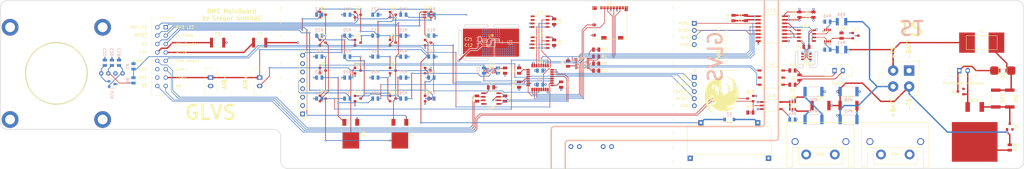
<source format=kicad_pcb>
(kicad_pcb (version 20171130) (host pcbnew "(5.0.0-rc2-dev-632-g76d3b6f04)")
  (layers (0 F.Cu signal) (1 In1.Cu power) (2 In2.Cu power) (31 B.Cu signal) (34 B.Paste user hide) (35 F.Paste user hide) (36 B.SilkS user) (37 F.SilkS user) (38 B.Mask user hide) (39 F.Mask user hide) (44 Edge.Cuts user))
  (net 0 "")
  (net 1 +3V3)
  (net 2 GND)
  (net 3 +5V)
  (net 4 /Current)
  (net 5 "Net-(C21-Pad1)")
  (net 6 "Net-(C22-Pad1)")
  (net 7 "Net-(C23-Pad1)")
  (net 8 "Net-(C24-Pad2)")
  (net 9 "Net-(C24-Pad1)")
  (net 10 /HV/5VISO)
  (net 11 -BATT)
  (net 12 /HV/3V3ISO)
  (net 13 /HV/4VISO)
  (net 14 To_TSMS)
  (net 15 "Net-(D1-Pad3)")
  (net 16 "Net-(D1-Pad2)")
  (net 17 From_TSMS)
  (net 18 "Net-(D3-Pad2)")
  (net 19 "Net-(D3-Pad3)")
  (net 20 "Net-(D4-Pad2)")
  (net 21 "Net-(D5-Pad1)")
  (net 22 "Net-(D5-Pad2)")
  (net 23 "Net-(D6-Pad1)")
  (net 24 -TS)
  (net 25 +TS)
  (net 26 /isoSPI+)
  (net 27 /isoSPI-)
  (net 28 /SWDIO)
  (net 29 /SWCLK)
  (net 30 /RST)
  (net 31 +12V)
  (net 32 /CAN+)
  (net 33 /CAN-)
  (net 34 From_SD)
  (net 35 RESET_BUTTON)
  (net 36 INV_Enable)
  (net 37 BMS_LED)
  (net 38 IMD_LED)
  (net 39 RelayStat)
  (net 40 NRelayStat)
  (net 41 /CANS)
  (net 42 +BATT)
  (net 43 "Net-(K1-Pad4)")
  (net 44 /SD_Status)
  (net 45 /Shutdown/~RESET)
  (net 46 "Net-(Q3-Pad3)")
  (net 47 /Shutdown/IMD_SD)
  (net 48 "Net-(Q5-Pad2)")
  (net 49 "Net-(Q6-Pad3)")
  (net 50 /IMD_Fault)
  (net 51 "Net-(Q7-Pad1)")
  (net 52 /Shutdown/BMS_SD)
  (net 53 /TS_ON)
  (net 54 "Net-(Q10-Pad3)")
  (net 55 "Net-(Q12-Pad2)")
  (net 56 "Net-(Q13-Pad3)")
  (net 57 /BMS_Fault)
  (net 58 "Net-(Q14-Pad1)")
  (net 59 "Net-(Q15-Pad3)")
  (net 60 /IBIAS)
  (net 61 /ICMP)
  (net 62 "Net-(R3-Pad2)")
  (net 63 "Net-(R5-Pad2)")
  (net 64 "Net-(R6-Pad2)")
  (net 65 /IMD)
  (net 66 "Net-(J3-Pad5)")
  (net 67 "Net-(R13-Pad2)")
  (net 68 "Net-(R26-Pad2)")
  (net 69 /PC_Ended)
  (net 70 "Net-(R39-Pad1)")
  (net 71 "Net-(R41-Pad1)")
  (net 72 "Net-(R44-Pad2)")
  (net 73 "Net-(R46-Pad1)")
  (net 74 "Net-(R49-Pad2)")
  (net 75 /MOSI)
  (net 76 /MISO)
  (net 77 /SCK)
  (net 78 /6820)
  (net 79 /I+)
  (net 80 /I-)
  (net 81 /WC)
  (net 82 /SCL)
  (net 83 /SDA)
  (net 84 /PADC)
  (net 85 /SDCard)
  (net 86 /CD)
  (net 87 "Net-(U5-Pad21)")
  (net 88 "Net-(U5-Pad22)")
  (net 89 "Net-(U13-Pad14)")
  (net 90 "Net-(U13-Pad13)")
  (net 91 "Net-(U13-Pad12)")
  (net 92 "Net-(U13-Pad11)")
  (net 93 /HV/TSV)
  (net 94 /HV/PackV)
  (net 95 "Net-(U18-Pad3)")
  (net 96 "Net-(D7-Pad2)")
  (net 97 "Net-(J3-Pad6)")
  (net 98 "Net-(J3-Pad7)")
  (net 99 "Net-(U2-Pad2)")
  (net 100 "Net-(U5-Pad2)")
  (net 101 "Net-(U5-Pad3)")
  (net 102 "Net-(U5-Pad13)")
  (net 103 "Net-(U5-Pad15)")
  (net 104 "Net-(U8-Pad7)")
  (net 105 "Net-(U2-Pad5)")
  (net 106 "Net-(F2-Pad1)")
  (net 107 "Net-(F3-Pad2)")
  (module Connector_Molex:Molex_Micro-Fit_3.0_43650-0215_1x02_P3.00mm_Vertical (layer F.Cu) (at 67.5 87.5 270)
    (fp_text reference J6 hide)
    (fp_text value AIR+ hide)
    (pad "" np_thru_hole circle (at -3 -1.96 270) (size 1 1) (drill 1) (layers *.Cu *.Mask))
    (pad "" np_thru_hole circle (at 6 -1.96 270) (size 1 1) (drill 1) (layers *.Cu *.Mask))
    (pad 1 thru_hole rect (at 0 0 270) (size 1.5 2) (drill 1) (layers *.Cu *.Mask) (net 17 From_TSMS))
    (pad 2 thru_hole oval (at 3 0 270) (size 1.5 2) (drill 1) (layers *.Cu *.Mask) (net 18 "Net-(D3-Pad2)"))
  )
  (module MainBoard:TO-247_wHeatsink (layer F.Cu) (at 294.175 115)
    (fp_text reference R34 (at 0 0) (layer F.SilkS))
    (fp_text value 10K)
    (pad 1 thru_hole circle (at -5.1 0) (size 3.5 3.5) (drill 2) (layers *.Cu *.Mask) (net 43 "Net-(K1-Pad4)"))
    (pad 2 thru_hole circle (at 5.1 0) (size 3.5 3.5) (drill 2) (layers *.Cu *.Mask) (net 25 +TS))
    (pad "" thru_hole circle (at 9.05 -4.6) (size 2.5 2.5) (drill 1.8) (layers *.Cu *.Mask))
    (pad "" thru_hole circle (at -9.05 -4.6) (size 2.5 2.5) (drill 1.8) (layers *.Cu *.Mask))
  )
  (module MainBoard:TO-247_wHeatsink (layer F.Cu) (at 267.5 115)
    (fp_text reference R35 (at 0 0) (layer F.SilkS))
    (fp_text value 10K)
    (pad 1 thru_hole circle (at -5.1 0) (size 3.5 3.5) (drill 2) (layers *.Cu *.Mask) (net 43 "Net-(K1-Pad4)"))
    (pad 2 thru_hole circle (at 5.1 0) (size 3.5 3.5) (drill 2) (layers *.Cu *.Mask) (net 25 +TS))
    (pad "" thru_hole circle (at 9.05 -4.6) (size 2.5 2.5) (drill 1.8) (layers *.Cu *.Mask))
    (pad "" thru_hole circle (at -9.05 -4.6) (size 2.5 2.5) (drill 1.8) (layers *.Cu *.Mask))
  )
  (module MainBoard:D2PAK (layer F.Cu) (at 322.5 101.58 180)
    (fp_text reference Q15 (at -0.02 6.08) (layer F.SilkS))
    (fp_text value BULB49D)
    (pad 3 smd rect (at 0 -8.925 180) (size 16.3 14.2) (layers F.Cu) (net 59 "Net-(Q15-Pad3)"))
    (pad 2 smd rect (at 2.52 3.575 180) (size 1.6 3.5) (layers F.Cu F.Paste F.Mask) (net 96 "Net-(D7-Pad2)"))
    (pad 1 smd rect (at -2.52 3.575 180) (size 1.6 3.5) (layers F.Cu F.Paste F.Mask) (net 23 "Net-(D6-Pad1)"))
  )
  (module MainBoard:TO-252-2 (layer F.Cu) (at 117.5 107.7 270)
    (fp_text reference D1 (at 0 -4.5 270) (layer F.SilkS))
    (fp_text value BT150S-600R)
    (pad 1 smd rect (at -4.2 -2.285 270) (size 2.4 1.4) (layers F.Cu F.Paste F.Mask) (net 14 To_TSMS))
    (pad 3 smd rect (at -4.2 2.285 270) (size 2.4 1.4) (layers F.Cu F.Paste F.Mask) (net 15 "Net-(D1-Pad3)"))
    (pad 2 smd rect (at 2.3 0 270) (size 5.75 5.9) (layers F.Cu F.Paste F.Mask) (net 16 "Net-(D1-Pad2)"))
  )
  (module MainBoard:PinHeader_1x02_P3mm_Vertical (layer F.Cu) (at 180 112.181 90)
    (fp_text reference J9 hide)
    (fp_text value IMD_TS+)
    (pad 2 thru_hole oval (at 0 1.5 90) (size 1.7 1.7) (drill 1) (layers *.Cu *.Mask) (net 25 +TS))
    (pad 1 thru_hole circle (at 0 -1.5 90) (size 1.7 1.7) (drill 1) (layers *.Cu *.Mask) (net 25 +TS))
  )
  (module MainBoard:PinHeader_1x02_P3mm_Vertical (layer F.Cu) (at 191.5 112.181 90)
    (fp_text reference J10 hide)
    (fp_text value IMD_TS-)
    (pad 2 thru_hole oval (at 0 1.5 90) (size 1.7 1.7) (drill 1) (layers *.Cu *.Mask) (net 24 -TS))
    (pad 1 thru_hole circle (at 0 -1.5 90) (size 1.7 1.7) (drill 1) (layers *.Cu *.Mask) (net 24 -TS))
  )
  (module MainBoard:PinHeader_1x08_P3mm_Vertical (layer F.Cu) (at 82.821 90 180)
    (fp_text reference J3 (at 0 -12.5 180) (layer F.SilkS))
    (fp_text value IMD)
    (pad 1 thru_hole rect (at 0 -10.5 180) (size 1.7 1.7) (drill 1) (layers *.Cu *.Mask) (net 2 GND))
    (pad 2 thru_hole oval (at 0 -7.5 180) (size 1.7 1.7) (drill 1) (layers *.Cu *.Mask) (net 31 +12V))
    (pad 3 thru_hole oval (at 0 -4.5 180) (size 1.7 1.7) (drill 1) (layers *.Cu *.Mask) (net 2 GND))
    (pad 4 thru_hole oval (at 0 -1.5 180) (size 1.7 1.7) (drill 1) (layers *.Cu *.Mask) (net 2 GND))
    (pad 5 thru_hole oval (at 0 1.5 180) (size 1.7 1.7) (drill 1) (layers *.Cu *.Mask) (net 66 "Net-(J3-Pad5)"))
    (pad 6 thru_hole oval (at 0 4.5 180) (size 1.7 1.7) (drill 1) (layers *.Cu *.Mask) (net 97 "Net-(J3-Pad6)"))
    (pad 7 thru_hole oval (at 0 7.5 180) (size 1.7 1.7) (drill 1) (layers *.Cu *.Mask) (net 98 "Net-(J3-Pad7)"))
    (pad 8 thru_hole oval (at 0 10.5 180) (size 1.7 1.7) (drill 1) (layers *.Cu *.Mask) (net 50 /IMD_Fault))
  )
  (module "MainBoard:HTFS 200-P" (layer F.Cu) (at 14.81 86 90)
    (fp_text reference U9 hide)
    (fp_text value HTFS200-P)
    (pad 1 thru_hole circle (at 0 3.81 90) (size 1.524 1.524) (drill 0.762) (layers *.Cu *.Mask) (net 3 +5V))
    (pad 2 thru_hole circle (at 0 1.27 90) (size 1.524 1.524) (drill 0.762) (layers *.Cu *.Mask) (net 2 GND))
    (pad 3 thru_hole circle (at 0 -1.27 90) (size 1.524 1.524) (drill 0.762) (layers *.Cu *.Mask) (net 4 /Current))
    (pad 4 thru_hole circle (at 0 -3.81 90) (size 1.524 1.524) (drill 0.762) (layers *.Cu *.Mask) (net 6 "Net-(C22-Pad1)"))
    (pad "" thru_hole circle (at 16.5 -36.31 90) (size 6 6) (drill 3.5) (layers *.Cu *.Mask))
    (pad "" thru_hole circle (at -16.5 -36.31 90) (size 6 6) (drill 3.5) (layers *.Cu *.Mask))
    (pad "" thru_hole circle (at -16.5 -3.31 90) (size 6 6) (drill 3.5) (layers *.Cu *.Mask))
    (pad "" thru_hole circle (at 16.5 -3.31 90) (size 6 6) (drill 3.5) (layers *.Cu *.Mask))
  )
  (module MountingHole:MountingHole_4.3mm_M4 (layer F.Cu) (at 80 65)
    (fp_text reference REF** hide)
    (fp_text value MountingHole_4.3mm_M4 hide)
    (pad 1 np_thru_hole circle (at 0 0) (size 4.3 4.3) (drill 4.3) (layers *.Cu *.Mask))
  )
  (module MountingHole:MountingHole_4.3mm_M4 (layer F.Cu) (at 80 115)
    (fp_text reference REF** hide)
    (fp_text value MountingHole_4.3mm_M4 hide)
    (pad 1 np_thru_hole circle (at 0 0) (size 4.3 4.3) (drill 4.3) (layers *.Cu *.Mask))
  )
  (module MountingHole:MountingHole_4.3mm_M4 (layer F.Cu) (at 210 65)
    (fp_text reference REF** hide)
    (fp_text value MountingHole_4.3mm_M4 hide)
    (pad 1 np_thru_hole circle (at 0 0) (size 4.3 4.3) (drill 4.3) (layers *.Cu *.Mask))
  )
  (module MountingHole:MountingHole_4.3mm_M4 (layer F.Cu) (at 162.5 115)
    (fp_text reference REF** hide)
    (fp_text value MountingHole_4.3mm_M4 hide)
    (pad "" np_thru_hole circle (at 47.5 0) (size 4.3 4.3) (drill 4.3) (layers *.Cu *.Mask))
  )
  (module Capacitor_SMD:C_1206_3216Metric (layer F.Cu) (at 155 74.845 90)
    (fp_text reference C1 (at 0 2 90) (layer F.SilkS))
    (fp_text value 47u)
    (pad 1 smd rect (at -1.505 0 90) (size 1.07 1.8) (layers F.Cu F.Paste F.Mask) (net 1 +3V3))
    (pad 2 smd rect (at 1.505 0 90) (size 1.07 1.8) (layers F.Cu F.Paste F.Mask) (net 2 GND))
  )
  (module Capacitor_SMD:C_0805_2012Metric (layer B.Cu) (at 167.5 85)
    (fp_text reference C2 (at 0 -2) (layer B.SilkS) (effects (justify mirror)))
    (fp_text value 4.7u)
    (pad 1 smd rect (at -0.955 0) (size 0.97 1.5) (layers B.Cu B.Paste B.Mask) (net 1 +3V3))
    (pad 2 smd rect (at 0.955 0) (size 0.97 1.5) (layers B.Cu B.Paste B.Mask) (net 2 GND))
  )
  (module Capacitor_SMD:C_0805_2012Metric (layer F.Cu) (at 175 90 270)
    (fp_text reference C3 (at 0 -2 270) (layer F.SilkS))
    (fp_text value 100n)
    (pad 1 smd rect (at -0.955 0 270) (size 0.97 1.5) (layers F.Cu F.Paste F.Mask) (net 1 +3V3))
    (pad 2 smd rect (at 0.955 0 270) (size 0.97 1.5) (layers F.Cu F.Paste F.Mask) (net 2 GND))
  )
  (module Capacitor_SMD:C_0805_2012Metric (layer F.Cu) (at 150 91)
    (fp_text reference C4 (at 0 -1.5) (layer F.SilkS))
    (fp_text value 100n)
    (pad 1 smd rect (at -0.955 0) (size 0.97 1.5) (layers F.Cu F.Paste F.Mask) (net 1 +3V3))
    (pad 2 smd rect (at 0.955 0) (size 0.97 1.5) (layers F.Cu F.Paste F.Mask) (net 2 GND))
  )
  (module Capacitor_SMD:C_0805_2012Metric (layer B.Cu) (at 167.5 90)
    (fp_text reference C5 (at 0 -2) (layer B.SilkS) (effects (justify mirror)))
    (fp_text value 1u)
    (pad 2 smd rect (at 0.955 0) (size 0.97 1.5) (layers B.Cu B.Paste B.Mask) (net 2 GND))
    (pad 1 smd rect (at -0.955 0) (size 0.97 1.5) (layers B.Cu B.Paste B.Mask) (net 1 +3V3))
  )
  (module Capacitor_SMD:C_0805_2012Metric (layer F.Cu) (at 172.5 67.5 270)
    (fp_text reference C6 (at 0 -2 270) (layer F.SilkS))
    (fp_text value 10n)
    (pad 1 smd rect (at -0.955 0 270) (size 0.97 1.5) (layers F.Cu F.Paste F.Mask) (net 1 +3V3))
    (pad 2 smd rect (at 0.955 0 270) (size 0.97 1.5) (layers F.Cu F.Paste F.Mask) (net 2 GND))
  )
  (module Capacitor_SMD:C_0805_2012Metric (layer F.Cu) (at 160 85 90)
    (fp_text reference C7 (at 0 -2 90) (layer F.SilkS))
    (fp_text value 100n)
    (pad 2 smd rect (at 0.955 0 90) (size 0.97 1.5) (layers F.Cu F.Paste F.Mask) (net 2 GND))
    (pad 1 smd rect (at -0.955 0 90) (size 0.97 1.5) (layers F.Cu F.Paste F.Mask) (net 1 +3V3))
  )
  (module Capacitor_SMD:C_0805_2012Metric (layer F.Cu) (at 177.5 82.5 90)
    (fp_text reference C8 (at 0 -2 90) (layer F.SilkS))
    (fp_text value 10n)
    (pad 2 smd rect (at 0.955 0 90) (size 0.97 1.5) (layers F.Cu F.Paste F.Mask) (net 2 GND))
    (pad 1 smd rect (at -0.955 0 90) (size 0.97 1.5) (layers F.Cu F.Paste F.Mask) (net 1 +3V3))
  )
  (module Capacitor_SMD:C_0805_2012Metric (layer F.Cu) (at 172.5 75 270)
    (fp_text reference C9 (at 0 -2 270) (layer F.SilkS))
    (fp_text value 10n)
    (pad 1 smd rect (at -0.955 0 270) (size 0.97 1.5) (layers F.Cu F.Paste F.Mask) (net 1 +3V3))
    (pad 2 smd rect (at 0.955 0 270) (size 0.97 1.5) (layers F.Cu F.Paste F.Mask) (net 2 GND))
  )
  (module Capacitor_SMD:C_0805_2012Metric (layer F.Cu) (at 160 90 270)
    (fp_text reference C10 (at 0 2 270) (layer F.SilkS))
    (fp_text value 10n)
    (pad 2 smd rect (at 0.955 0 270) (size 0.97 1.5) (layers F.Cu F.Paste F.Mask) (net 2 GND))
    (pad 1 smd rect (at -0.955 0 270) (size 0.97 1.5) (layers F.Cu F.Paste F.Mask) (net 1 +3V3))
  )
  (module Capacitor_SMD:C_0805_2012Metric (layer F.Cu) (at 155 85 270)
    (fp_text reference C11 (at 0 2 270) (layer F.SilkS))
    (fp_text value 100n)
    (pad 2 smd rect (at 0.955 0 270) (size 0.97 1.5) (layers F.Cu F.Paste F.Mask) (net 2 GND))
    (pad 1 smd rect (at -0.955 0 270) (size 0.97 1.5) (layers F.Cu F.Paste F.Mask) (net 1 +3V3))
  )
  (module Capacitor_SMD:C_0805_2012Metric (layer F.Cu) (at 145 75.955 180)
    (fp_text reference C12 (at 3 0 180) (layer F.SilkS))
    (fp_text value 4.7u)
    (pad 1 smd rect (at -0.955 0 180) (size 0.97 1.5) (layers F.Cu F.Paste F.Mask) (net 3 +5V))
    (pad 2 smd rect (at 0.955 0 180) (size 0.97 1.5) (layers F.Cu F.Paste F.Mask) (net 2 GND))
  )
  (module Capacitor_SMD:C_0805_2012Metric (layer F.Cu) (at 187.5 85)
    (fp_text reference C14 (at 3 0) (layer F.SilkS))
    (fp_text value 10n)
    (pad 2 smd rect (at 0.955 0) (size 0.97 1.5) (layers F.Cu F.Paste F.Mask) (net 2 GND))
    (pad 1 smd rect (at -0.955 0) (size 0.97 1.5) (layers F.Cu F.Paste F.Mask) (net 3 +5V))
  )
  (module Capacitor_SMD:C_0805_2012Metric (layer F.Cu) (at 240.905 66.19 270)
    (fp_text reference C15 (at 0 2 270) (layer F.SilkS))
    (fp_text value 100n)
    (pad 1 smd rect (at -0.955 0 270) (size 0.97 1.5) (layers F.Cu F.Paste F.Mask) (net 1 +3V3))
    (pad 2 smd rect (at 0.955 0 270) (size 0.97 1.5) (layers F.Cu F.Paste F.Mask) (net 2 GND))
  )
  (module Capacitor_SMD:C_0805_2012Metric (layer F.Cu) (at 236.46 66.19 270)
    (fp_text reference C16 (at 0 2 270) (layer F.SilkS))
    (fp_text value 10u)
    (pad 1 smd rect (at -0.955 0 270) (size 0.97 1.5) (layers F.Cu F.Paste F.Mask) (net 1 +3V3))
    (pad 2 smd rect (at 0.955 0 270) (size 0.97 1.5) (layers F.Cu F.Paste F.Mask) (net 2 GND))
  )
  (module Capacitor_SMD:C_0805_2012Metric (layer F.Cu) (at 155 95 270)
    (fp_text reference C17 (at 0 -1.5 270) (layer F.SilkS))
    (fp_text value 100n)
    (pad 1 smd rect (at -0.955 0 270) (size 0.97 1.5) (layers F.Cu F.Paste F.Mask) (net 3 +5V))
    (pad 2 smd rect (at 0.955 0 270) (size 0.97 1.5) (layers F.Cu F.Paste F.Mask) (net 2 GND))
  )
  (module Capacitor_SMD:C_0805_2012Metric (layer B.Cu) (at 17.35 82.2 90)
    (fp_text reference C18 (at 3.81 0 90) (layer B.SilkS) (effects (justify mirror)))
    (fp_text value 47n)
    (pad 1 smd rect (at -0.955 0 90) (size 0.97 1.5) (layers B.Cu B.Paste B.Mask) (net 3 +5V))
    (pad 2 smd rect (at 0.955 0 90) (size 0.97 1.5) (layers B.Cu B.Paste B.Mask) (net 2 GND))
  )
  (module Capacitor_SMD:C_0805_2012Metric (layer B.Cu) (at 14.81 82.2 90)
    (fp_text reference C20 (at 3.81 0 270) (layer B.SilkS) (effects (justify mirror)))
    (fp_text value 4.7n)
    (pad 1 smd rect (at -0.955 0 90) (size 0.97 1.5) (layers B.Cu B.Paste B.Mask) (net 4 /Current))
    (pad 2 smd rect (at 0.955 0 90) (size 0.97 1.5) (layers B.Cu B.Paste B.Mask) (net 2 GND))
  )
  (module Capacitor_SMD:C_0805_2012Metric (layer F.Cu) (at 145 73.75 180)
    (fp_text reference C21 (at 3 0 180) (layer F.SilkS))
    (fp_text value 10n)
    (pad 2 smd rect (at 0.955 0 180) (size 0.97 1.5) (layers F.Cu F.Paste F.Mask) (net 2 GND))
    (pad 1 smd rect (at -0.955 0 180) (size 0.97 1.5) (layers F.Cu F.Paste F.Mask) (net 5 "Net-(C21-Pad1)"))
  )
  (module Capacitor_SMD:C_0805_2012Metric (layer B.Cu) (at 12.27 82.2 90)
    (fp_text reference C22 (at 3.81 0 270) (layer B.SilkS) (effects (justify mirror)))
    (fp_text value 47n)
    (pad 2 smd rect (at 0.955 0 90) (size 0.97 1.5) (layers B.Cu B.Paste B.Mask) (net 2 GND))
    (pad 1 smd rect (at -0.955 0 90) (size 0.97 1.5) (layers B.Cu B.Paste B.Mask) (net 6 "Net-(C22-Pad1)"))
  )
  (module Capacitor_SMD:C_0805_2012Metric (layer B.Cu) (at 108.75 65)
    (fp_text reference C23 (at 0 -2) (layer B.SilkS) (effects (justify mirror)))
    (fp_text value 1u)
    (pad 1 smd rect (at -0.955 0) (size 0.97 1.5) (layers B.Cu B.Paste B.Mask) (net 7 "Net-(C23-Pad1)"))
    (pad 2 smd rect (at 0.955 0) (size 0.97 1.5) (layers B.Cu B.Paste B.Mask) (net 2 GND))
  )
  (module Capacitor_SMD:C_0805_2012Metric (layer B.Cu) (at 147.5 85 270)
    (fp_text reference C24 (at 0 2 270) (layer B.SilkS) (effects (justify mirror)))
    (fp_text value 10n)
    (pad 2 smd rect (at 0.955 0 270) (size 0.97 1.5) (layers B.Cu B.Paste B.Mask) (net 8 "Net-(C24-Pad2)"))
    (pad 1 smd rect (at -0.955 0 270) (size 0.97 1.5) (layers B.Cu B.Paste B.Mask) (net 9 "Net-(C24-Pad1)"))
  )
  (module Capacitor_SMD:C_0805_2012Metric (layer F.Cu) (at 260 65 270)
    (fp_text reference C25 (at 0 2 270) (layer F.SilkS))
    (fp_text value 10u)
    (pad 1 smd rect (at -0.955 0 270) (size 0.97 1.5) (layers F.Cu F.Paste F.Mask) (net 10 /HV/5VISO))
    (pad 2 smd rect (at 0.955 0 270) (size 0.97 1.5) (layers F.Cu F.Paste F.Mask) (net 11 -BATT))
  )
  (module Capacitor_SMD:C_0805_2012Metric (layer F.Cu) (at 265 65 270)
    (fp_text reference C26 (at 0 2 270) (layer F.SilkS))
    (fp_text value 100n)
    (pad 2 smd rect (at 0.955 0 270) (size 0.97 1.5) (layers F.Cu F.Paste F.Mask) (net 11 -BATT))
    (pad 1 smd rect (at -0.955 0 270) (size 0.97 1.5) (layers F.Cu F.Paste F.Mask) (net 10 /HV/5VISO))
  )
  (module Capacitor_SMD:C_0805_2012Metric (layer F.Cu) (at 262.5 76.5)
    (fp_text reference C27 (at -2.5 0 90) (layer F.SilkS))
    (fp_text value 1u)
    (pad 2 smd rect (at 0.955 0) (size 0.97 1.5) (layers F.Cu F.Paste F.Mask) (net 11 -BATT))
    (pad 1 smd rect (at -0.955 0) (size 0.97 1.5) (layers F.Cu F.Paste F.Mask) (net 12 /HV/3V3ISO))
  )
  (module Capacitor_SMD:C_0805_2012Metric (layer F.Cu) (at 275 72.5 90)
    (fp_text reference C28 (at 2.5 0 180) (layer F.SilkS))
    (fp_text value 100n)
    (pad 2 smd rect (at 0.955 0 90) (size 0.97 1.5) (layers F.Cu F.Paste F.Mask) (net 11 -BATT))
    (pad 1 smd rect (at -0.955 0 90) (size 0.97 1.5) (layers F.Cu F.Paste F.Mask) (net 13 /HV/4VISO))
  )
  (module Diode_SMD:D_SOD-123 (layer B.Cu) (at 235 102.5)
    (fp_text reference D2 (at 0 -2) (layer B.SilkS) (effects (justify mirror)))
    (fp_text value BAS16GW)
    (pad 1 smd rect (at -1.65 0) (size 0.9 1.2) (layers B.Cu B.Paste B.Mask) (net 17 From_TSMS))
    (pad 2 smd rect (at 1.65 0) (size 0.9 1.2) (layers B.Cu B.Paste B.Mask) (net 2 GND))
  )
  (module MainBoard:TO-252-2 (layer F.Cu) (at 100 107.7 270)
    (fp_text reference D3 (at 0 -4.5 270) (layer F.SilkS))
    (fp_text value BT150S-600R)
    (pad 2 smd rect (at 2.3 0 270) (size 5.75 5.9) (layers F.Cu F.Paste F.Mask) (net 18 "Net-(D3-Pad2)"))
    (pad 3 smd rect (at -4.2 2.285 270) (size 2.4 1.4) (layers F.Cu F.Paste F.Mask) (net 19 "Net-(D3-Pad3)"))
    (pad 1 smd rect (at -4.2 -2.285 270) (size 2.4 1.4) (layers F.Cu F.Paste F.Mask) (net 2 GND))
  )
  (module Diode_SMD:D_SOT-23_ANK (layer F.Cu) (at 127.5 85)
    (fp_text reference D4 (at 0 -2.5) (layer F.SilkS))
    (fp_text value MMBZ4624)
    (pad 2 smd rect (at -1 -0.95) (size 0.9 0.8) (layers F.Cu F.Paste F.Mask) (net 20 "Net-(D4-Pad2)"))
    (pad "" smd rect (at -1 0.95) (size 0.9 0.8) (layers F.Cu F.Paste F.Mask))
    (pad 1 smd rect (at 1 0) (size 0.9 0.8) (layers F.Cu F.Paste F.Mask) (net 18 "Net-(D3-Pad2)"))
  )
  (module MainBoard:DO-219AB (layer F.Cu) (at 332.5 85)
    (fp_text reference D5 (at 0 2 180) (layer F.SilkS))
    (fp_text value BZD27C56P)
    (pad 1 smd rect (at -1.45 0) (size 1.3 1.4) (layers F.Cu F.Paste F.Mask) (net 21 "Net-(D5-Pad1)"))
    (pad 2 smd rect (at 1.45 0) (size 1.3 1.4) (layers F.Cu F.Paste F.Mask) (net 22 "Net-(D5-Pad2)"))
    (pad 1 smd roundrect (at -3 0) (size 3 3) (layers F.Cu) (net 21 "Net-(D5-Pad1)"))
    (pad 2 smd roundrect (at 3 0) (size 3 3) (layers F.Cu) (net 22 "Net-(D5-Pad2)"))
  )
  (module Diode_SMD:D_SOT-23_ANK (layer F.Cu) (at 335 105 90)
    (fp_text reference D6 (at 0 2.5 90) (layer F.SilkS))
    (fp_text value MMBZ4624)
    (pad 1 smd rect (at 1 0 90) (size 0.9 0.8) (layers F.Cu F.Paste F.Mask) (net 23 "Net-(D6-Pad1)"))
    (pad "" smd rect (at -1 0.95 90) (size 0.9 0.8) (layers F.Cu F.Paste F.Mask))
    (pad 2 smd rect (at -1 -0.95 90) (size 0.9 0.8) (layers F.Cu F.Paste F.Mask) (net 24 -TS))
  )
  (module MainBoard:SMD_Fuse (layer F.Cu) (at 325 75)
    (fp_text reference F1 (at 0 -4) (layer F.SilkS))
    (fp_text value 0885001.DR)
    (pad 1 smd rect (at -5.25 0) (size 5.6 7.23) (layers F.Cu F.Paste F.Mask) (net 25 +TS))
    (pad 2 smd rect (at 5.25 0) (size 5.6 7.23) (layers F.Cu F.Paste F.Mask) (net 22 "Net-(D5-Pad2)"))
  )
  (module Connector_Molex:Molex_Micro-Fit_3.0_43650-0215_1x02_P3.00mm_Vertical (layer F.Cu) (at 272.5 85)
    (fp_text reference J1 hide)
    (fp_text value isoSPI hide)
    (pad "" np_thru_hole circle (at -3 -1.96) (size 1 1) (drill 1) (layers *.Cu *.Mask))
    (pad "" np_thru_hole circle (at 6 -1.96) (size 1 1) (drill 1) (layers *.Cu *.Mask))
    (pad 1 thru_hole rect (at 0 0) (size 1.5 2) (drill 1) (layers *.Cu *.Mask) (net 26 /isoSPI+))
    (pad 2 thru_hole oval (at 3 0) (size 1.5 2) (drill 1) (layers *.Cu *.Mask) (net 27 /isoSPI-))
  )
  (module Connector_PinHeader_2.54mm:PinHeader_1x05_P2.54mm_Vertical (layer F.Cu) (at 222.5 87.42)
    (fp_text reference J2 (at 0 -2.33) (layer F.SilkS))
    (fp_text value SWDebug)
    (pad 1 thru_hole rect (at 0 0) (size 1.7 1.7) (drill 1) (layers *.Cu *.Mask) (net 1 +3V3))
    (pad 2 thru_hole oval (at 0 2.54) (size 1.7 1.7) (drill 1) (layers *.Cu *.Mask) (net 28 /SWDIO))
    (pad 3 thru_hole oval (at 0 5.08) (size 1.7 1.7) (drill 1) (layers *.Cu *.Mask) (net 29 /SWCLK))
    (pad 4 thru_hole oval (at 0 7.62) (size 1.7 1.7) (drill 1) (layers *.Cu *.Mask) (net 30 /RST))
    (pad 5 thru_hole oval (at 0 10.16) (size 1.7 1.7) (drill 1) (layers *.Cu *.Mask) (net 2 GND))
  )
  (module Connector_Molex:Molex_Micro-Fit_3.0_43045-1612_2x08_P3.00mm_Vertical (layer F.Cu) (at 34 69.5 270)
    (fp_text reference J4 hide)
    (fp_text value IO hide)
    (pad "" np_thru_hole circle (at -3 3.94 270) (size 1 1) (drill 1) (layers *.Cu *.Mask))
    (pad "" np_thru_hole circle (at 24 3.94 270) (size 1 1) (drill 1) (layers *.Cu *.Mask))
    (pad 1 thru_hole rect (at 0 0 270) (size 1.5 1.5) (drill 1) (layers *.Cu *.Mask) (net 37 BMS_LED))
    (pad 2 thru_hole circle (at 3 0 270) (size 1.5 1.5) (drill 1) (layers *.Cu *.Mask) (net 14 To_TSMS))
    (pad 3 thru_hole circle (at 6 0 270) (size 1.5 1.5) (drill 1) (layers *.Cu *.Mask) (net 36 INV_Enable))
    (pad 4 thru_hole circle (at 9 0 270) (size 1.5 1.5) (drill 1) (layers *.Cu *.Mask) (net 106 "Net-(F2-Pad1)"))
    (pad 5 thru_hole circle (at 12 0 270) (size 1.5 1.5) (drill 1) (layers *.Cu *.Mask) (net 41 /CANS))
    (pad 6 thru_hole circle (at 15 0 270) (size 1.5 1.5) (drill 1) (layers *.Cu *.Mask) (net 32 /CAN+))
    (pad 7 thru_hole circle (at 18 0 270) (size 1.5 1.5) (drill 1) (layers *.Cu *.Mask) (net 17 From_TSMS))
    (pad 8 thru_hole circle (at 21 0 270) (size 1.5 1.5) (drill 1) (layers *.Cu *.Mask) (net 39 RelayStat))
    (pad 9 thru_hole circle (at 0 3 270) (size 1.5 1.5) (drill 1) (layers *.Cu *.Mask) (net 38 IMD_LED))
    (pad 10 thru_hole circle (at 3 3 270) (size 1.5 1.5) (drill 1) (layers *.Cu *.Mask) (net 35 RESET_BUTTON))
    (pad 11 thru_hole circle (at 6 3 270) (size 1.5 1.5) (drill 1) (layers *.Cu *.Mask) (net 34 From_SD))
    (pad 12 thru_hole circle (at 9 3 270) (size 1.5 1.5) (drill 1) (layers *.Cu *.Mask) (net 107 "Net-(F3-Pad2)"))
    (pad 13 thru_hole circle (at 12 3 270) (size 1.5 1.5) (drill 1) (layers *.Cu *.Mask) (net 33 /CAN-))
    (pad 14 thru_hole circle (at 15 3 270) (size 1.5 1.5) (drill 1) (layers *.Cu *.Mask) (net 2 GND))
    (pad 15 thru_hole circle (at 18 3 270) (size 1.5 1.5) (drill 1) (layers *.Cu *.Mask) (net 2 GND))
    (pad 16 thru_hole circle (at 21 3 270) (size 1.5 1.5) (drill 1) (layers *.Cu *.Mask) (net 40 NRelayStat))
  )
  (module Connector_Molex:Molex_Micro-Fit_3.0_43650-0215_1x02_P3.00mm_Vertical (layer F.Cu) (at 50 87.5 270)
    (fp_text reference J5 hide)
    (fp_text value AIR- hide)
    (pad 2 thru_hole oval (at 3 0 270) (size 1.5 2) (drill 1) (layers *.Cu *.Mask) (net 2 GND))
    (pad 1 thru_hole rect (at 0 0 270) (size 1.5 2) (drill 1) (layers *.Cu *.Mask) (net 17 From_TSMS))
    (pad "" np_thru_hole circle (at 6 -1.96 270) (size 1 1) (drill 1) (layers *.Cu *.Mask))
    (pad "" np_thru_hole circle (at -3 -1.96 270) (size 1 1) (drill 1) (layers *.Cu *.Mask))
  )
  (module Connector_Molex:Molex_Micro-Fit_3.0_43650-0215_1x02_P3.00mm_Vertical (layer F.Cu) (at 317 85)
    (fp_text reference J7 hide)
    (fp_text value ProminentIndicator)
    (pad 2 thru_hole oval (at 3 0) (size 1.5 2) (drill 1) (layers *.Cu *.Mask) (net 96 "Net-(D7-Pad2)"))
    (pad 1 thru_hole rect (at 0 0) (size 1.5 2) (drill 1) (layers *.Cu *.Mask) (net 21 "Net-(D5-Pad1)"))
    (pad "" np_thru_hole circle (at 6 -1.96) (size 1 1) (drill 1) (layers *.Cu *.Mask))
    (pad "" np_thru_hole circle (at -3 -1.96) (size 1 1) (drill 1) (layers *.Cu *.Mask))
  )
  (module Connector_Molex:Molex_Mega-Fit_76829-0104_2x02_P5.70mm_Vertical (layer F.Cu) (at 299.1 85 270)
    (fp_text reference J8 hide)
    (fp_text value HV)
    (pad 1 thru_hole rect (at 0 0 270) (size 3.7 3.7) (drill 1.8) (layers *.Cu *.Mask) (net 11 -BATT))
    (pad 2 thru_hole circle (at 5.7 0 270) (size 3.7 3.7) (drill 1.8) (layers *.Cu *.Mask) (net 24 -TS))
    (pad 3 thru_hole circle (at 0 5.7 270) (size 3.7 3.7) (drill 1.8) (layers *.Cu *.Mask) (net 25 +TS))
    (pad 4 thru_hole circle (at 5.7 5.7 270) (size 3.7 3.7) (drill 1.8) (layers *.Cu *.Mask) (net 42 +BATT))
    (pad "" np_thru_hole circle (at 8.18 8.47 270) (size 1.8 1.8) (drill 1.8) (layers *.Cu *.Mask))
  )
  (module MainBoard:KT_THT (layer F.Cu) (at 235 110)
    (fp_text reference K1 (at 0 -6.5) (layer F.SilkS))
    (fp_text value KT12-1A)
    (pad 1 thru_hole rect (at -10.15 -6.35) (size 1.9 1.9) (drill 0.85) (layers *.Cu *.Mask) (net 17 From_TSMS))
    (pad 2 thru_hole rect (at 10.15 -6.35) (size 1.9 1.9) (drill 0.85) (layers *.Cu *.Mask) (net 2 GND))
    (pad 3 thru_hole rect (at -13.97 6.35) (size 1.9 1.9) (drill 0.85) (layers *.Cu *.Mask) (net 42 +BATT))
    (pad 4 thru_hole rect (at 13.97 6.35) (size 1.9 1.9) (drill 0.85) (layers *.Cu *.Mask) (net 43 "Net-(K1-Pad4)"))
  )
  (module Package_TO_SOT_SMD:SOT-23 (layer F.Cu) (at 127.5 75)
    (fp_text reference Q1 (at 0 -2.5) (layer F.SilkS))
    (fp_text value TSM2306)
    (pad 3 smd rect (at 1 0) (size 0.9 0.8) (layers F.Cu F.Paste F.Mask) (net 44 /SD_Status))
    (pad 2 smd rect (at -1 0.95) (size 0.9 0.8) (layers F.Cu F.Paste F.Mask) (net 2 GND))
    (pad 1 smd rect (at -1 -0.95) (size 0.9 0.8) (layers F.Cu F.Paste F.Mask) (net 17 From_TSMS))
  )
  (module Package_TO_SOT_SMD:SOT-23 (layer F.Cu) (at 115 65)
    (fp_text reference Q2 (at 0 -2.5) (layer F.SilkS))
    (fp_text value TSM3401)
    (pad 3 smd rect (at 1 0) (size 0.9 0.8) (layers F.Cu F.Paste F.Mask) (net 38 IMD_LED))
    (pad 2 smd rect (at -1 0.95) (size 0.9 0.8) (layers F.Cu F.Paste F.Mask) (net 31 +12V))
    (pad 1 smd rect (at -1 -0.95) (size 0.9 0.8) (layers F.Cu F.Paste F.Mask) (net 45 /Shutdown/~RESET))
  )
  (module Package_TO_SOT_SMD:SOT-23 (layer F.Cu) (at 102.5 65)
    (fp_text reference Q3 (at 0 -2.5) (layer F.SilkS))
    (fp_text value TSM3401)
    (pad 1 smd rect (at -1 -0.95) (size 0.9 0.8) (layers F.Cu F.Paste F.Mask) (net 38 IMD_LED))
    (pad 2 smd rect (at -1 0.95) (size 0.9 0.8) (layers F.Cu F.Paste F.Mask) (net 31 +12V))
    (pad 3 smd rect (at 1 0) (size 0.9 0.8) (layers F.Cu F.Paste F.Mask) (net 46 "Net-(Q3-Pad3)"))
  )
  (module Package_TO_SOT_SMD:SOT-23 (layer F.Cu) (at 90 65)
    (fp_text reference Q4 (at 0 -2.5) (layer F.SilkS))
    (fp_text value TSM3401)
    (pad 3 smd rect (at 1 0) (size 0.9 0.8) (layers F.Cu F.Paste F.Mask) (net 47 /Shutdown/IMD_SD))
    (pad 2 smd rect (at -1 0.95) (size 0.9 0.8) (layers F.Cu F.Paste F.Mask) (net 34 From_SD))
    (pad 1 smd rect (at -1 -0.95) (size 0.9 0.8) (layers F.Cu F.Paste F.Mask) (net 46 "Net-(Q3-Pad3)"))
  )
  (module Package_TO_SOT_SMD:SOT-23 (layer F.Cu) (at 115 75)
    (fp_text reference Q5 (at 0 -2.5) (layer F.SilkS))
    (fp_text value TSM2306)
    (pad 3 smd rect (at 1 0) (size 0.9 0.8) (layers F.Cu F.Paste F.Mask) (net 38 IMD_LED))
    (pad 2 smd rect (at -1 0.95) (size 0.9 0.8) (layers F.Cu F.Paste F.Mask) (net 48 "Net-(Q5-Pad2)"))
    (pad 1 smd rect (at -1 -0.95) (size 0.9 0.8) (layers F.Cu F.Paste F.Mask) (net 46 "Net-(Q3-Pad3)"))
  )
  (module Package_TO_SOT_SMD:SOT-23 (layer F.Cu) (at 102.5 75)
    (fp_text reference Q6 (at 0 -2.5) (layer F.SilkS))
    (fp_text value TSM2306)
    (pad 3 smd rect (at 1 0) (size 0.9 0.8) (layers F.Cu F.Paste F.Mask) (net 49 "Net-(Q6-Pad3)"))
    (pad 2 smd rect (at -1 0.95) (size 0.9 0.8) (layers F.Cu F.Paste F.Mask) (net 2 GND))
    (pad 1 smd rect (at -1 -0.95) (size 0.9 0.8) (layers F.Cu F.Paste F.Mask) (net 50 /IMD_Fault))
  )
  (module Package_TO_SOT_SMD:SOT-23 (layer F.Cu) (at 90 95)
    (fp_text reference Q7 (at 0 -2.5) (layer F.SilkS))
    (fp_text value TSM3401)
    (pad 1 smd rect (at -1 -0.95) (size 0.9 0.8) (layers F.Cu F.Paste F.Mask) (net 51 "Net-(Q7-Pad1)"))
    (pad 2 smd rect (at -1 0.95) (size 0.9 0.8) (layers F.Cu F.Paste F.Mask) (net 52 /Shutdown/BMS_SD))
    (pad 3 smd rect (at 1 0) (size 0.9 0.8) (layers F.Cu F.Paste F.Mask) (net 16 "Net-(D1-Pad2)"))
  )
  (module Package_TO_SOT_SMD:SOT-23 (layer F.Cu) (at 90 85)
    (fp_text reference Q8 (at 0 -2.5) (layer F.SilkS))
    (fp_text value TSM2312)
    (pad 3 smd rect (at 1 0) (size 0.9 0.8) (layers F.Cu F.Paste F.Mask) (net 51 "Net-(Q7-Pad1)"))
    (pad 2 smd rect (at -1 0.95) (size 0.9 0.8) (layers F.Cu F.Paste F.Mask) (net 2 GND))
    (pad 1 smd rect (at -1 -0.95) (size 0.9 0.8) (layers F.Cu F.Paste F.Mask) (net 53 /TS_ON))
  )
  (module Package_TO_SOT_SMD:SOT-23 (layer F.Cu) (at 115 85)
    (fp_text reference Q9 (at 0 -2.5) (layer F.SilkS))
    (fp_text value TSM3401)
    (pad 1 smd rect (at -1 -0.95) (size 0.9 0.8) (layers F.Cu F.Paste F.Mask) (net 45 /Shutdown/~RESET))
    (pad 2 smd rect (at -1 0.95) (size 0.9 0.8) (layers F.Cu F.Paste F.Mask) (net 31 +12V))
    (pad 3 smd rect (at 1 0) (size 0.9 0.8) (layers F.Cu F.Paste F.Mask) (net 37 BMS_LED))
  )
  (module Package_TO_SOT_SMD:SOT-23 (layer F.Cu) (at 102.5 95)
    (fp_text reference Q10 (at 0 -2.5) (layer F.SilkS))
    (fp_text value TSM3401)
    (pad 1 smd rect (at -1 -0.95) (size 0.9 0.8) (layers F.Cu F.Paste F.Mask) (net 37 BMS_LED))
    (pad 2 smd rect (at -1 0.95) (size 0.9 0.8) (layers F.Cu F.Paste F.Mask) (net 31 +12V))
    (pad 3 smd rect (at 1 0) (size 0.9 0.8) (layers F.Cu F.Paste F.Mask) (net 54 "Net-(Q10-Pad3)"))
  )
  (module Package_TO_SOT_SMD:SOT-23 (layer F.Cu) (at 90 75)
    (fp_text reference Q11 (at 0 -2.5) (layer F.SilkS))
    (fp_text value TSM3401)
    (pad 1 smd rect (at -1 -0.95) (size 0.9 0.8) (layers F.Cu F.Paste F.Mask) (net 54 "Net-(Q10-Pad3)"))
    (pad 2 smd rect (at -1 0.95) (size 0.9 0.8) (layers F.Cu F.Paste F.Mask) (net 47 /Shutdown/IMD_SD))
    (pad 3 smd rect (at 1 0) (size 0.9 0.8) (layers F.Cu F.Paste F.Mask) (net 52 /Shutdown/BMS_SD))
  )
  (module Package_TO_SOT_SMD:SOT-23 (layer F.Cu) (at 115 95)
    (fp_text reference Q12 (at 0 -2.5) (layer F.SilkS))
    (fp_text value TSM2306)
    (pad 1 smd rect (at -1 -0.95) (size 0.9 0.8) (layers F.Cu F.Paste F.Mask) (net 54 "Net-(Q10-Pad3)"))
    (pad 2 smd rect (at -1 0.95) (size 0.9 0.8) (layers F.Cu F.Paste F.Mask) (net 55 "Net-(Q12-Pad2)"))
    (pad 3 smd rect (at 1 0) (size 0.9 0.8) (layers F.Cu F.Paste F.Mask) (net 37 BMS_LED))
  )
  (module Package_TO_SOT_SMD:SOT-23 (layer F.Cu) (at 102.5 85)
    (fp_text reference Q13 (at 0 -2.5) (layer F.SilkS))
    (fp_text value TSM2312)
    (pad 3 smd rect (at 1 0) (size 0.9 0.8) (layers F.Cu F.Paste F.Mask) (net 56 "Net-(Q13-Pad3)"))
    (pad 2 smd rect (at -1 0.95) (size 0.9 0.8) (layers F.Cu F.Paste F.Mask) (net 2 GND))
    (pad 1 smd rect (at -1 -0.95) (size 0.9 0.8) (layers F.Cu F.Paste F.Mask) (net 57 /BMS_Fault))
  )
  (module Package_TO_SOT_SMD:SOT-23 (layer F.Cu) (at 127.5 95)
    (fp_text reference Q14 (at 0 -2.5) (layer F.SilkS))
    (fp_text value BC846AW)
    (pad 1 smd rect (at -1 -0.95) (size 0.9 0.8) (layers F.Cu F.Paste F.Mask) (net 58 "Net-(Q14-Pad1)"))
    (pad 2 smd rect (at -1 0.95) (size 0.9 0.8) (layers F.Cu F.Paste F.Mask) (net 2 GND))
    (pad 3 smd rect (at 1 0) (size 0.9 0.8) (layers F.Cu F.Paste F.Mask) (net 36 INV_Enable))
  )
  (module Package_TO_SOT_SMD:SOT-23 (layer F.Cu) (at 242.5 95 180)
    (fp_text reference Q16 (at 0 2.5 180) (layer F.SilkS))
    (fp_text value TSM2312)
    (pad 3 smd rect (at 1 0 180) (size 0.9 0.8) (layers F.Cu F.Paste F.Mask) (net 39 RelayStat))
    (pad 2 smd rect (at -1 0.95 180) (size 0.9 0.8) (layers F.Cu F.Paste F.Mask) (net 2 GND))
    (pad 1 smd rect (at -1 -0.95 180) (size 0.9 0.8) (layers F.Cu F.Paste F.Mask) (net 40 NRelayStat))
  )
  (module Resistor_SMD:R_0805_2012Metric (layer F.Cu) (at 187.5 80 180)
    (fp_text reference R1 (at -3 0 180) (layer F.SilkS))
    (fp_text value 604)
    (pad 2 smd rect (at 0.955 0 180) (size 0.97 1.5) (layers F.Cu F.Paste F.Mask) (net 60 /IBIAS))
    (pad 1 smd rect (at -0.955 0 180) (size 0.97 1.5) (layers F.Cu F.Paste F.Mask) (net 61 /ICMP))
  )
  (module Resistor_SMD:R_0805_2012Metric (layer F.Cu) (at 187.5 82.5 180)
    (fp_text reference R2 (at -3 0 180) (layer F.SilkS))
    (fp_text value 1.4K)
    (pad 1 smd rect (at -0.955 0 180) (size 0.97 1.5) (layers F.Cu F.Paste F.Mask) (net 2 GND))
    (pad 2 smd rect (at 0.955 0 180) (size 0.97 1.5) (layers F.Cu F.Paste F.Mask) (net 61 /ICMP))
  )
  (module Resistor_SMD:R_0805_2012Metric (layer F.Cu) (at 257.5 84.96 180)
    (fp_text reference R3 (at 0 1.96 180) (layer F.SilkS))
    (fp_text value 22)
    (pad 2 smd rect (at 0.955 0 180) (size 0.97 1.5) (layers F.Cu F.Paste F.Mask) (net 62 "Net-(R3-Pad2)"))
    (pad 1 smd rect (at -0.955 0 180) (size 0.97 1.5) (layers F.Cu F.Paste F.Mask) (net 26 /isoSPI+))
  )
  (module Resistor_SMD:R_0805_2012Metric (layer F.Cu) (at 260 87.5 90)
    (fp_text reference R4 (at 0 -2 90) (layer F.SilkS))
    (fp_text value 100)
    (pad 2 smd rect (at 0.955 0 90) (size 0.97 1.5) (layers F.Cu F.Paste F.Mask) (net 26 /isoSPI+))
    (pad 1 smd rect (at -0.955 0 90) (size 0.97 1.5) (layers F.Cu F.Paste F.Mask) (net 27 /isoSPI-))
  )
  (module Resistor_SMD:R_0805_2012Metric (layer F.Cu) (at 257.5 90.04 180)
    (fp_text reference R5 (at 0 -1.96 180) (layer F.SilkS))
    (fp_text value 22)
    (pad 1 smd rect (at -0.955 0 180) (size 0.97 1.5) (layers F.Cu F.Paste F.Mask) (net 27 /isoSPI-))
    (pad 2 smd rect (at 0.955 0 180) (size 0.97 1.5) (layers F.Cu F.Paste F.Mask) (net 63 "Net-(R5-Pad2)"))
  )
  (module Resistor_SMD:R_0805_2012Metric (layer B.Cu) (at 22.5 88.5 90)
    (fp_text reference R6 (at 0 -2 90) (layer B.SilkS) (effects (justify mirror)))
    (fp_text value 10K)
    (pad 2 smd rect (at 0.955 0 90) (size 0.97 1.5) (layers B.Cu B.Paste B.Mask) (net 64 "Net-(R6-Pad2)"))
    (pad 1 smd rect (at -0.955 0 90) (size 0.97 1.5) (layers B.Cu B.Paste B.Mask) (net 4 /Current))
  )
  (module Resistor_SMD:R_0805_2012Metric (layer B.Cu) (at 22.5 83.5 270)
    (fp_text reference R7 (at 0 2 270) (layer B.SilkS) (effects (justify mirror)))
    (fp_text value 10K)
    (pad 1 smd rect (at -0.955 0 270) (size 0.97 1.5) (layers B.Cu B.Paste B.Mask) (net 2 GND))
    (pad 2 smd rect (at 0.955 0 270) (size 0.97 1.5) (layers B.Cu B.Paste B.Mask) (net 64 "Net-(R6-Pad2)"))
  )
  (module Resistor_SMD:R_0805_2012Metric (layer F.Cu) (at 145 95 270)
    (fp_text reference R8 (at 0 1.5 90) (layer F.SilkS))
    (fp_text value 120)
    (pad 2 smd rect (at 0.955 0 270) (size 0.97 1.5) (layers F.Cu F.Paste F.Mask) (net 32 /CAN+))
    (pad 1 smd rect (at -0.955 0 270) (size 0.97 1.5) (layers F.Cu F.Paste F.Mask) (net 33 /CAN-))
  )
  (module Resistor_SMD:R_0805_2012Metric (layer B.Cu) (at 98.75 95 180)
    (fp_text reference R9 (at 0 2 180) (layer B.SilkS) (effects (justify mirror)))
    (fp_text value 1.6K)
    (pad 2 smd rect (at 0.955 0 180) (size 0.97 1.5) (layers B.Cu B.Paste B.Mask) (net 65 /IMD))
    (pad 1 smd rect (at -0.955 0 180) (size 0.97 1.5) (layers B.Cu B.Paste B.Mask) (net 66 "Net-(J3-Pad5)"))
  )
  (module Resistor_SMD:R_0805_2012Metric (layer B.Cu) (at 88.75 95 180)
    (fp_text reference R10 (at 0 2 180) (layer B.SilkS) (effects (justify mirror)))
    (fp_text value 590)
    (pad 1 smd rect (at -0.955 0 180) (size 0.97 1.5) (layers B.Cu B.Paste B.Mask) (net 65 /IMD))
    (pad 2 smd rect (at 0.955 0 180) (size 0.97 1.5) (layers B.Cu B.Paste B.Mask) (net 2 GND))
  )
  (module Resistor_SMD:R_0805_2012Metric (layer B.Cu) (at 108.75 80)
    (fp_text reference R11 (at 0 -2) (layer B.SilkS) (effects (justify mirror)))
    (fp_text value 100K)
    (pad 1 smd rect (at -0.955 0) (size 0.97 1.5) (layers B.Cu B.Paste B.Mask) (net 31 +12V))
    (pad 2 smd rect (at 0.955 0) (size 0.97 1.5) (layers B.Cu B.Paste B.Mask) (net 45 /Shutdown/~RESET))
  )
  (module Resistor_SMD:R_0805_2012Metric (layer B.Cu) (at 88.75 65)
    (fp_text reference R12 (at 0 -2) (layer B.SilkS) (effects (justify mirror)))
    (fp_text value 1M)
    (pad 2 smd rect (at 0.955 0) (size 0.97 1.5) (layers B.Cu B.Paste B.Mask) (net 34 From_SD))
    (pad 1 smd rect (at -0.955 0) (size 0.97 1.5) (layers B.Cu B.Paste B.Mask) (net 46 "Net-(Q3-Pad3)"))
  )
  (module Resistor_SMD:R_0805_2012Metric (layer B.Cu) (at 128.75 72.5 180)
    (fp_text reference R13 (at 0 2 180) (layer B.SilkS) (effects (justify mirror)))
    (fp_text value 220K)
    (pad 1 smd rect (at -0.955 0 180) (size 0.97 1.5) (layers B.Cu B.Paste B.Mask) (net 31 +12V))
    (pad 2 smd rect (at 0.955 0 180) (size 0.97 1.5) (layers B.Cu B.Paste B.Mask) (net 67 "Net-(R13-Pad2)"))
  )
  (module Resistor_SMD:R_0805_2012Metric (layer B.Cu) (at 128.75 65 180)
    (fp_text reference R14 (at 0 2 180) (layer B.SilkS) (effects (justify mirror)))
    (fp_text value 100K)
    (pad 2 smd rect (at 0.955 0 180) (size 0.97 1.5) (layers B.Cu B.Paste B.Mask) (net 35 RESET_BUTTON))
    (pad 1 smd rect (at -0.955 0 180) (size 0.97 1.5) (layers B.Cu B.Paste B.Mask) (net 1 +3V3))
  )
  (module Resistor_SMD:R_0805_2012Metric (layer B.Cu) (at 128.75 80)
    (fp_text reference R15 (at 0 -2) (layer B.SilkS) (effects (justify mirror)))
    (fp_text value 100K)
    (pad 1 smd rect (at -0.955 0) (size 0.97 1.5) (layers B.Cu B.Paste B.Mask) (net 17 From_TSMS))
    (pad 2 smd rect (at 0.955 0) (size 0.97 1.5) (layers B.Cu B.Paste B.Mask) (net 2 GND))
  )
  (module Resistor_SMD:R_0805_2012Metric (layer B.Cu) (at 98.75 65 180)
    (fp_text reference R16 (at 0 2 180) (layer B.SilkS) (effects (justify mirror)))
    (fp_text value 10K)
    (pad 1 smd rect (at -0.955 0 180) (size 0.97 1.5) (layers B.Cu B.Paste B.Mask) (net 38 IMD_LED))
    (pad 2 smd rect (at 0.955 0 180) (size 0.97 1.5) (layers B.Cu B.Paste B.Mask) (net 31 +12V))
  )
  (module Resistor_SMD:R_0805_2012Metric (layer B.Cu) (at 108.75 72.5 180)
    (fp_text reference R17 (at 0 2 180) (layer B.SilkS) (effects (justify mirror)))
    (fp_text value 10K)
    (pad 2 smd rect (at 0.955 0 180) (size 0.97 1.5) (layers B.Cu B.Paste B.Mask) (net 49 "Net-(Q6-Pad3)"))
    (pad 1 smd rect (at -0.955 0 180) (size 0.97 1.5) (layers B.Cu B.Paste B.Mask) (net 46 "Net-(Q3-Pad3)"))
  )
  (module Resistor_SMD:R_0805_2012Metric (layer B.Cu) (at 118.75 65 180)
    (fp_text reference R18 (at 0 2 180) (layer B.SilkS) (effects (justify mirror)))
    (fp_text value 10K)
    (pad 1 smd rect (at -0.955 0 180) (size 0.97 1.5) (layers B.Cu B.Paste B.Mask) (net 67 "Net-(R13-Pad2)"))
    (pad 2 smd rect (at 0.955 0 180) (size 0.97 1.5) (layers B.Cu B.Paste B.Mask) (net 2 GND))
  )
  (module Resistor_SMD:R_0805_2012Metric (layer B.Cu) (at 118.75 72.5 180)
    (fp_text reference R19 (at 0 2 180) (layer B.SilkS) (effects (justify mirror)))
    (fp_text value 10K)
    (pad 2 smd rect (at 0.955 0 180) (size 0.97 1.5) (layers B.Cu B.Paste B.Mask) (net 48 "Net-(Q5-Pad2)"))
    (pad 1 smd rect (at -0.955 0 180) (size 0.97 1.5) (layers B.Cu B.Paste B.Mask) (net 2 GND))
  )
  (module Resistor_SMD:R_0805_2012Metric (layer B.Cu) (at 98.75 72.5)
    (fp_text reference R20 (at 0 -2) (layer B.SilkS) (effects (justify mirror)))
    (fp_text value 2K2)
    (pad 1 smd rect (at -0.955 0) (size 0.97 1.5) (layers B.Cu B.Paste B.Mask) (net 50 /IMD_Fault))
    (pad 2 smd rect (at 0.955 0) (size 0.97 1.5) (layers B.Cu B.Paste B.Mask) (net 2 GND))
  )
  (module Resistor_SMD:R_0805_2012Metric (layer B.Cu) (at 88.75 80 180)
    (fp_text reference R21 (at 0 2 180) (layer B.SilkS) (effects (justify mirror)))
    (fp_text value 100K)
    (pad 1 smd rect (at -0.955 0 180) (size 0.97 1.5) (layers B.Cu B.Paste B.Mask) (net 51 "Net-(Q7-Pad1)"))
    (pad 2 smd rect (at 0.955 0 180) (size 0.97 1.5) (layers B.Cu B.Paste B.Mask) (net 31 +12V))
  )
  (module Resistor_SMD:R_0805_2012Metric (layer B.Cu) (at 152.5 85 90)
    (fp_text reference R22 (at 0 -2 90) (layer B.SilkS) (effects (justify mirror)))
    (fp_text value 100K)
    (pad 1 smd rect (at -0.955 0 90) (size 0.97 1.5) (layers B.Cu B.Paste B.Mask) (net 9 "Net-(C24-Pad1)"))
    (pad 2 smd rect (at 0.955 0 90) (size 0.97 1.5) (layers B.Cu B.Paste B.Mask) (net 1 +3V3))
  )
  (module Resistor_SMD:R_0805_2012Metric (layer B.Cu) (at 88.75 72.5)
    (fp_text reference R23 (at 0 -2) (layer B.SilkS) (effects (justify mirror)))
    (fp_text value 1M)
    (pad 2 smd rect (at 0.955 0) (size 0.97 1.5) (layers B.Cu B.Paste B.Mask) (net 47 /Shutdown/IMD_SD))
    (pad 1 smd rect (at -0.955 0) (size 0.97 1.5) (layers B.Cu B.Paste B.Mask) (net 54 "Net-(Q10-Pad3)"))
  )
  (module Resistor_SMD:R_0805_2012Metric (layer B.Cu) (at 118.75 80)
    (fp_text reference R24 (at 0 -2) (layer B.SilkS) (effects (justify mirror)))
    (fp_text value 10K)
    (pad 1 smd rect (at -0.955 0) (size 0.97 1.5) (layers B.Cu B.Paste B.Mask) (net 37 BMS_LED))
    (pad 2 smd rect (at 0.955 0) (size 0.97 1.5) (layers B.Cu B.Paste B.Mask) (net 31 +12V))
  )
  (module Resistor_SMD:R_0805_2012Metric (layer B.Cu) (at 98.75 80)
    (fp_text reference R25 (at 0 -2) (layer B.SilkS) (effects (justify mirror)))
    (fp_text value 10K)
    (pad 1 smd rect (at -0.955 0) (size 0.97 1.5) (layers B.Cu B.Paste B.Mask) (net 54 "Net-(Q10-Pad3)"))
    (pad 2 smd rect (at 0.955 0) (size 0.97 1.5) (layers B.Cu B.Paste B.Mask) (net 56 "Net-(Q13-Pad3)"))
  )
  (module Resistor_SMD:R_0805_2012Metric (layer B.Cu) (at 118.75 95)
    (fp_text reference R26 (at 0 -2) (layer B.SilkS) (effects (justify mirror)))
    (fp_text value 3.3K)
    (pad 1 smd rect (at -0.955 0) (size 0.97 1.5) (layers B.Cu B.Paste B.Mask) (net 15 "Net-(D1-Pad3)"))
    (pad 2 smd rect (at 0.955 0) (size 0.97 1.5) (layers B.Cu B.Paste B.Mask) (net 68 "Net-(R26-Pad2)"))
  )
  (module Resistor_SMD:R_0805_2012Metric (layer B.Cu) (at 118.75 87.5)
    (fp_text reference R27 (at 0 -2) (layer B.SilkS) (effects (justify mirror)))
    (fp_text value 100K)
    (pad 2 smd rect (at 0.955 0) (size 0.97 1.5) (layers B.Cu B.Paste B.Mask) (net 2 GND))
    (pad 1 smd rect (at -0.955 0) (size 0.97 1.5) (layers B.Cu B.Paste B.Mask) (net 15 "Net-(D1-Pad3)"))
  )
  (module Resistor_SMD:R_0805_2012Metric (layer B.Cu) (at 108.75 87.5)
    (fp_text reference R28 (at 0 -2) (layer B.SilkS) (effects (justify mirror)))
    (fp_text value 10K)
    (pad 2 smd rect (at 0.955 0) (size 0.97 1.5) (layers B.Cu B.Paste B.Mask) (net 55 "Net-(Q12-Pad2)"))
    (pad 1 smd rect (at -0.955 0) (size 0.97 1.5) (layers B.Cu B.Paste B.Mask) (net 2 GND))
  )
  (module Resistor_SMD:R_0805_2012Metric (layer B.Cu) (at 98.75 87.5 180)
    (fp_text reference R29 (at 0 2 180) (layer B.SilkS) (effects (justify mirror)))
    (fp_text value 100K)
    (pad 1 smd rect (at -0.955 0 180) (size 0.97 1.5) (layers B.Cu B.Paste B.Mask) (net 57 /BMS_Fault))
    (pad 2 smd rect (at 0.955 0 180) (size 0.97 1.5) (layers B.Cu B.Paste B.Mask) (net 2 GND))
  )
  (module Resistor_SMD:R_0805_2012Metric (layer B.Cu) (at 128.75 95)
    (fp_text reference R30 (at 0 -2) (layer B.SilkS) (effects (justify mirror)))
    (fp_text value 1K)
    (pad 2 smd rect (at 0.955 0) (size 0.97 1.5) (layers B.Cu B.Paste B.Mask) (net 36 INV_Enable))
    (pad 1 smd rect (at -0.955 0) (size 0.97 1.5) (layers B.Cu B.Paste B.Mask) (net 31 +12V))
  )
  (module Resistor_SMD:R_0805_2012Metric (layer B.Cu) (at 108.75 95)
    (fp_text reference R31 (at 0 -2) (layer B.SilkS) (effects (justify mirror)))
    (fp_text value 3.3K)
    (pad 2 smd rect (at 0.955 0) (size 0.97 1.5) (layers B.Cu B.Paste B.Mask) (net 69 /PC_Ended))
    (pad 1 smd rect (at -0.955 0) (size 0.97 1.5) (layers B.Cu B.Paste B.Mask) (net 19 "Net-(D3-Pad3)"))
  )
  (module Resistor_SMD:R_0805_2012Metric (layer B.Cu) (at 128.75 87.5 180)
    (fp_text reference R32 (at 0 2 180) (layer B.SilkS) (effects (justify mirror)))
    (fp_text value 22K)
    (pad 1 smd rect (at -0.955 0 180) (size 0.97 1.5) (layers B.Cu B.Paste B.Mask) (net 58 "Net-(Q14-Pad1)"))
    (pad 2 smd rect (at 0.955 0 180) (size 0.97 1.5) (layers B.Cu B.Paste B.Mask) (net 20 "Net-(D4-Pad2)"))
  )
  (module Resistor_SMD:R_0805_2012Metric (layer B.Cu) (at 88.75 87.5 180)
    (fp_text reference R33 (at 0 2 180) (layer B.SilkS) (effects (justify mirror)))
    (fp_text value 100K)
    (pad 2 smd rect (at 0.955 0 180) (size 0.97 1.5) (layers B.Cu B.Paste B.Mask) (net 2 GND))
    (pad 1 smd rect (at -0.955 0 180) (size 0.97 1.5) (layers B.Cu B.Paste B.Mask) (net 19 "Net-(D3-Pad3)"))
  )
  (module Resistor_SMD:R_2512_6332Metric (layer F.Cu) (at 335 95 270)
    (fp_text reference R36 (at 0 -2.5 270) (layer F.SilkS))
    (fp_text value 390K)
    (pad 1 smd rect (at -3.005 0 270) (size 1.17 3.4) (layers F.Cu F.Paste F.Mask) (net 22 "Net-(D5-Pad2)"))
    (pad 2 smd rect (at 3.005 0 270) (size 1.17 3.4) (layers F.Cu F.Paste F.Mask) (net 23 "Net-(D6-Pad1)"))
  )
  (module Resistor_SMD:R_2512_6332Metric (layer F.Cu) (at 330 95 270)
    (fp_text reference R37 (at 0 -2.5 270) (layer F.SilkS))
    (fp_text value 390K)
    (pad 2 smd rect (at 3.005 0 270) (size 1.17 3.4) (layers F.Cu F.Paste F.Mask) (net 23 "Net-(D6-Pad1)"))
    (pad 1 smd rect (at -3.005 0 270) (size 1.17 3.4) (layers F.Cu F.Paste F.Mask) (net 22 "Net-(D5-Pad2)"))
  )
  (module Resistor_SMD:R_0805_2012Metric (layer F.Cu) (at 335 112.5 90)
    (fp_text reference R38 (at 0 2 90) (layer F.SilkS))
    (fp_text value 330)
    (pad 1 smd rect (at -0.955 0 90) (size 0.97 1.5) (layers F.Cu F.Paste F.Mask) (net 59 "Net-(Q15-Pad3)"))
    (pad 2 smd rect (at 0.955 0 90) (size 0.97 1.5) (layers F.Cu F.Paste F.Mask) (net 24 -TS))
  )
  (module Resistor_SMD:R_1210_3225Metric (layer B.Cu) (at 275 67.5)
    (fp_text reference R39 (at 0 -2.5) (layer B.SilkS) (effects (justify mirror)))
    (fp_text value 10M)
    (pad 2 smd rect (at 1.505 0) (size 1.07 2.7) (layers B.Cu B.Paste B.Mask) (net 42 +BATT))
    (pad 1 smd rect (at -1.505 0) (size 1.07 2.7) (layers B.Cu B.Paste B.Mask) (net 70 "Net-(R39-Pad1)"))
  )
  (module Resistor_SMD:R_0805_2012Metric (layer B.Cu) (at 270 67.5 180)
    (fp_text reference R40 (at 0 2 180) (layer B.SilkS) (effects (justify mirror)))
    (fp_text value 71K5)
    (pad 1 smd rect (at -0.955 0 180) (size 0.97 1.5) (layers B.Cu B.Paste B.Mask) (net 70 "Net-(R39-Pad1)"))
    (pad 2 smd rect (at 0.955 0 180) (size 0.97 1.5) (layers B.Cu B.Paste B.Mask) (net 11 -BATT))
  )
  (module Resistor_SMD:R_1210_3225Metric (layer B.Cu) (at 275 77.5)
    (fp_text reference R41 (at 0 -2.5) (layer B.SilkS) (effects (justify mirror)))
    (fp_text value 10M)
    (pad 1 smd rect (at -1.505 0) (size 1.07 2.7) (layers B.Cu B.Paste B.Mask) (net 71 "Net-(R41-Pad1)"))
    (pad 2 smd rect (at 1.505 0) (size 1.07 2.7) (layers B.Cu B.Paste B.Mask) (net 25 +TS))
  )
  (module Resistor_SMD:R_0805_2012Metric (layer B.Cu) (at 270 77.5 180)
    (fp_text reference R42 (at 0 2 180) (layer B.SilkS) (effects (justify mirror)))
    (fp_text value 34K8)
    (pad 2 smd rect (at 0.955 0 180) (size 0.97 1.5) (layers B.Cu B.Paste B.Mask) (net 11 -BATT))
    (pad 1 smd rect (at -0.955 0 180) (size 0.97 1.5) (layers B.Cu B.Paste B.Mask) (net 71 "Net-(R41-Pad1)"))
  )
  (module Resistor_SMD:R_2512_6332Metric (layer B.Cu) (at 277.5 102.5)
    (fp_text reference R43 (at 0 -3) (layer B.SilkS) (effects (justify mirror)))
    (fp_text value 100M)
    (pad 2 smd rect (at 3.005 0) (size 1.17 3.4) (layers B.Cu B.Paste B.Mask) (net 25 +TS))
    (pad 1 smd rect (at -3.005 0) (size 1.17 3.4) (layers B.Cu B.Paste B.Mask) (net 42 +BATT))
  )
  (module Resistor_SMD:R_0805_2012Metric (layer B.Cu) (at 257.5 102.5 180)
    (fp_text reference R44 (at 0 2 180) (layer B.SilkS) (effects (justify mirror)))
    (fp_text value 470)
    (pad 1 smd rect (at -0.955 0 180) (size 0.97 1.5) (layers B.Cu B.Paste B.Mask) (net 10 /HV/5VISO))
    (pad 2 smd rect (at 0.955 0 180) (size 0.97 1.5) (layers B.Cu B.Paste B.Mask) (net 72 "Net-(R44-Pad2)"))
  )
  (module Resistor_SMD:R_2512_6332Metric (layer F.Cu) (at 277.5 97.5 180)
    (fp_text reference R45 (at 0 3 180) (layer F.SilkS))
    (fp_text value 10M)
    (pad 1 smd rect (at -3.005 0 180) (size 1.17 3.4) (layers F.Cu F.Paste F.Mask) (net 25 +TS))
    (pad 2 smd rect (at 3.005 0 180) (size 1.17 3.4) (layers F.Cu F.Paste F.Mask) (net 24 -TS))
  )
  (module Resistor_SMD:R_2512_6332Metric (layer F.Cu) (at 267.5 97.5)
    (fp_text reference R46 (at 0 -2.85) (layer F.SilkS))
    (fp_text value 1G)
    (pad 1 smd rect (at -3.005 0) (size 1.17 3.4) (layers F.Cu F.Paste F.Mask) (net 73 "Net-(R46-Pad1)"))
    (pad 2 smd rect (at 3.005 0) (size 1.17 3.4) (layers F.Cu F.Paste F.Mask) (net 24 -TS))
  )
  (module Resistor_SMD:R_0805_2012Metric (layer F.Cu) (at 242.5 100 180)
    (fp_text reference R47 (at 0 2 180) (layer F.SilkS))
    (fp_text value 100K)
    (pad 2 smd rect (at 0.955 0 180) (size 0.97 1.5) (layers F.Cu F.Paste F.Mask) (net 2 GND))
    (pad 1 smd rect (at -0.955 0 180) (size 0.97 1.5) (layers F.Cu F.Paste F.Mask) (net 40 NRelayStat))
  )
  (module Resistor_SMD:R_2512_6332Metric (layer B.Cu) (at 277.5 92.5)
    (fp_text reference R48 (at 0 3) (layer B.SilkS) (effects (justify mirror)))
    (fp_text value 100M)
    (pad 2 smd rect (at 3.005 0) (size 1.17 3.4) (layers B.Cu B.Paste B.Mask) (net 11 -BATT))
    (pad 1 smd rect (at -3.005 0) (size 1.17 3.4) (layers B.Cu B.Paste B.Mask) (net 24 -TS))
  )
  (module Resistor_SMD:R_2512_6332Metric (layer B.Cu) (at 265 102.5)
    (fp_text reference R49 (at 0 -3) (layer B.SilkS) (effects (justify mirror)))
    (fp_text value 2.2M)
    (pad 2 smd rect (at 3.005 0) (size 1.17 3.4) (layers B.Cu B.Paste B.Mask) (net 74 "Net-(R49-Pad2)"))
    (pad 1 smd rect (at -3.005 0) (size 1.17 3.4) (layers B.Cu B.Paste B.Mask) (net 73 "Net-(R46-Pad1)"))
  )
  (module Resistor_SMD:R_2512_6332Metric (layer B.Cu) (at 265 92.5 180)
    (fp_text reference R50 (at 0 -3 180) (layer B.SilkS) (effects (justify mirror)))
    (fp_text value 2.2M)
    (pad 1 smd rect (at -3.005 0 180) (size 1.17 3.4) (layers B.Cu B.Paste B.Mask) (net 11 -BATT))
    (pad 2 smd rect (at 3.005 0 180) (size 1.17 3.4) (layers B.Cu B.Paste B.Mask) (net 74 "Net-(R49-Pad2)"))
  )
  (module MainBoard:MSOP-16 (layer F.Cu) (at 182.5 82.5 270)
    (fp_text reference U1 (at -3 0) (layer F.SilkS))
    (fp_text value LTC6820)
    (pad 16 smd rect (at -1.75 -2.1 270) (size 0.3 0.9) (layers F.Cu F.Paste F.Mask) (net 60 /IBIAS))
    (pad 1 smd rect (at -1.75 2.1 270) (size 0.3 0.9) (layers F.Cu F.Paste F.Mask) (net 2 GND))
    (pad 15 smd rect (at -1.25 -2.1 270) (size 0.3 0.9) (layers F.Cu F.Paste F.Mask) (net 61 /ICMP))
    (pad 2 smd rect (at -1.25 2.1 270) (size 0.3 0.9) (layers F.Cu F.Paste F.Mask) (net 75 /MOSI))
    (pad 14 smd rect (at -0.75 -2.1 270) (size 0.3 0.9) (layers F.Cu F.Paste F.Mask) (net 2 GND))
    (pad 3 smd rect (at -0.75 2.1 270) (size 0.3 0.9) (layers F.Cu F.Paste F.Mask) (net 76 /MISO))
    (pad 13 smd rect (at -0.25 -2.1 270) (size 0.3 0.9) (layers F.Cu F.Paste F.Mask) (net 2 GND))
    (pad 4 smd rect (at -0.25 2.1 270) (size 0.3 0.9) (layers F.Cu F.Paste F.Mask) (net 77 /SCK))
    (pad 12 smd rect (at 0.25 -2.1 270) (size 0.3 0.9) (layers F.Cu F.Paste F.Mask) (net 3 +5V))
    (pad 5 smd rect (at 0.25 2.1 270) (size 0.3 0.9) (layers F.Cu F.Paste F.Mask) (net 78 /6820))
    (pad 11 smd rect (at 0.75 -2.1 270) (size 0.3 0.9) (layers F.Cu F.Paste F.Mask) (net 79 /I+))
    (pad 6 smd rect (at 0.75 2.1 270) (size 0.3 0.9) (layers F.Cu F.Paste F.Mask) (net 1 +3V3))
    (pad 10 smd rect (at 1.25 -2.1 270) (size 0.3 0.9) (layers F.Cu F.Paste F.Mask) (net 80 /I-))
    (pad 7 smd rect (at 1.25 2.1 270) (size 0.3 0.9) (layers F.Cu F.Paste F.Mask) (net 2 GND))
    (pad 9 smd rect (at 1.75 -2.1 270) (size 0.3 0.9) (layers F.Cu F.Paste F.Mask) (net 3 +5V))
    (pad 8 smd rect (at 1.75 2.1 270) (size 0.3 0.9) (layers F.Cu F.Paste F.Mask) (net 2 GND))
  )
  (module MainBoard:HM2103 (layer F.Cu) (at 250 87.5 90)
    (fp_text reference U2 (at 5 0 180) (layer F.SilkS))
    (fp_text value HM2103)
    (pad 6 smd rect (at -2.54 -4.2 90) (size 0.75 1.3) (layers F.Cu F.Paste F.Mask) (net 80 /I-))
    (pad 1 smd rect (at -2.54 4.2 90) (size 0.75 1.3) (layers F.Cu F.Paste F.Mask) (net 63 "Net-(R5-Pad2)"))
    (pad 5 smd rect (at 0 -4.2 90) (size 0.75 1.3) (layers F.Cu F.Paste F.Mask) (net 105 "Net-(U2-Pad5)"))
    (pad 2 smd rect (at 0 4.2 90) (size 0.75 1.3) (layers F.Cu F.Paste F.Mask) (net 99 "Net-(U2-Pad2)"))
    (pad 4 smd rect (at 2.54 -4.2 90) (size 0.75 1.3) (layers F.Cu F.Paste F.Mask) (net 79 /I+))
    (pad 3 smd rect (at 2.54 4.2 90) (size 0.75 1.3) (layers F.Cu F.Paste F.Mask) (net 62 "Net-(R3-Pad2)"))
  )
  (module MainBoard:SON-8 (layer F.Cu) (at 167.5 67.5 270)
    (fp_text reference U3 (at -3.455 0) (layer F.SilkS))
    (fp_text value M24M02)
    (pad 8 smd rect (at -1.905 -2.65 270) (size 0.6 1.4) (layers F.Cu F.Paste F.Mask) (net 1 +3V3))
    (pad 1 smd rect (at -1.905 2.65 270) (size 0.6 1.4) (layers F.Cu F.Paste F.Mask))
    (pad 7 smd rect (at -0.635 -2.65 270) (size 0.6 1.4) (layers F.Cu F.Paste F.Mask) (net 81 /WC))
    (pad 2 smd rect (at -0.635 2.65 270) (size 0.6 1.4) (layers F.Cu F.Paste F.Mask))
    (pad 6 smd rect (at 0.635 -2.65 270) (size 0.6 1.4) (layers F.Cu F.Paste F.Mask) (net 82 /SCL))
    (pad 3 smd rect (at 0.635 2.65 270) (size 0.6 1.4) (layers F.Cu F.Paste F.Mask) (net 2 GND))
    (pad 5 smd rect (at 1.905 -2.65 270) (size 0.6 1.4) (layers F.Cu F.Paste F.Mask) (net 83 /SDA))
    (pad 4 smd rect (at 1.905 2.65 270) (size 0.6 1.4) (layers F.Cu F.Paste F.Mask) (net 2 GND))
  )
  (module MainBoard:SON-8 (layer F.Cu) (at 167.5 75 270)
    (fp_text reference U4 (at -3.455 0) (layer F.SilkS))
    (fp_text value M24M02)
    (pad 4 smd rect (at 1.905 2.65 270) (size 0.6 1.4) (layers F.Cu F.Paste F.Mask) (net 2 GND))
    (pad 5 smd rect (at 1.905 -2.65 270) (size 0.6 1.4) (layers F.Cu F.Paste F.Mask) (net 83 /SDA))
    (pad 3 smd rect (at 0.635 2.65 270) (size 0.6 1.4) (layers F.Cu F.Paste F.Mask) (net 1 +3V3))
    (pad 6 smd rect (at 0.635 -2.65 270) (size 0.6 1.4) (layers F.Cu F.Paste F.Mask) (net 82 /SCL))
    (pad 2 smd rect (at -0.635 2.65 270) (size 0.6 1.4) (layers F.Cu F.Paste F.Mask))
    (pad 7 smd rect (at -0.635 -2.65 270) (size 0.6 1.4) (layers F.Cu F.Paste F.Mask) (net 81 /WC))
    (pad 1 smd rect (at -1.905 2.65 270) (size 0.6 1.4) (layers F.Cu F.Paste F.Mask))
    (pad 8 smd rect (at -1.905 -2.65 270) (size 0.6 1.4) (layers F.Cu F.Paste F.Mask) (net 1 +3V3))
  )
  (module Package_QFP:LQFP-32_7x7mm_P0.8mm (layer F.Cu) (at 167.5 87.5)
    (fp_text reference U5 (at 0 -5.85) (layer F.SilkS))
    (fp_text value STM32F334K8)
    (pad 1 smd rect (at -4.25 -2.8) (size 1.2 0.6) (layers F.Cu F.Paste F.Mask) (net 1 +3V3))
    (pad 2 smd rect (at -4.25 -2) (size 1.2 0.6) (layers F.Cu F.Paste F.Mask) (net 100 "Net-(U5-Pad2)"))
    (pad 3 smd rect (at -4.25 -1.2) (size 1.2 0.6) (layers F.Cu F.Paste F.Mask) (net 101 "Net-(U5-Pad3)"))
    (pad 4 smd rect (at -4.25 -0.4) (size 1.2 0.6) (layers F.Cu F.Paste F.Mask) (net 30 /RST))
    (pad 5 smd rect (at -4.25 0.4) (size 1.2 0.6) (layers F.Cu F.Paste F.Mask) (net 1 +3V3))
    (pad 6 smd rect (at -4.25 1.2) (size 1.2 0.6) (layers F.Cu F.Paste F.Mask) (net 64 "Net-(R6-Pad2)"))
    (pad 7 smd rect (at -4.25 2) (size 1.2 0.6) (layers F.Cu F.Paste F.Mask) (net 69 /PC_Ended))
    (pad 8 smd rect (at -4.25 2.8) (size 1.2 0.6) (layers F.Cu F.Paste F.Mask) (net 84 /PADC))
    (pad 9 smd rect (at -2.8 4.25 90) (size 1.2 0.6) (layers F.Cu F.Paste F.Mask) (net 78 /6820))
    (pad 10 smd rect (at -2 4.25 90) (size 1.2 0.6) (layers F.Cu F.Paste F.Mask) (net 85 /SDCard))
    (pad 11 smd rect (at -1.2 4.25 90) (size 1.2 0.6) (layers F.Cu F.Paste F.Mask) (net 86 /CD))
    (pad 12 smd rect (at -0.4 4.25 90) (size 1.2 0.6) (layers F.Cu F.Paste F.Mask) (net 44 /SD_Status))
    (pad 13 smd rect (at 0.4 4.25 90) (size 1.2 0.6) (layers F.Cu F.Paste F.Mask) (net 102 "Net-(U5-Pad13)"))
    (pad 14 smd rect (at 1.2 4.25 90) (size 1.2 0.6) (layers F.Cu F.Paste F.Mask) (net 81 /WC))
    (pad 15 smd rect (at 2 4.25 90) (size 1.2 0.6) (layers F.Cu F.Paste F.Mask) (net 103 "Net-(U5-Pad15)"))
    (pad 16 smd rect (at 2.8 4.25 90) (size 1.2 0.6) (layers F.Cu F.Paste F.Mask) (net 2 GND))
    (pad 17 smd rect (at 4.25 2.8) (size 1.2 0.6) (layers F.Cu F.Paste F.Mask) (net 1 +3V3))
    (pad 18 smd rect (at 4.25 2) (size 1.2 0.6) (layers F.Cu F.Paste F.Mask) (net 41 /CANS))
    (pad 19 smd rect (at 4.25 1.2) (size 1.2 0.6) (layers F.Cu F.Paste F.Mask) (net 53 /TS_ON))
    (pad 20 smd rect (at 4.25 0.4) (size 1.2 0.6) (layers F.Cu F.Paste F.Mask) (net 57 /BMS_Fault))
    (pad 21 smd rect (at 4.25 -0.4) (size 1.2 0.6) (layers F.Cu F.Paste F.Mask) (net 87 "Net-(U5-Pad21)"))
    (pad 22 smd rect (at 4.25 -1.2) (size 1.2 0.6) (layers F.Cu F.Paste F.Mask) (net 88 "Net-(U5-Pad22)"))
    (pad 23 smd rect (at 4.25 -2) (size 1.2 0.6) (layers F.Cu F.Paste F.Mask) (net 28 /SWDIO))
    (pad 24 smd rect (at 4.25 -2.8) (size 1.2 0.6) (layers F.Cu F.Paste F.Mask) (net 29 /SWCLK))
    (pad 25 smd rect (at 2.8 -4.25 90) (size 1.2 0.6) (layers F.Cu F.Paste F.Mask) (net 65 /IMD))
    (pad 26 smd rect (at 2 -4.25 90) (size 1.2 0.6) (layers F.Cu F.Paste F.Mask) (net 77 /SCK))
    (pad 27 smd rect (at 1.2 -4.25 90) (size 1.2 0.6) (layers F.Cu F.Paste F.Mask) (net 76 /MISO))
    (pad 28 smd rect (at 0.4 -4.25 90) (size 1.2 0.6) (layers F.Cu F.Paste F.Mask) (net 75 /MOSI))
    (pad 29 smd rect (at -0.4 -4.25 90) (size 1.2 0.6) (layers F.Cu F.Paste F.Mask) (net 82 /SCL))
    (pad 30 smd rect (at -1.2 -4.25 90) (size 1.2 0.6) (layers F.Cu F.Paste F.Mask) (net 83 /SDA))
    (pad 31 smd rect (at -2 -4.25 90) (size 1.2 0.6) (layers F.Cu F.Paste F.Mask) (net 2 GND))
    (pad 32 smd rect (at -2.8 -4.25 90) (size 1.2 0.6) (layers F.Cu F.Paste F.Mask) (net 2 GND))
  )
  (module MainBoard:Molex_MicroSD_PushPull (layer F.Cu) (at 192.5 62.5 180)
    (fp_text reference U6 (at 0 1.5 180) (layer F.SilkS))
    (fp_text value MicroSD)
    (pad 1 smd rect (at 3.105 0 180) (size 0.85 1.1) (layers F.Cu F.Paste F.Mask))
    (pad 2 smd rect (at 2.005 0 180) (size 0.85 1.1) (layers F.Cu F.Paste F.Mask) (net 85 /SDCard))
    (pad 3 smd rect (at 0.905 0 180) (size 0.85 1.1) (layers F.Cu F.Paste F.Mask) (net 75 /MOSI))
    (pad 4 smd rect (at -0.195 0 180) (size 0.85 1.1) (layers F.Cu F.Paste F.Mask) (net 1 +3V3))
    (pad 5 smd rect (at -1.295 0 180) (size 0.85 1.1) (layers F.Cu F.Paste F.Mask) (net 77 /SCK))
    (pad 6 smd rect (at -2.395 0 180) (size 0.85 1.1) (layers F.Cu F.Paste F.Mask) (net 2 GND))
    (pad 7 smd rect (at -3.495 0 180) (size 0.85 1.1) (layers F.Cu F.Paste F.Mask) (net 76 /MISO))
    (pad 8 smd rect (at -4.545 0 180) (size 0.75 1.1) (layers F.Cu F.Paste F.Mask))
    (pad "" smd rect (at -5.755 -0.35 180) (size 1.17 1.8) (layers F.Cu F.Paste F.Mask))
    (pad "" smd rect (at 5.565 -0.125 180) (size 1.55 1.35) (layers F.Cu F.Paste F.Mask))
    (pad "" smd rect (at 2.24 -10.825 180) (size 1.9 1.35) (layers F.Cu F.Paste F.Mask))
    (pad "" smd rect (at -3.75 -10.825 180) (size 1.9 1.35) (layers F.Cu F.Paste F.Mask))
    (pad 9 smd rect (at 5.74 -6.15 180) (size 1.2 1) (layers F.Cu F.Paste F.Mask) (net 86 /CD))
    (pad 10 smd rect (at 5.74 -9.85 180) (size 1.2 1) (layers F.Cu F.Paste F.Mask) (net 2 GND))
  )
  (module Package_SO:SOIC-8_3.9x4.9mm_P1.27mm (layer F.Cu) (at 150 95 180)
    (fp_text reference U7 (at 0 -3.5 180) (layer F.SilkS))
    (fp_text value MCP2562)
    (pad 1 smd rect (at -2.7 -1.905 180) (size 1.55 0.6) (layers F.Cu F.Paste F.Mask) (net 88 "Net-(U5-Pad22)"))
    (pad 2 smd rect (at -2.7 -0.635 180) (size 1.55 0.6) (layers F.Cu F.Paste F.Mask) (net 2 GND))
    (pad 3 smd rect (at -2.7 0.635 180) (size 1.55 0.6) (layers F.Cu F.Paste F.Mask) (net 3 +5V))
    (pad 4 smd rect (at -2.7 1.905 180) (size 1.55 0.6) (layers F.Cu F.Paste F.Mask) (net 87 "Net-(U5-Pad21)"))
    (pad 5 smd rect (at 2.7 1.905 180) (size 1.55 0.6) (layers F.Cu F.Paste F.Mask) (net 1 +3V3))
    (pad 6 smd rect (at 2.7 0.635 180) (size 1.55 0.6) (layers F.Cu F.Paste F.Mask) (net 33 /CAN-))
    (pad 7 smd rect (at 2.7 -0.635 180) (size 1.55 0.6) (layers F.Cu F.Paste F.Mask) (net 32 /CAN+))
    (pad 8 smd rect (at 2.7 -1.905 180) (size 1.55 0.6) (layers F.Cu F.Paste F.Mask) (net 2 GND))
  )
  (module MainBoard:SOIC-8 (layer F.Cu) (at 150 75 270)
    (fp_text reference U8 (at -2.5 0) (layer F.SilkS))
    (fp_text value LP2989)
    (pad 8 smd rect (at -0.975 -2.2 270) (size 0.45 1.45) (layers F.Cu F.Paste F.Mask) (net 3 +5V))
    (pad 1 smd rect (at -0.975 2.2 270) (size 0.45 1.45) (layers F.Cu F.Paste F.Mask) (net 5 "Net-(C21-Pad1)"))
    (pad 7 smd rect (at -0.325 -2.2 270) (size 0.45 1.45) (layers F.Cu F.Paste F.Mask) (net 104 "Net-(U8-Pad7)"))
    (pad 2 smd rect (at -0.325 2.2 270) (size 0.45 1.45) (layers F.Cu F.Paste F.Mask))
    (pad 6 smd rect (at 0.325 -2.2 270) (size 0.45 1.45) (layers F.Cu F.Paste F.Mask) (net 1 +3V3))
    (pad 3 smd rect (at 0.325 2.2 270) (size 0.45 1.45) (layers F.Cu F.Paste F.Mask) (net 2 GND))
    (pad 5 smd rect (at 0.975 -2.2 270) (size 0.45 1.45) (layers F.Cu F.Paste F.Mask) (net 1 +3V3))
    (pad 4 smd rect (at 0.975 2.2 270) (size 0.45 1.45) (layers F.Cu F.Paste F.Mask) (net 3 +5V))
  )
  (module Package_TO_SOT_SMD:SOT-23 (layer B.Cu) (at 14.81 89.81)
    (fp_text reference U10 (at 0 3.81 90) (layer B.SilkS) (effects (justify mirror)))
    (fp_text value REF2920)
    (pad 1 smd rect (at -1 0.95) (size 0.9 0.8) (layers B.Cu B.Paste B.Mask) (net 3 +5V))
    (pad 2 smd rect (at -1 -0.95) (size 0.9 0.8) (layers B.Cu B.Paste B.Mask) (net 6 "Net-(C22-Pad1)"))
    (pad 3 smd rect (at 1 0) (size 0.9 0.8) (layers B.Cu B.Paste B.Mask) (net 2 GND))
  )
  (module Package_TO_SOT_SMD:SOT-23-6 (layer F.Cu) (at 127.5 65)
    (fp_text reference U11 (at 0 -2.5) (layer F.SilkS))
    (fp_text value MAX16053)
    (pad 1 smd rect (at -1.1 -0.95) (size 1.06 0.65) (layers F.Cu F.Paste F.Mask) (net 35 RESET_BUTTON))
    (pad 2 smd rect (at -1.1 0) (size 1.06 0.65) (layers F.Cu F.Paste F.Mask) (net 2 GND))
    (pad 3 smd rect (at -1.1 0.95) (size 1.06 0.65) (layers F.Cu F.Paste F.Mask) (net 67 "Net-(R13-Pad2)"))
    (pad 4 smd rect (at 1.1 0.95) (size 1.06 0.65) (layers F.Cu F.Paste F.Mask) (net 45 /Shutdown/~RESET))
    (pad 6 smd rect (at 1.1 -0.95) (size 1.06 0.65) (layers F.Cu F.Paste F.Mask) (net 7 "Net-(C23-Pad1)"))
    (pad 5 smd rect (at 1.1 0) (size 1.06 0.65) (layers F.Cu F.Paste F.Mask) (net 31 +12V))
  )
  (module Package_SO:VSSOP-8_2.3x2mm_P0.5mm (layer F.Cu) (at 150 85)
    (fp_text reference U12 (at 0 -2) (layer F.SilkS))
    (fp_text value SN74LVC1G123)
    (pad 1 smd rect (at -1.55 -0.75 270) (size 0.3 0.8) (layers F.Cu F.Paste F.Mask) (net 2 GND))
    (pad 2 smd rect (at -1.55 -0.25 270) (size 0.3 0.8) (layers F.Cu F.Paste F.Mask) (net 53 /TS_ON))
    (pad 3 smd rect (at -1.55 0.25 270) (size 0.3 0.8) (layers F.Cu F.Paste F.Mask) (net 1 +3V3))
    (pad 4 smd rect (at -1.55 0.75 270) (size 0.3 0.8) (layers F.Cu F.Paste F.Mask) (net 2 GND))
    (pad 5 smd rect (at 1.55 0.75 270) (size 0.3 0.8) (layers F.Cu F.Paste F.Mask) (net 68 "Net-(R26-Pad2)"))
    (pad 6 smd rect (at 1.55 0.25 270) (size 0.3 0.8) (layers F.Cu F.Paste F.Mask) (net 8 "Net-(C24-Pad2)"))
    (pad 7 smd rect (at 1.55 -0.25 270) (size 0.3 0.8) (layers F.Cu F.Paste F.Mask) (net 9 "Net-(C24-Pad1)"))
    (pad 8 smd rect (at 1.55 -0.75 270) (size 0.3 0.8) (layers F.Cu F.Paste F.Mask) (net 1 +3V3))
  )
  (module MainBoard:SOIC-16 (layer F.Cu) (at 250 70 270)
    (fp_text reference U13 (at -6.5 0) (layer F.SilkS))
    (fp_text value ISOW7841)
    (pad 16 smd rect (at -4.445 -4.65 270) (size 0.6 2) (layers F.Cu F.Paste F.Mask) (net 10 /HV/5VISO))
    (pad 1 smd rect (at -4.445 4.65 270) (size 0.6 2) (layers F.Cu F.Paste F.Mask) (net 1 +3V3))
    (pad 15 smd rect (at -3.175 -4.65 270) (size 0.6 2) (layers F.Cu F.Paste F.Mask) (net 11 -BATT))
    (pad 2 smd rect (at -3.175 4.65 270) (size 0.6 2) (layers F.Cu F.Paste F.Mask) (net 2 GND))
    (pad 14 smd rect (at -1.905 -4.65 270) (size 0.6 2) (layers F.Cu F.Paste F.Mask) (net 89 "Net-(U13-Pad14)"))
    (pad 3 smd rect (at -1.905 4.65 270) (size 0.6 2) (layers F.Cu F.Paste F.Mask) (net 75 /MOSI))
    (pad 13 smd rect (at -0.635 -4.65 270) (size 0.6 2) (layers F.Cu F.Paste F.Mask) (net 90 "Net-(U13-Pad13)"))
    (pad 4 smd rect (at -0.635 4.65 270) (size 0.6 2) (layers F.Cu F.Paste F.Mask) (net 84 /PADC))
    (pad 12 smd rect (at 0.635 -4.65 270) (size 0.6 2) (layers F.Cu F.Paste F.Mask) (net 91 "Net-(U13-Pad12)"))
    (pad 5 smd rect (at 0.635 4.65 270) (size 0.6 2) (layers F.Cu F.Paste F.Mask) (net 77 /SCK))
    (pad 11 smd rect (at 1.905 -4.65 270) (size 0.6 2) (layers F.Cu F.Paste F.Mask) (net 92 "Net-(U13-Pad11)"))
    (pad 6 smd rect (at 1.905 4.65 270) (size 0.6 2) (layers F.Cu F.Paste F.Mask) (net 76 /MISO))
    (pad 10 smd rect (at 3.175 -4.65 270) (size 0.6 2) (layers F.Cu F.Paste F.Mask) (net 10 /HV/5VISO))
    (pad 7 smd rect (at 3.175 4.65 270) (size 0.6 2) (layers F.Cu F.Paste F.Mask))
    (pad 9 smd rect (at 4.445 -4.65 270) (size 0.6 2) (layers F.Cu F.Paste F.Mask) (net 11 -BATT))
    (pad 8 smd rect (at 4.445 4.65 270) (size 0.6 2) (layers F.Cu F.Paste F.Mask) (net 2 GND))
  )
  (module MainBoard:SON-8 (layer F.Cu) (at 262.5 72.5 90)
    (fp_text reference U14 (at 3.5 0 180) (layer F.SilkS))
    (fp_text value LTC1865L)
    (pad 8 smd rect (at -1.905 -2.65 90) (size 0.6 1.4) (layers F.Cu F.Paste F.Mask) (net 12 /HV/3V3ISO))
    (pad 1 smd rect (at -1.905 2.65 90) (size 0.6 1.4) (layers F.Cu F.Paste F.Mask) (net 90 "Net-(U13-Pad13)"))
    (pad 7 smd rect (at -0.635 -2.65 90) (size 0.6 1.4) (layers F.Cu F.Paste F.Mask) (net 91 "Net-(U13-Pad12)"))
    (pad 2 smd rect (at -0.635 2.65 90) (size 0.6 1.4) (layers F.Cu F.Paste F.Mask) (net 93 /HV/TSV))
    (pad 6 smd rect (at 0.635 -2.65 90) (size 0.6 1.4) (layers F.Cu F.Paste F.Mask) (net 92 "Net-(U13-Pad11)"))
    (pad 3 smd rect (at 0.635 2.65 90) (size 0.6 1.4) (layers F.Cu F.Paste F.Mask) (net 94 /HV/PackV))
    (pad 5 smd rect (at 1.905 -2.65 90) (size 0.6 1.4) (layers F.Cu F.Paste F.Mask) (net 89 "Net-(U13-Pad14)"))
    (pad 4 smd rect (at 1.905 2.65 90) (size 0.6 1.4) (layers F.Cu F.Paste F.Mask) (net 11 -BATT))
  )
  (module MainBoard:MSOP-8 (layer F.Cu) (at 270 72.5 180)
    (fp_text reference U15 (at 2.5 0 270) (layer F.SilkS))
    (fp_text value LTC6259)
    (pad 8 smd rect (at -0.975 -2.049999 180) (size 0.42 0.9) (layers F.Cu F.Paste F.Mask) (net 13 /HV/4VISO))
    (pad 1 smd rect (at -0.975 2.049999 180) (size 0.42 0.9) (layers F.Cu F.Paste F.Mask) (net 94 /HV/PackV))
    (pad 7 smd rect (at -0.325 -2.049999 180) (size 0.42 0.9) (layers F.Cu F.Paste F.Mask) (net 93 /HV/TSV))
    (pad 2 smd rect (at -0.325 2.049999 180) (size 0.42 0.9) (layers F.Cu F.Paste F.Mask) (net 94 /HV/PackV))
    (pad 6 smd rect (at 0.325 -2.049999 180) (size 0.42 0.9) (layers F.Cu F.Paste F.Mask) (net 93 /HV/TSV))
    (pad 3 smd rect (at 0.325 2.049999 180) (size 0.42 0.9) (layers F.Cu F.Paste F.Mask) (net 70 "Net-(R39-Pad1)"))
    (pad 5 smd rect (at 0.975 -2.049999 180) (size 0.42 0.9) (layers F.Cu F.Paste F.Mask) (net 71 "Net-(R41-Pad1)"))
    (pad 4 smd rect (at 0.975 2.049999 180) (size 0.42 0.9) (layers F.Cu F.Paste F.Mask) (net 11 -BATT))
  )
  (module MainBoard:SOT-23-6 (layer F.Cu) (at 262.5 80 90)
    (fp_text reference U16 (at -2.5 0 180) (layer F.SilkS))
    (fp_text value REF3433)
    (pad 3 smd rect (at 0.95 1.35 90) (size 0.55 1) (layers F.Cu F.Paste F.Mask) (net 10 /HV/5VISO))
    (pad 4 smd rect (at 0.95 -1.35 90) (size 0.55 1) (layers F.Cu F.Paste F.Mask) (net 10 /HV/5VISO))
    (pad 2 smd rect (at 0 1.35 90) (size 0.55 1) (layers F.Cu F.Paste F.Mask) (net 11 -BATT))
    (pad 5 smd rect (at 0 -1.35 90) (size 0.55 1) (layers F.Cu F.Paste F.Mask) (net 12 /HV/3V3ISO))
    (pad 1 smd rect (at -0.95 1.35 90) (size 0.55 1) (layers F.Cu F.Paste F.Mask) (net 11 -BATT))
    (pad 6 smd rect (at -0.95 -1.35 90) (size 0.55 1) (layers F.Cu F.Paste F.Mask) (net 12 /HV/3V3ISO))
  )
  (module Package_TO_SOT_SMD:SOT-23 (layer F.Cu) (at 280 72.5)
    (fp_text reference U17 (at 0 -2.5) (layer F.SilkS))
    (fp_text value REF2940)
    (pad 1 smd rect (at -1 -0.95) (size 0.9 0.8) (layers F.Cu F.Paste F.Mask) (net 10 /HV/5VISO))
    (pad 2 smd rect (at -1 0.95) (size 0.9 0.8) (layers F.Cu F.Paste F.Mask) (net 13 /HV/4VISO))
    (pad 3 smd rect (at 1 0) (size 0.9 0.8) (layers F.Cu F.Paste F.Mask) (net 11 -BATT))
  )
  (module MainBoard:FODM611 (layer F.Cu) (at 250 97.5 90)
    (fp_text reference U18 (at 3.5 0 180) (layer F.SilkS))
    (fp_text value FODM611)
    (pad 6 smd rect (at -1.27 -3.325 90) (size 0.6 1.45) (layers F.Cu F.Paste F.Mask) (net 3 +5V))
    (pad 1 smd rect (at -1.27 3.325 90) (size 0.6 1.45) (layers F.Cu F.Paste F.Mask) (net 72 "Net-(R44-Pad2)"))
    (pad 5 smd rect (at 0 -3.325 90) (size 0.6 1.45) (layers F.Cu F.Paste F.Mask) (net 40 NRelayStat))
    (pad 4 smd rect (at 1.27 -3.325 90) (size 0.6 1.45) (layers F.Cu F.Paste F.Mask) (net 2 GND))
    (pad 3 smd rect (at 1.27 3.325 90) (size 0.6 1.45) (layers F.Cu F.Paste F.Mask) (net 95 "Net-(U18-Pad3)"))
  )
  (module MainBoard:SOT-23-6 (layer F.Cu) (at 257.5 97.5)
    (fp_text reference U19 (at 0 -3 -180) (layer F.SilkS))
    (fp_text value TPS3700)
    (pad 6 smd rect (at -0.95 -1.35) (size 0.55 1) (layers F.Cu F.Paste F.Mask) (net 95 "Net-(U18-Pad3)"))
    (pad 1 smd rect (at -0.95 1.35) (size 0.55 1) (layers F.Cu F.Paste F.Mask) (net 95 "Net-(U18-Pad3)"))
    (pad 5 smd rect (at 0 -1.35) (size 0.55 1) (layers F.Cu F.Paste F.Mask) (net 10 /HV/5VISO))
    (pad 2 smd rect (at 0 1.35) (size 0.55 1) (layers F.Cu F.Paste F.Mask) (net 11 -BATT))
    (pad 4 smd rect (at 0.95 -1.35) (size 0.55 1) (layers F.Cu F.Paste F.Mask) (net 74 "Net-(R49-Pad2)"))
    (pad 3 smd rect (at 0.95 1.35) (size 0.55 1) (layers F.Cu F.Paste F.Mask) (net 73 "Net-(R46-Pad1)"))
  )
  (module Resistor_SMD:R_0805_2012Metric (layer F.Cu) (at 187.5 77.5)
    (fp_text reference R51 (at 3 0) (layer F.SilkS))
    (fp_text value 1K)
    (pad 1 smd rect (at -0.955 0) (size 0.97 1.5) (layers F.Cu F.Paste F.Mask) (net 76 /MISO))
    (pad 2 smd rect (at 0.955 0) (size 0.97 1.5) (layers F.Cu F.Paste F.Mask) (net 1 +3V3))
  )
  (module Diode_SMD:D_SOT-23_ANK (layer F.Cu) (at 317.5 92.5 180)
    (fp_text reference D7 (at 2.5 0 90) (layer F.SilkS))
    (fp_text value MMBZ4624)
    (pad 2 smd rect (at -1 -0.95 180) (size 0.9 0.8) (layers F.Cu F.Paste F.Mask) (net 96 "Net-(D7-Pad2)"))
    (pad "" smd rect (at -1 0.95 180) (size 0.9 0.8) (layers F.Cu F.Paste F.Mask))
    (pad 1 smd rect (at 1 0 180) (size 0.9 0.8) (layers F.Cu F.Paste F.Mask) (net 21 "Net-(D5-Pad1)"))
  )
  (module Connector_PinHeader_2.54mm:PinHeader_1x04_P2.54mm_Vertical (layer F.Cu) (at 222.5 68.095)
    (fp_text reference REF** hide)
    (fp_text value PinHeader_1x04_P2.54mm_Vertical)
    (pad 4 thru_hole oval (at 0 7.62) (size 1.7 1.7) (drill 1) (layers *.Cu *.Mask) (net 2 GND))
    (pad 3 thru_hole oval (at 0 5.08) (size 1.7 1.7) (drill 1) (layers *.Cu *.Mask) (net 77 /SCK))
    (pad 2 thru_hole oval (at 0 2.54) (size 1.7 1.7) (drill 1) (layers *.Cu *.Mask) (net 76 /MISO))
    (pad 1 thru_hole rect (at 0 0) (size 1.7 1.7) (drill 1) (layers *.Cu *.Mask) (net 75 /MOSI))
  )
  (module Fuse:Fuse_1812_4532Metric (layer F.Cu) (at 67.5 75)
    (fp_text reference F2 (at 0 -3) (layer F.SilkS))
    (fp_text value "0ZCG 2A")
    (pad 2 smd rect (at 2.175 0) (size 1.07 3.5) (layers F.Cu F.Paste F.Mask) (net 31 +12V))
    (pad 1 smd rect (at -2.175 0) (size 1.07 3.5) (layers F.Cu F.Paste F.Mask) (net 106 "Net-(F2-Pad1)"))
  )
  (module Fuse:Fuse_1812_4532Metric (layer F.Cu) (at 52.5 75 180)
    (fp_text reference F3 (at 0 3 180) (layer F.SilkS))
    (fp_text value "0ZCG 2A")
    (pad 1 smd rect (at -2.175 0 180) (size 1.07 3.5) (layers F.Cu F.Paste F.Mask) (net 3 +5V))
    (pad 2 smd rect (at 2.175 0 180) (size 1.07 3.5) (layers F.Cu F.Paste F.Mask) (net 107 "Net-(F3-Pad2)"))
  )
  (module MainBoard:LOGO (layer F.Cu) (at 232.5 85 90)
    (fp_text reference G*** hide)
    (fp_text value LOGO hide)
  )
  (gr_text "BMS MainBoard\nby Gregor Gombač" (at 57.5 65) (layer F.SilkS) (effects (font (size 1.5 1.5) (thickness 0.3))))
  (gr_text "IMD LED" (at 27.5 69.5) (layer F.SilkS) (effects (font (size 1 1)) (justify right)))
  (gr_text ~RESET (at 27.5 72.5) (layer F.SilkS) (effects (font (size 1 1)) (justify right)))
  (gr_text SD (at 27.5 75.5) (layer F.SilkS) (effects (font (size 1 1)) (justify right)))
  (gr_text +5V (at 27.5 78.5) (layer F.SilkS) (effects (font (size 1 1)) (justify right)))
  (gr_text CAN- (at 27.5 81.5) (layer F.SilkS) (effects (font (size 1 1)) (justify right)))
  (gr_text GND (at 27.5 84.5) (layer F.SilkS) (effects (font (size 1 1)) (justify right)))
  (gr_text GND (at 27.5 87.5) (layer F.SilkS) (effects (font (size 1 1)) (justify right)))
  (gr_text ~RS (at 27.5 90.5) (layer F.SilkS) (effects (font (size 1 1)) (justify right)))
  (gr_text RS (at 37.5 90.5) (layer F.SilkS) (effects (font (size 1 1)) (justify left)))
  (gr_text TSMS (at 37.5 87.5) (layer F.SilkS) (effects (font (size 1 1)) (justify left)))
  (gr_text CAN+ (at 37.5 84.5) (layer F.SilkS) (effects (font (size 1 1)) (justify left)))
  (gr_text "CAN Select" (at 37.5 81.5) (layer F.SilkS) (effects (font (size 1 1)) (justify left)))
  (gr_text +12V (at 37.5 78.5) (layer F.SilkS) (effects (font (size 1 1)) (justify left)))
  (gr_text INV_Enable (at 37.5 75.5) (layer F.SilkS) (effects (font (size 1 1)) (justify left)))
  (gr_text "To TSMS" (at 37.5 72.5) (layer F.SilkS) (effects (font (size 1 1)) (justify left)))
  (gr_text "BMS LED" (at 37.5 69.5) (layer F.SilkS) (effects (font (size 1 1)) (justify left)))
  (gr_line (start 141 81.5) (end 148.5 81.5) (layer Edge.Cuts) (width 0.2))
  (gr_line (start 141 80.5) (end 148.5 80.5) (layer Edge.Cuts) (width 0.2))
  (gr_arc (start 148.5 81) (end 148.5 81.5) (angle -180) (layer Edge.Cuts) (width 0.2))
  (gr_arc (start 141 81) (end 141 80.5) (angle -180) (layer Edge.Cuts) (width 0.2))
  (gr_line (start 139.5 71) (end 139.5 79) (layer Edge.Cuts) (width 0.2))
  (gr_line (start 138.5 71) (end 138.5 79) (layer Edge.Cuts) (width 0.2))
  (gr_arc (start 139 79) (end 138.5 79) (angle -180) (layer Edge.Cuts) (width 0.2))
  (gr_arc (start 139 71) (end 139.5 71) (angle -180) (layer Edge.Cuts) (width 0.2))
  (gr_line (start 151.5 69.5) (end 159.5 69.5) (layer Edge.Cuts) (width 0.2))
  (gr_line (start 151.5 68.5) (end 159.5 68.5) (layer Edge.Cuts) (width 0.2))
  (gr_line (start 141 69.5) (end 148.5 69.5) (layer Edge.Cuts) (width 0.2))
  (gr_line (start 141 68.5) (end 148.5 68.5) (layer Edge.Cuts) (width 0.2))
  (gr_arc (start 151.5 69) (end 151.5 68.5) (angle -180) (layer Edge.Cuts) (width 0.2))
  (gr_arc (start 148.5 69) (end 148.5 69.5) (angle -180) (layer Edge.Cuts) (width 0.2))
  (gr_arc (start 159.5 69) (end 159.5 69.5) (angle -180) (layer Edge.Cuts) (width 0.2))
  (gr_arc (start 141 69) (end 141 68.5) (angle -180) (layer Edge.Cuts) (width 0.2))
  (gr_text GND (at 220.595 75.715) (layer F.SilkS) (effects (font (size 1 1)) (justify right)))
  (gr_text SCK (at 220.595 73.175) (layer F.SilkS) (effects (font (size 1 1)) (justify right)))
  (gr_text MISO (at 220.595 70.635) (layer F.SilkS) (effects (font (size 1 1)) (justify right)))
  (gr_text MOSI (at 220.595 68.095) (layer F.SilkS) (effects (font (size 1 1)) (justify right)))
  (gr_text -BATT (at 299.1 81 90) (layer F.SilkS) (effects (font (size 1.5 1.5) (thickness 0.3)) (justify left)))
  (gr_text "+TS\n" (at 293.4 81 90) (layer F.SilkS) (effects (font (size 1.5 1.5) (thickness 0.3)) (justify left)))
  (gr_text +BATT (at 293.4 94.7 90) (layer F.SilkS) (effects (font (size 1.5 1.5) (thickness 0.3)) (justify right)))
  (gr_text "-TS\n" (at 299.1 94.7 90) (layer F.SilkS) (effects (font (size 1.5 1.5) (thickness 0.3)) (justify right)))
  (gr_text GLVS (at 230 80 90) (layer B.SilkS) (effects (font (size 5 5) (thickness 0.75)) (justify mirror)))
  (gr_text TS (at 300 70) (layer B.SilkS) (effects (font (size 5 5) (thickness 0.75)) (justify mirror)))
  (gr_text GLVS (at 50 100) (layer F.SilkS) (effects (font (size 5 5) (thickness 0.75))))
  (gr_text TS (at 300 70) (layer F.SilkS) (effects (font (size 5 5) (thickness 0.75))))
  (gr_arc (start 251.5 109) (end 251.5 110) (angle -90) (layer B.SilkS) (width 0.5))
  (gr_arc (start 246.5 104) (end 246.5 105) (angle -90) (layer B.SilkS) (width 0.5))
  (gr_arc (start 177.5 111) (end 177.5 110) (angle -90) (layer B.SilkS) (width 0.5))
  (gr_arc (start 172.5 106) (end 172.5 105) (angle -90) (layer B.SilkS) (width 0.5))
  (gr_line (start 176.5 111) (end 176.5 120) (layer B.SilkS) (width 0.5))
  (gr_line (start 251.5 110) (end 177.5 110) (layer B.SilkS) (width 0.5))
  (gr_line (start 252.5 60) (end 252.5 109) (layer B.SilkS) (width 0.5))
  (gr_line (start 247.5 104) (end 247.5 60) (layer B.SilkS) (width 0.5))
  (gr_line (start 172.5 105) (end 246.5 105) (layer B.SilkS) (width 0.5))
  (gr_line (start 171.5 120) (end 171.5 106) (layer B.SilkS) (width 0.5))
  (gr_arc (start 172.5 106) (end 172.5 105) (angle -90) (layer F.SilkS) (width 0.5))
  (gr_line (start 171.5 106) (end 171.5 120) (layer F.SilkS) (width 0.5))
  (gr_line (start 246.5 105) (end 172.5 105) (layer F.SilkS) (width 0.5))
  (gr_arc (start 246.5 104) (end 246.5 105) (angle -90) (layer F.SilkS) (width 0.5))
  (gr_line (start 247.5 60) (end 247.5 104) (layer F.SilkS) (width 0.5))
  (gr_line (start 252.5 109) (end 252.5 60) (layer F.SilkS) (width 0.5))
  (gr_arc (start 251.5 109) (end 251.5 110) (angle -90) (layer F.SilkS) (width 0.5))
  (gr_line (start 177.5 110) (end 251.5 110) (layer F.SilkS) (width 0.5))
  (gr_arc (start 177.5 111) (end 177.5 110) (angle -90) (layer F.SilkS) (width 0.5))
  (gr_line (start 176.5 120) (end 176.5 111) (layer F.SilkS) (width 0.5))
  (gr_line (start 264 84) (end 265 84) (layer Edge.Cuts) (width 0.2))
  (gr_line (start 266.5 82.5) (end 266.5 78.5) (layer Edge.Cuts) (width 0.2))
  (gr_arc (start 265 82.5) (end 265 84) (angle -90) (layer Edge.Cuts) (width 0.2))
  (gr_arc (start 265 82.5) (end 265 83) (angle -90) (layer Edge.Cuts) (width 0.2))
  (gr_line (start 260 84) (end 261 84) (layer Edge.Cuts) (width 0.2))
  (gr_line (start 258.5 78.5) (end 258.5 82.5) (layer Edge.Cuts) (width 0.2))
  (gr_arc (start 260 82.5) (end 258.5 82.5) (angle -90) (layer Edge.Cuts) (width 0.2))
  (gr_line (start 265 83) (end 264 83) (layer Edge.Cuts) (width 0.2))
  (gr_line (start 265.5 78.5) (end 265.5 82.5) (layer Edge.Cuts) (width 0.2))
  (gr_arc (start 266 78.5) (end 266.5 78.5) (angle -180) (layer Edge.Cuts) (width 0.2))
  (gr_arc (start 264 83.5) (end 264 83) (angle -180) (layer Edge.Cuts) (width 0.2))
  (gr_line (start 260 83) (end 261 83) (layer Edge.Cuts) (width 0.2))
  (gr_line (start 259.5 78.5) (end 259.5 82.5) (layer Edge.Cuts) (width 0.2))
  (gr_arc (start 260 82.5) (end 259.5 82.5) (angle -90) (layer Edge.Cuts) (width 0.2))
  (gr_arc (start 261 83.5) (end 261 84) (angle -180) (layer Edge.Cuts) (width 0.2))
  (gr_arc (start 259 78.5) (end 259.5 78.5) (angle -180) (layer Edge.Cuts) (width 0.2))
  (gr_text "Prominent Indicator" (at 318.5 89.5) (layer F.SilkS) (effects (font (size 1 1))))
  (gr_text GND (at 220.595 97.58) (layer F.SilkS) (effects (font (size 1 1)) (justify right)))
  (gr_text RESET (at 220.595 95.04) (layer F.SilkS) (effects (font (size 1 1)) (justify right)))
  (gr_text SWCLK (at 220.595 92.5) (layer F.SilkS) (effects (font (size 1 1)) (justify right)))
  (gr_text SWDIO (at 220.595 89.96) (layer F.SilkS) (effects (font (size 1 1)) (justify right)))
  (gr_text 3V3 (at 220.595 87.42) (layer F.SilkS) (effects (font (size 1 1)) (justify right)))
  (gr_text AIR+ (at 62.5 89 90) (layer F.SilkS) (effects (font (size 1.5 1.5) (thickness 0.3))))
  (gr_text AIR- (at 55 89 90) (layer F.SilkS) (effects (font (size 1.5 1.5) (thickness 0.3))))
  (gr_text isoSPI (at 274 89.5) (layer F.SilkS) (effects (font (size 1 1))))
  (gr_arc (start 72.5 108.5) (end 75 108.5) (angle -90) (layer Edge.Cuts) (width 0.2))
  (gr_line (start 75 108.5) (end 75 117.5) (layer Edge.Cuts) (width 0.2))
  (gr_line (start -22.5 106) (end 72.5 106) (layer Edge.Cuts) (width 0.2))
  (gr_circle (center -5 86) (end -5 75) (layer Edge.Cuts) (width 0.2))
  (gr_arc (start -22.5 62.5) (end -22.5 60) (angle -90) (layer Edge.Cuts) (width 0.2))
  (gr_arc (start -22.5 103.5) (end -25 103.5) (angle -90) (layer Edge.Cuts) (width 0.2))
  (gr_line (start -25 62.5) (end -25 103.5) (layer Edge.Cuts) (width 0.2))
  (gr_line (start 75 97) (end 75 98) (layer F.SilkS) (width 0.2))
  (gr_line (start 75 92) (end 75 93) (layer F.SilkS) (width 0.2))
  (gr_line (start 75 87) (end 75 88) (layer F.SilkS) (width 0.2))
  (gr_line (start 75 82) (end 75 83) (layer F.SilkS) (width 0.2))
  (gr_line (start 75 77) (end 75 78) (layer F.SilkS) (width 0.2))
  (gr_line (start 75 72) (end 75 73) (layer F.SilkS) (width 0.2))
  (gr_line (start 75 67) (end 75 68) (layer F.SilkS) (width 0.2))
  (gr_line (start 75 62) (end 75 63) (layer F.SilkS) (width 0.2))
  (gr_line (start 215 117) (end 215 118) (layer F.SilkS) (width 0.2))
  (gr_line (start 215 112) (end 215 113) (layer F.SilkS) (width 0.2))
  (gr_line (start 215 107) (end 215 108) (layer F.SilkS) (width 0.2))
  (gr_line (start 215 102) (end 215 103) (layer F.SilkS) (width 0.2))
  (gr_line (start 215 97) (end 215 98) (layer F.SilkS) (width 0.2))
  (gr_line (start 215 92) (end 215 93) (layer F.SilkS) (width 0.2))
  (gr_line (start 215 87) (end 215 88) (layer F.SilkS) (width 0.2))
  (gr_line (start 215 82) (end 215 83) (layer F.SilkS) (width 0.2))
  (gr_line (start 215 77) (end 215 78) (layer F.SilkS) (width 0.2))
  (gr_line (start 215 72) (end 215 73) (layer F.SilkS) (width 0.2))
  (gr_line (start 215 67) (end 215 68) (layer F.SilkS) (width 0.2))
  (gr_line (start 215 62) (end 215 63) (layer F.SilkS) (width 0.2))
  (gr_line (start -22.5 60) (end 337.5 60) (layer Edge.Cuts) (width 0.2))
  (gr_arc (start 337.5 62.5) (end 340 62.5) (angle -90) (layer Edge.Cuts) (width 0.2))
  (gr_arc (start 337.5 117.5) (end 337.5 120) (angle -90) (layer Edge.Cuts) (width 0.2))
  (gr_arc (start 77.5 117.5) (end 75 117.5) (angle -90) (layer Edge.Cuts) (width 0.2))
  (gr_line (start 337.5 120) (end 77.5 120) (layer Edge.Cuts) (width 0.2))
  (gr_line (start 340 62.5) (end 340 117.5) (layer Edge.Cuts) (width 0.2))
  (via (at 172.75 90.3) (size 0.6) (drill 0.3) (layers F.Cu B.Cu) (net 1))
  (segment (start 171.75 90.3) (end 172.75 90.3) (width 0.25) (layer F.Cu) (net 1))
  (segment (start 175 89.045) (end 174.735 89.045) (width 0.25) (layer F.Cu) (net 1))
  (segment (start 174.735 89.045) (end 173.48 90.3) (width 0.25) (layer F.Cu) (net 1))
  (segment (start 173.48 90.3) (end 173.174264 90.3) (width 0.25) (layer F.Cu) (net 1))
  (segment (start 173.174264 90.3) (end 172.75 90.3) (width 0.25) (layer F.Cu) (net 1))
  (via (at 162.25 87.9) (size 0.4) (drill 0.2) (layers F.Cu B.Cu) (net 1))
  (segment (start 162.050001 88.099999) (end 162.25 87.9) (width 0.25) (layer F.Cu) (net 1))
  (segment (start 163.25 87.9) (end 162.25 87.9) (width 0.25) (layer F.Cu) (net 1))
  (segment (start 161.105 89.045) (end 162.050001 88.099999) (width 0.25) (layer F.Cu) (net 1))
  (segment (start 160 89.045) (end 161.105 89.045) (width 0.25) (layer F.Cu) (net 1))
  (via (at 162.25 84.7) (size 0.4) (drill 0.2) (layers F.Cu B.Cu) (net 1))
  (segment (start 163.25 84.7) (end 162.25 84.7) (width 0.25) (layer F.Cu) (net 1))
  (segment (start 160 85.955) (end 160.265 85.955) (width 0.25) (layer F.Cu) (net 1))
  (segment (start 160.265 85.955) (end 161.52 84.7) (width 0.25) (layer F.Cu) (net 1))
  (segment (start 161.52 84.7) (end 161.967158 84.7) (width 0.25) (layer F.Cu) (net 1))
  (segment (start 161.967158 84.7) (end 162.25 84.7) (width 0.25) (layer F.Cu) (net 1))
  (via (at 165.75 85) (size 0.8) (drill 0.4) (layers F.Cu B.Cu) (net 1))
  (segment (start 166.545 85) (end 165.75 85) (width 0.25) (layer B.Cu) (net 1))
  (via (at 165.75 90) (size 0.8) (drill 0.4) (layers F.Cu B.Cu) (net 1))
  (segment (start 166.545 90) (end 165.75 90) (width 0.25) (layer B.Cu) (net 1))
  (via (at 163.85 75.635) (size 0.6) (drill 0.3) (layers F.Cu B.Cu) (net 1))
  (segment (start 164.85 75.635) (end 163.85 75.635) (width 0.25) (layer F.Cu) (net 1))
  (segment (start 172.5 73.75) (end 172.5 74.045) (width 0.25) (layer F.Cu) (net 1))
  (segment (start 171.845 73.095) (end 172.5 73.75) (width 0.25) (layer F.Cu) (net 1))
  (segment (start 172.5 66.25) (end 172.5 66.545) (width 0.25) (layer F.Cu) (net 1))
  (segment (start 171.845 65.595) (end 172.5 66.25) (width 0.25) (layer F.Cu) (net 1))
  (via (at 171.15 65.595) (size 0.6) (drill 0.3) (layers F.Cu B.Cu) (net 1))
  (segment (start 170.15 65.595) (end 171.15 65.595) (width 0.25) (layer F.Cu) (net 1))
  (segment (start 171.15 65.595) (end 171.845 65.595) (width 0.25) (layer F.Cu) (net 1))
  (via (at 171.15 73.095) (size 0.6) (drill 0.3) (layers F.Cu B.Cu) (net 1))
  (segment (start 170.15 73.095) (end 171.15 73.095) (width 0.25) (layer F.Cu) (net 1))
  (segment (start 171.15 73.095) (end 171.845 73.095) (width 0.25) (layer F.Cu) (net 1))
  (via (at 179.5 83.25) (size 0.6) (drill 0.3) (layers F.Cu B.Cu) (net 1))
  (segment (start 180.4 83.25) (end 179.5 83.25) (width 0.25) (layer F.Cu) (net 1))
  (segment (start 177.705 83.25) (end 177.5 83.455) (width 0.25) (layer F.Cu) (net 1))
  (segment (start 179.5 83.25) (end 177.705 83.25) (width 0.25) (layer F.Cu) (net 1))
  (segment (start 154.625 75.975) (end 155 76.35) (width 0.45) (layer F.Cu) (net 1))
  (segment (start 152.2 75.975) (end 154.625 75.975) (width 0.45) (layer F.Cu) (net 1))
  (via (at 154.75 77.25) (size 0.4) (drill 0.2) (layers F.Cu B.Cu) (net 1))
  (via (at 155.5 77.25) (size 0.4) (drill 0.2) (layers F.Cu B.Cu) (net 1))
  (via (at 155.5 78) (size 0.4) (drill 0.2) (layers F.Cu B.Cu) (net 1))
  (via (at 156.25 78) (size 0.4) (drill 0.2) (layers F.Cu B.Cu) (net 1))
  (via (at 156.25 77.25) (size 0.4) (drill 0.2) (layers F.Cu B.Cu) (net 1))
  (via (at 157 77.25) (size 0.4) (drill 0.2) (layers F.Cu B.Cu) (net 1))
  (via (at 157 78) (size 0.4) (drill 0.2) (layers F.Cu B.Cu) (net 1))
  (via (at 156.25 76.5) (size 0.4) (drill 0.2) (layers F.Cu B.Cu) (net 1))
  (via (at 156.25 75.75) (size 0.4) (drill 0.2) (layers F.Cu B.Cu) (net 1))
  (via (at 157 76.5) (size 0.4) (drill 0.2) (layers F.Cu B.Cu) (net 1))
  (via (at 154.75 78) (size 0.4) (drill 0.2) (layers F.Cu B.Cu) (net 1))
  (via (at 154 78) (size 0.4) (drill 0.2) (layers F.Cu B.Cu) (net 1))
  (via (at 154 77.25) (size 0.4) (drill 0.2) (layers F.Cu B.Cu) (net 1))
  (via (at 153.25 78) (size 0.4) (drill 0.2) (layers F.Cu B.Cu) (net 1))
  (via (at 153.25 77.25) (size 0.4) (drill 0.2) (layers F.Cu B.Cu) (net 1))
  (via (at 157.75 75.75) (size 0.4) (drill 0.2) (layers F.Cu B.Cu) (net 1))
  (via (at 157.75 76.5) (size 0.4) (drill 0.2) (layers F.Cu B.Cu) (net 1))
  (via (at 157.75 77.25) (size 0.4) (drill 0.2) (layers F.Cu B.Cu) (net 1))
  (via (at 157.75 78) (size 0.4) (drill 0.2) (layers F.Cu B.Cu) (net 1))
  (via (at 152.5 78) (size 0.4) (drill 0.2) (layers F.Cu B.Cu) (net 1))
  (via (at 152.5 77.25) (size 0.4) (drill 0.2) (layers F.Cu B.Cu) (net 1))
  (via (at 151.75 77.25) (size 0.4) (drill 0.2) (layers F.Cu B.Cu) (net 1))
  (via (at 151.75 78) (size 0.4) (drill 0.2) (layers F.Cu B.Cu) (net 1))
  (via (at 151.75 78.75) (size 0.4) (drill 0.2) (layers F.Cu B.Cu) (net 1))
  (via (at 152.5 78.75) (size 0.4) (drill 0.2) (layers F.Cu B.Cu) (net 1))
  (via (at 153.25 78.75) (size 0.4) (drill 0.2) (layers F.Cu B.Cu) (net 1))
  (via (at 154 78.75) (size 0.4) (drill 0.2) (layers F.Cu B.Cu) (net 1))
  (via (at 154.75 78.75) (size 0.4) (drill 0.2) (layers F.Cu B.Cu) (net 1))
  (via (at 155.5 78.75) (size 0.4) (drill 0.2) (layers F.Cu B.Cu) (net 1))
  (via (at 156.25 78.75) (size 0.4) (drill 0.2) (layers F.Cu B.Cu) (net 1))
  (via (at 157 78.75) (size 0.4) (drill 0.2) (layers F.Cu B.Cu) (net 1))
  (via (at 157.75 78.75) (size 0.4) (drill 0.2) (layers F.Cu B.Cu) (net 1))
  (via (at 151.75 79.5) (size 0.4) (drill 0.2) (layers F.Cu B.Cu) (net 1))
  (via (at 152.5 79.5) (size 0.4) (drill 0.2) (layers F.Cu B.Cu) (net 1))
  (via (at 153.25 79.5) (size 0.4) (drill 0.2) (layers F.Cu B.Cu) (net 1))
  (via (at 154 79.5) (size 0.4) (drill 0.2) (layers F.Cu B.Cu) (net 1))
  (via (at 154.75 79.5) (size 0.4) (drill 0.2) (layers F.Cu B.Cu) (net 1))
  (via (at 155.5 79.5) (size 0.4) (drill 0.2) (layers F.Cu B.Cu) (net 1))
  (via (at 156.25 79.5) (size 0.4) (drill 0.2) (layers F.Cu B.Cu) (net 1))
  (via (at 157 79.5) (size 0.4) (drill 0.2) (layers F.Cu B.Cu) (net 1))
  (via (at 157.75 79.5) (size 0.4) (drill 0.2) (layers F.Cu B.Cu) (net 1))
  (via (at 158.5 79.5) (size 0.4) (drill 0.2) (layers F.Cu B.Cu) (net 1))
  (via (at 158.5 78.75) (size 0.4) (drill 0.2) (layers F.Cu B.Cu) (net 1))
  (via (at 158.5 78) (size 0.4) (drill 0.2) (layers F.Cu B.Cu) (net 1))
  (via (at 158.5 77.25) (size 0.4) (drill 0.2) (layers F.Cu B.Cu) (net 1))
  (via (at 158.5 76.5) (size 0.4) (drill 0.2) (layers F.Cu B.Cu) (net 1))
  (via (at 158.5 75.75) (size 0.4) (drill 0.2) (layers F.Cu B.Cu) (net 1))
  (via (at 244.08 65.555) (size 0.6) (drill 0.3) (layers F.Cu B.Cu) (net 1))
  (segment (start 245.35 65.555) (end 244.08 65.555) (width 0.5) (layer F.Cu) (net 1))
  (segment (start 241.225 65.555) (end 240.905 65.235) (width 0.5) (layer F.Cu) (net 1))
  (segment (start 244.08 65.555) (end 241.225 65.555) (width 0.5) (layer F.Cu) (net 1))
  (segment (start 240.905 65.235) (end 237.095 65.235) (width 0.5) (layer F.Cu) (net 1))
  (segment (start 240.905 65.235) (end 236.46 65.235) (width 0.5) (layer F.Cu) (net 1))
  (via (at 192.695 63.5) (size 0.6) (drill 0.3) (layers F.Cu B.Cu) (net 1))
  (segment (start 192.695 62.5) (end 192.695 63.5) (width 0.25) (layer F.Cu) (net 1))
  (via (at 187.5 77.5) (size 0.4) (drill 0.2) (layers F.Cu B.Cu) (net 1))
  (segment (start 188.455 77.5) (end 187.5 77.5) (width 0.2) (layer F.Cu) (net 1))
  (segment (start 154.795 84.25) (end 155 84.045) (width 0.25) (layer F.Cu) (net 1))
  (via (at 152.25 84.25) (size 0.4) (drill 0.2) (layers F.Cu B.Cu) (net 1))
  (segment (start 151.55 84.25) (end 152.25 84.25) (width 0.25) (layer F.Cu) (net 1))
  (segment (start 152.25 84.25) (end 154.795 84.25) (width 0.25) (layer F.Cu) (net 1))
  (segment (start 148.45 85.25) (end 149.5 85.25) (width 0.2) (layer F.Cu) (net 1))
  (segment (start 150.5 84.25) (end 151.55 84.25) (width 0.2) (layer F.Cu) (net 1))
  (segment (start 149.5 85.25) (end 150.5 84.25) (width 0.2) (layer F.Cu) (net 1))
  (segment (start 147.3 93.095) (end 148.3 93.095) (width 0.25) (layer F.Cu) (net 1))
  (via (at 148.3 93.095) (size 0.6) (drill 0.3) (layers F.Cu B.Cu) (net 1))
  (segment (start 149.045 92.35) (end 148.3 93.095) (width 0.25) (layer F.Cu) (net 1))
  (segment (start 149.045 91) (end 149.045 92.35) (width 0.25) (layer F.Cu) (net 1))
  (via (at 141.205 65) (size 0.6) (drill 0.3) (layers F.Cu B.Cu) (net 1))
  (segment (start 129.705 65) (end 141.205 65) (width 0.25) (layer B.Cu) (net 1))
  (segment (start 154.68 95.635) (end 155 95.955) (width 0.2) (layer F.Cu) (net 2))
  (segment (start 152.7 95.635) (end 154.68 95.635) (width 0.2) (layer F.Cu) (net 2))
  (via (at 148.3 96.905) (size 0.6) (drill 0.3) (layers F.Cu B.Cu) (net 2))
  (segment (start 147.3 96.905) (end 148.3 96.905) (width 0.2) (layer F.Cu) (net 2))
  (via (at 151.7 95.635) (size 0.6) (drill 0.3) (layers F.Cu B.Cu) (net 2))
  (segment (start 152.7 95.635) (end 151.7 95.635) (width 0.2) (layer F.Cu) (net 2))
  (via (at 149.25 75) (size 0.4) (drill 0.2) (layers F.Cu B.Cu) (net 2))
  (via (at 150.75 75) (size 0.4) (drill 0.2) (layers F.Cu B.Cu) (net 2))
  (via (at 149.25 76.5) (size 0.4) (drill 0.2) (layers F.Cu B.Cu) (net 2))
  (via (at 150 76.5) (size 0.4) (drill 0.2) (layers F.Cu B.Cu) (net 2))
  (via (at 150.75 76.5) (size 0.4) (drill 0.2) (layers F.Cu B.Cu) (net 2))
  (via (at 149.25 77.25) (size 0.4) (drill 0.2) (layers F.Cu B.Cu) (net 2))
  (via (at 150 77.25) (size 0.4) (drill 0.2) (layers F.Cu B.Cu) (net 2))
  (via (at 150.75 77.25) (size 0.4) (drill 0.2) (layers F.Cu B.Cu) (net 2))
  (via (at 148.5 77.25) (size 0.4) (drill 0.2) (layers F.Cu B.Cu) (net 2))
  (via (at 147.75 77.25) (size 0.4) (drill 0.2) (layers F.Cu B.Cu) (net 2))
  (via (at 147 77.25) (size 0.4) (drill 0.2) (layers F.Cu B.Cu) (net 2))
  (via (at 147 78) (size 0.4) (drill 0.2) (layers F.Cu B.Cu) (net 2))
  (via (at 147.75 78) (size 0.4) (drill 0.2) (layers F.Cu B.Cu) (net 2))
  (via (at 148.5 78) (size 0.4) (drill 0.2) (layers F.Cu B.Cu) (net 2))
  (via (at 149.25 78) (size 0.4) (drill 0.2) (layers F.Cu B.Cu) (net 2))
  (via (at 150 78) (size 0.4) (drill 0.2) (layers F.Cu B.Cu) (net 2))
  (via (at 150.75 78) (size 0.4) (drill 0.2) (layers F.Cu B.Cu) (net 2))
  (via (at 150.75 73.5) (size 0.4) (drill 0.2) (layers F.Cu B.Cu) (net 2))
  (via (at 150 73.5) (size 0.4) (drill 0.2) (layers F.Cu B.Cu) (net 2))
  (via (at 149.25 73.5) (size 0.4) (drill 0.2) (layers F.Cu B.Cu) (net 2))
  (via (at 151.5 72.75) (size 0.4) (drill 0.2) (layers F.Cu B.Cu) (net 2))
  (via (at 152.25 72.75) (size 0.4) (drill 0.2) (layers F.Cu B.Cu) (net 2))
  (via (at 153 72.75) (size 0.4) (drill 0.2) (layers F.Cu B.Cu) (net 2))
  (via (at 148.5 72.75) (size 0.4) (drill 0.2) (layers F.Cu B.Cu) (net 2))
  (via (at 147.75 72.75) (size 0.4) (drill 0.2) (layers F.Cu B.Cu) (net 2))
  (via (at 147 72.75) (size 0.4) (drill 0.2) (layers F.Cu B.Cu) (net 2))
  (via (at 147 72) (size 0.4) (drill 0.2) (layers F.Cu B.Cu) (net 2))
  (via (at 147.75 72) (size 0.4) (drill 0.2) (layers F.Cu B.Cu) (net 2))
  (via (at 148.5 72) (size 0.4) (drill 0.2) (layers F.Cu B.Cu) (net 2))
  (via (at 151.5 72) (size 0.4) (drill 0.2) (layers F.Cu B.Cu) (net 2))
  (via (at 152.25 72) (size 0.4) (drill 0.2) (layers F.Cu B.Cu) (net 2))
  (via (at 153 72) (size 0.4) (drill 0.2) (layers F.Cu B.Cu) (net 2))
  (via (at 160 83.25) (size 0.8) (drill 0.4) (layers F.Cu B.Cu) (net 2))
  (segment (start 160 84.045) (end 160 83.25) (width 0.25) (layer F.Cu) (net 2))
  (via (at 160 91.75) (size 0.8) (drill 0.4) (layers F.Cu B.Cu) (net 2))
  (segment (start 160 90.955) (end 160 91.75) (width 0.25) (layer F.Cu) (net 2))
  (via (at 175 91.75) (size 0.8) (drill 0.4) (layers F.Cu B.Cu) (net 2))
  (segment (start 175 90.955) (end 175 91.75) (width 0.25) (layer F.Cu) (net 2))
  (via (at 170.3 92.75) (size 0.8) (drill 0.4) (layers F.Cu B.Cu) (net 2))
  (segment (start 170.3 91.75) (end 170.3 92.75) (width 0.25) (layer F.Cu) (net 2))
  (via (at 165.1 82.25) (size 0.8) (drill 0.4) (layers F.Cu B.Cu) (net 2))
  (segment (start 164.7 82.65) (end 165.1 82.25) (width 0.25) (layer F.Cu) (net 2))
  (segment (start 164.7 83.25) (end 164.7 82.65) (width 0.25) (layer F.Cu) (net 2))
  (segment (start 165.5 82.65) (end 165.1 82.25) (width 0.25) (layer F.Cu) (net 2))
  (segment (start 165.5 83.25) (end 165.5 82.65) (width 0.25) (layer F.Cu) (net 2))
  (via (at 163.85 68.135) (size 0.6) (drill 0.3) (layers F.Cu B.Cu) (net 2))
  (segment (start 164.85 68.135) (end 163.85 68.135) (width 0.25) (layer F.Cu) (net 2))
  (via (at 163.85 76.905) (size 0.6) (drill 0.3) (layers F.Cu B.Cu) (net 2))
  (segment (start 164.85 76.905) (end 163.85 76.905) (width 0.25) (layer F.Cu) (net 2))
  (via (at 163.85 69.405) (size 0.6) (drill 0.3) (layers F.Cu B.Cu) (net 2))
  (segment (start 164.85 69.405) (end 163.85 69.405) (width 0.25) (layer F.Cu) (net 2))
  (segment (start 172.795 75.955) (end 172.5 76.25) (width 0.25) (layer F.Cu) (net 2))
  (via (at 172.5 76.75) (size 0.6) (drill 0.3) (layers F.Cu B.Cu) (net 2))
  (segment (start 172.5 76.75) (end 172.5 75.955) (width 0.25) (layer F.Cu) (net 2))
  (via (at 172.5 69.25) (size 0.6) (drill 0.3) (layers F.Cu B.Cu) (net 2))
  (segment (start 172.5 68.455) (end 172.5 69.25) (width 0.25) (layer F.Cu) (net 2))
  (via (at 181 84) (size 0.4) (drill 0.2) (layers F.Cu B.Cu) (net 2))
  (segment (start 180.4 83.75) (end 180.75 83.75) (width 0.2) (layer F.Cu) (net 2))
  (segment (start 180.75 83.75) (end 181 84) (width 0.2) (layer F.Cu) (net 2))
  (segment (start 180.75 84.25) (end 181 84) (width 0.2) (layer F.Cu) (net 2))
  (segment (start 180.4 84.25) (end 180.75 84.25) (width 0.2) (layer F.Cu) (net 2))
  (via (at 179.75 80.75) (size 0.4) (drill 0.2) (layers F.Cu B.Cu) (net 2))
  (segment (start 180.4 80.75) (end 179.75 80.75) (width 0.2) (layer F.Cu) (net 2))
  (via (at 177.5 80.75) (size 0.6) (drill 0.3) (layers F.Cu B.Cu) (net 2))
  (segment (start 177.5 81.545) (end 177.5 80.75) (width 0.25) (layer F.Cu) (net 2))
  (via (at 187.75 82.5) (size 0.4) (drill 0.2) (layers F.Cu B.Cu) (net 2))
  (segment (start 188.455 82.5) (end 187.75 82.5) (width 0.2) (layer F.Cu) (net 2))
  (via (at 183.75 82) (size 0.6) (drill 0.3) (layers F.Cu B.Cu) (net 2))
  (segment (start 184 82.25) (end 184.6 82.25) (width 0.25) (layer F.Cu) (net 2))
  (segment (start 183.75 82) (end 184 82.25) (width 0.25) (layer F.Cu) (net 2))
  (segment (start 184 81.75) (end 183.75 82) (width 0.25) (layer F.Cu) (net 2))
  (segment (start 184.6 81.75) (end 184 81.75) (width 0.25) (layer F.Cu) (net 2))
  (via (at 187.75 85) (size 0.6) (drill 0.3) (layers F.Cu B.Cu) (net 2))
  (segment (start 188.455 85) (end 187.75 85) (width 0.25) (layer F.Cu) (net 2))
  (via (at 147 71.25) (size 0.4) (drill 0.2) (layers F.Cu B.Cu) (net 2))
  (via (at 147.75 71.25) (size 0.4) (drill 0.2) (layers F.Cu B.Cu) (net 2))
  (via (at 148.5 71.25) (size 0.4) (drill 0.2) (layers F.Cu B.Cu) (net 2))
  (via (at 148.5 70.5) (size 0.4) (drill 0.2) (layers F.Cu B.Cu) (net 2))
  (via (at 147.75 70.5) (size 0.4) (drill 0.2) (layers F.Cu B.Cu) (net 2))
  (via (at 147 70.5) (size 0.4) (drill 0.2) (layers F.Cu B.Cu) (net 2))
  (via (at 149.25 70.5) (size 0.4) (drill 0.2) (layers F.Cu B.Cu) (net 2))
  (via (at 150 70.5) (size 0.4) (drill 0.2) (layers F.Cu B.Cu) (net 2))
  (via (at 150.75 70.5) (size 0.4) (drill 0.2) (layers F.Cu B.Cu) (net 2))
  (via (at 151.5 70.5) (size 0.4) (drill 0.2) (layers F.Cu B.Cu) (net 2))
  (via (at 152.25 70.5) (size 0.4) (drill 0.2) (layers F.Cu B.Cu) (net 2))
  (via (at 153 70.5) (size 0.4) (drill 0.2) (layers F.Cu B.Cu) (net 2))
  (via (at 153 71.25) (size 0.4) (drill 0.2) (layers F.Cu B.Cu) (net 2))
  (via (at 152.25 71.25) (size 0.4) (drill 0.2) (layers F.Cu B.Cu) (net 2))
  (via (at 151.5 71.25) (size 0.4) (drill 0.2) (layers F.Cu B.Cu) (net 2))
  (via (at 150.75 71.25) (size 0.4) (drill 0.2) (layers F.Cu B.Cu) (net 2))
  (via (at 150 71.25) (size 0.4) (drill 0.2) (layers F.Cu B.Cu) (net 2))
  (via (at 149.25 71.25) (size 0.4) (drill 0.2) (layers F.Cu B.Cu) (net 2))
  (via (at 147 78.75) (size 0.4) (drill 0.2) (layers F.Cu B.Cu) (net 2))
  (via (at 147.75 78.75) (size 0.4) (drill 0.2) (layers F.Cu B.Cu) (net 2))
  (via (at 148.5 78.75) (size 0.4) (drill 0.2) (layers F.Cu B.Cu) (net 2))
  (via (at 149.25 78.75) (size 0.4) (drill 0.2) (layers F.Cu B.Cu) (net 2))
  (via (at 150 78.75) (size 0.4) (drill 0.2) (layers F.Cu B.Cu) (net 2))
  (via (at 150.75 78.75) (size 0.4) (drill 0.2) (layers F.Cu B.Cu) (net 2))
  (via (at 147 79.5) (size 0.4) (drill 0.2) (layers F.Cu B.Cu) (net 2))
  (via (at 147.75 79.5) (size 0.4) (drill 0.2) (layers F.Cu B.Cu) (net 2))
  (via (at 148.5 79.5) (size 0.4) (drill 0.2) (layers F.Cu B.Cu) (net 2))
  (via (at 149.25 79.5) (size 0.4) (drill 0.2) (layers F.Cu B.Cu) (net 2))
  (via (at 150 79.5) (size 0.4) (drill 0.2) (layers F.Cu B.Cu) (net 2))
  (via (at 150.75 79.5) (size 0.4) (drill 0.2) (layers F.Cu B.Cu) (net 2))
  (via (at 12.27 80.412) (size 0.6) (drill 0.3) (layers F.Cu B.Cu) (net 2))
  (segment (start 12.27 81.245) (end 12.27 80.412) (width 0.25) (layer B.Cu) (net 2))
  (via (at 14.81 80.412) (size 0.6) (drill 0.3) (layers F.Cu B.Cu) (net 2))
  (segment (start 14.81 81.245) (end 14.81 80.412) (width 0.25) (layer B.Cu) (net 2))
  (via (at 17.35 80.412) (size 0.6) (drill 0.3) (layers F.Cu B.Cu) (net 2))
  (segment (start 17.35 81.245) (end 17.35 80.412) (width 0.25) (layer B.Cu) (net 2))
  (via (at 16.588 89.81) (size 0.6) (drill 0.3) (layers F.Cu B.Cu) (net 2))
  (segment (start 15.81 89.81) (end 16.588 89.81) (width 0.25) (layer B.Cu) (net 2))
  (via (at 242.369998 100) (size 0.8) (drill 0.4) (layers F.Cu B.Cu) (net 2))
  (segment (start 241.545 100) (end 242.369998 100) (width 0.25) (layer F.Cu) (net 2))
  (segment (start 243.5 94.05) (end 244.5 94.05) (width 0.25) (layer F.Cu) (net 2))
  (via (at 244.5 94.05) (size 0.8) (drill 0.4) (layers F.Cu B.Cu) (net 2))
  (via (at 245.175 96.23) (size 0.8) (drill 0.4) (layers F.Cu B.Cu) (net 2))
  (segment (start 246.675 96.23) (end 245.175 96.23) (width 0.25) (layer F.Cu) (net 2))
  (segment (start 244 102.5) (end 245.15 103.65) (width 0.5) (layer B.Cu) (net 2))
  (segment (start 236.65 102.5) (end 244 102.5) (width 0.5) (layer B.Cu) (net 2))
  (via (at 244.08 66.825) (size 0.6) (drill 0.3) (layers F.Cu B.Cu) (net 2))
  (segment (start 245.35 66.825) (end 244.08 66.825) (width 0.5) (layer F.Cu) (net 2))
  (segment (start 241.225 66.825) (end 240.905 67.145) (width 0.5) (layer F.Cu) (net 2))
  (segment (start 244.08 66.825) (end 241.225 66.825) (width 0.5) (layer F.Cu) (net 2))
  (segment (start 240.905 67.145) (end 237.095 67.145) (width 0.5) (layer F.Cu) (net 2))
  (segment (start 240.905 67.145) (end 236.46 67.145) (width 0.5) (layer F.Cu) (net 2))
  (segment (start 168.455 90) (end 169.5 90) (width 0.25) (layer B.Cu) (net 2))
  (via (at 169.5 90) (size 0.8) (drill 0.4) (layers F.Cu B.Cu) (net 2))
  (segment (start 168.95 85) (end 169.2 84.75) (width 0.25) (layer B.Cu) (net 2))
  (via (at 169.2 84.75) (size 0.8) (drill 0.4) (layers F.Cu B.Cu) (net 2))
  (segment (start 168.455 85) (end 168.95 85) (width 0.25) (layer B.Cu) (net 2))
  (via (at 245.35 75.445) (size 0.6) (drill 0.3) (layers F.Cu B.Cu) (net 2))
  (segment (start 245.35 74.445) (end 245.35 75.445) (width 0.5) (layer F.Cu) (net 2))
  (via (at 185.76 72.35) (size 0.4) (drill 0.2) (layers F.Cu B.Cu) (net 2))
  (segment (start 186.76 72.35) (end 185.76 72.35) (width 0.2) (layer F.Cu) (net 2))
  (via (at 194.895 63.5) (size 0.6) (drill 0.3) (layers F.Cu B.Cu) (net 2))
  (segment (start 194.895 62.5) (end 194.895 63.5) (width 0.25) (layer F.Cu) (net 2))
  (via (at 22.5 82) (size 0.4) (drill 0.2) (layers F.Cu B.Cu) (net 2))
  (via (at 151.955 91) (size 0.6) (drill 0.3) (layers F.Cu B.Cu) (net 2))
  (segment (start 150.955 91) (end 151.955 91) (width 0.25) (layer F.Cu) (net 2))
  (via (at 110.705 65) (size 0.6) (drill 0.3) (layers F.Cu B.Cu) (net 2))
  (segment (start 109.705 65) (end 110.705 65) (width 0.25) (layer B.Cu) (net 2))
  (via (at 117.795 64) (size 0.6) (drill 0.3) (layers F.Cu B.Cu) (net 2))
  (segment (start 117.795 65) (end 117.795 64) (width 0.25) (layer B.Cu) (net 2))
  (via (at 125.4 65) (size 0.6) (drill 0.3) (layers F.Cu B.Cu) (net 2))
  (segment (start 126.4 65) (end 125.4 65) (width 0.25) (layer F.Cu) (net 2))
  (via (at 100.705 72.5) (size 0.6) (drill 0.3) (layers F.Cu B.Cu) (net 2))
  (segment (start 99.705 72.5) (end 100.705 72.5) (width 0.25) (layer B.Cu) (net 2))
  (via (at 120.705 72.5) (size 0.6) (drill 0.3) (layers F.Cu B.Cu) (net 2))
  (segment (start 119.705 72.5) (end 120.705 72.5) (width 0.25) (layer B.Cu) (net 2))
  (via (at 126.5 76.95) (size 0.6) (drill 0.3) (layers F.Cu B.Cu) (net 2))
  (segment (start 126.5 75.95) (end 126.5 76.95) (width 0.25) (layer F.Cu) (net 2))
  (via (at 130.705 80) (size 0.6) (drill 0.3) (layers F.Cu B.Cu) (net 2))
  (segment (start 129.705 80) (end 130.705 80) (width 0.25) (layer B.Cu) (net 2))
  (via (at 89 84.95) (size 0.6) (drill 0.3) (layers F.Cu B.Cu) (net 2))
  (segment (start 89 85.95) (end 89 84.95) (width 0.25) (layer F.Cu) (net 2))
  (via (at 86.795 87.5) (size 0.6) (drill 0.3) (layers F.Cu B.Cu) (net 2))
  (segment (start 87.795 87.5) (end 86.795 87.5) (width 0.25) (layer B.Cu) (net 2))
  (via (at 96.795 87.5) (size 0.6) (drill 0.3) (layers F.Cu B.Cu) (net 2))
  (segment (start 97.795 87.5) (end 96.795 87.5) (width 0.25) (layer B.Cu) (net 2))
  (via (at 101.5 86.95) (size 0.6) (drill 0.3) (layers F.Cu B.Cu) (net 2))
  (segment (start 101.5 85.95) (end 101.5 86.95) (width 0.25) (layer F.Cu) (net 2))
  (via (at 106.795 87.5) (size 0.6) (drill 0.3) (layers F.Cu B.Cu) (net 2))
  (segment (start 107.795 87.5) (end 106.795 87.5) (width 0.25) (layer B.Cu) (net 2))
  (segment (start 119.705 87.5) (end 120.705 87.5) (width 0.25) (layer B.Cu) (net 2))
  (via (at 120.705 87.5) (size 0.6) (drill 0.3) (layers F.Cu B.Cu) (net 2))
  (via (at 126.5 96.95) (size 0.6) (drill 0.3) (layers F.Cu B.Cu) (net 2))
  (segment (start 126.5 95.95) (end 126.5 96.95) (width 0.25) (layer F.Cu) (net 2))
  (via (at 102.285 102) (size 0.6) (drill 0.3) (layers F.Cu B.Cu) (net 2))
  (segment (start 102.285 103.5) (end 102.285 102) (width 0.25) (layer F.Cu) (net 2))
  (via (at 86.795 95) (size 0.6) (drill 0.3) (layers F.Cu B.Cu) (net 2))
  (segment (start 87.795 95) (end 86.795 95) (width 0.25) (layer B.Cu) (net 2))
  (via (at 155 86.955) (size 0.4) (drill 0.2) (layers F.Cu B.Cu) (net 2))
  (segment (start 155 85.955) (end 155 86.955) (width 0.2) (layer F.Cu) (net 2))
  (segment (start 101.5 75.95) (end 101.5 74.95) (width 0.25) (layer F.Cu) (net 2))
  (via (at 101.5 74.95) (size 0.6) (drill 0.3) (layers F.Cu B.Cu) (net 2))
  (segment (start 148.45 85.75) (end 148.95 85.75) (width 0.2) (layer F.Cu) (net 2))
  (via (at 149.2 86) (size 0.4) (drill 0.2) (layers F.Cu B.Cu) (net 2))
  (segment (start 148.95 85.75) (end 149.2 86) (width 0.2) (layer F.Cu) (net 2))
  (via (at 149.2 84.25) (size 0.4) (drill 0.2) (layers F.Cu B.Cu) (net 2))
  (segment (start 148.45 84.25) (end 149.2 84.25) (width 0.2) (layer F.Cu) (net 2))
  (segment (start 22.5 82.545) (end 22.5 82) (width 0.25) (layer B.Cu) (net 2))
  (segment (start 154.68 94.365) (end 155 94.045) (width 0.2) (layer F.Cu) (net 3))
  (segment (start 152.7 94.365) (end 154.68 94.365) (width 0.2) (layer F.Cu) (net 3))
  (segment (start 147.8 75.975) (end 149.525 75.975) (width 0.2) (layer F.Cu) (net 3))
  (segment (start 149.525 75.975) (end 150 75.5) (width 0.2) (layer F.Cu) (net 3))
  (segment (start 150 75.5) (end 150 74.5) (width 0.2) (layer F.Cu) (net 3))
  (segment (start 150.475 74.025) (end 152.2 74.025) (width 0.2) (layer F.Cu) (net 3))
  (segment (start 150 74.5) (end 150.475 74.025) (width 0.2) (layer F.Cu) (net 3))
  (segment (start 145.975 75.975) (end 145.955 75.955) (width 0.45) (layer F.Cu) (net 3))
  (segment (start 147.8 75.975) (end 145.975 75.975) (width 0.45) (layer F.Cu) (net 3))
  (segment (start 18.62 84.425) (end 17.35 83.155) (width 0.25) (layer B.Cu) (net 3))
  (segment (start 18.62 86) (end 18.62 84.425) (width 0.25) (layer B.Cu) (net 3))
  (segment (start 13.81 90.77) (end 13.81 90.302) (width 0.25) (layer B.Cu) (net 3))
  (segment (start 18.112 86) (end 18.62 86) (width 0.25) (layer B.Cu) (net 3))
  (segment (start 13.81 90.302) (end 18.112 86) (width 0.25) (layer B.Cu) (net 3))
  (via (at 245.175 98.77) (size 0.8) (drill 0.4) (layers F.Cu B.Cu) (net 3))
  (segment (start 246.675 98.77) (end 245.175 98.77) (width 0.25) (layer F.Cu) (net 3))
  (segment (start 185.81 85) (end 185.5 84.69) (width 0.25) (layer F.Cu) (net 3))
  (segment (start 185.5 84.69) (end 185.5 84.5) (width 0.25) (layer F.Cu) (net 3))
  (segment (start 186.545 85) (end 185.81 85) (width 0.25) (layer F.Cu) (net 3))
  (segment (start 185.5 84.45) (end 185.5 84.5) (width 0.25) (layer F.Cu) (net 3))
  (segment (start 185.3 84.25) (end 185.5 84.45) (width 0.25) (layer F.Cu) (net 3))
  (via (at 185.5 84.5) (size 0.6) (drill 0.3) (layers F.Cu B.Cu) (net 3))
  (segment (start 184.6 84.25) (end 185.3 84.25) (width 0.25) (layer F.Cu) (net 3))
  (via (at 185.5 82.5) (size 0.4) (drill 0.2) (layers F.Cu B.Cu) (net 3))
  (segment (start 185.25 82.75) (end 185.5 82.5) (width 0.2) (layer F.Cu) (net 3))
  (segment (start 184.6 82.75) (end 185.25 82.75) (width 0.2) (layer F.Cu) (net 3))
  (via (at 138.5 81.5) (size 0.8) (drill 0.4) (layers F.Cu B.Cu) (net 3))
  (segment (start 142.5 77.5) (end 138.5 81.5) (width 0.5) (layer F.Cu) (net 3))
  (segment (start 142.5 77.5) (end 145 77.5) (width 0.5) (layer F.Cu) (net 3))
  (segment (start 145.955 76.545) (end 145 77.5) (width 0.5) (layer F.Cu) (net 3))
  (segment (start 145.955 75.955) (end 145.955 76.545) (width 0.5) (layer F.Cu) (net 3))
  (via (at 150.7 95.635) (size 0.6) (drill 0.3) (layers F.Cu B.Cu) (net 3))
  (segment (start 152.7 94.365) (end 151.97 94.365) (width 0.25) (layer F.Cu) (net 3))
  (segment (start 151.97 94.365) (end 150.7 95.635) (width 0.25) (layer F.Cu) (net 3))
  (via (at 55.675 75) (size 0.8) (drill 0.4) (layers F.Cu B.Cu) (net 3))
  (segment (start 54.675 75) (end 55.675 75) (width 0.5) (layer F.Cu) (net 3))
  (segment (start 13.54 84.425) (end 14.81 83.155) (width 0.25) (layer B.Cu) (net 4))
  (segment (start 13.54 86) (end 13.54 84.425) (width 0.25) (layer B.Cu) (net 4))
  (segment (start 14 86) (end 13.54 86) (width 0.2) (layer F.Cu) (net 4))
  (segment (start 17.455 89.455) (end 14 86) (width 0.2) (layer F.Cu) (net 4))
  (via (at 21 89.455) (size 0.4) (drill 0.2) (layers F.Cu B.Cu) (net 4))
  (segment (start 22.5 89.455) (end 21 89.455) (width 0.25) (layer B.Cu) (net 4))
  (segment (start 21 89.455) (end 17.455 89.455) (width 0.2) (layer F.Cu) (net 4))
  (segment (start 146.23 74.025) (end 145.955 73.75) (width 0.25) (layer F.Cu) (net 5))
  (segment (start 147.8 74.025) (end 146.23 74.025) (width 0.25) (layer F.Cu) (net 5))
  (segment (start 11 84.425) (end 12.27 83.155) (width 0.25) (layer B.Cu) (net 6))
  (segment (start 11 86) (end 11 84.425) (width 0.25) (layer B.Cu) (net 6))
  (segment (start 12.6 88.87) (end 13.81 88.87) (width 0.25) (layer B.Cu) (net 6))
  (segment (start 11 86) (end 11 87.27) (width 0.25) (layer B.Cu) (net 6))
  (segment (start 12.59 88.86) (end 12.524 88.794) (width 0.25) (layer B.Cu) (net 6))
  (segment (start 13.81 88.86) (end 12.59 88.86) (width 0.25) (layer B.Cu) (net 6))
  (segment (start 11 87.27) (end 12.524 88.794) (width 0.25) (layer B.Cu) (net 6))
  (segment (start 12.524 88.794) (end 12.6 88.87) (width 0.25) (layer B.Cu) (net 6))
  (via (at 128.6 63.05) (size 0.6) (drill 0.3) (layers F.Cu B.Cu) (net 7))
  (segment (start 128.6 64.05) (end 128.6 63.05) (width 0.25) (layer F.Cu) (net 7))
  (segment (start 109.745 63.05) (end 107.795 65) (width 0.25) (layer B.Cu) (net 7))
  (segment (start 128.6 63.05) (end 109.745 63.05) (width 0.25) (layer B.Cu) (net 7))
  (via (at 150.25 85.25) (size 0.4) (drill 0.2) (layers F.Cu B.Cu) (net 8))
  (segment (start 151.55 85.25) (end 150.25 85.25) (width 0.2) (layer F.Cu) (net 8))
  (segment (start 148.205 85.25) (end 147.5 85.955) (width 0.2) (layer B.Cu) (net 8))
  (segment (start 150.25 85.25) (end 148.205 85.25) (width 0.2) (layer B.Cu) (net 8))
  (via (at 150.75 84.75) (size 0.4) (drill 0.2) (layers F.Cu B.Cu) (net 9))
  (segment (start 151.55 84.75) (end 150.75 84.75) (width 0.2) (layer F.Cu) (net 9))
  (segment (start 148.205 84.75) (end 147.5 84.045) (width 0.2) (layer B.Cu) (net 9))
  (segment (start 150.75 84.75) (end 148.205 84.75) (width 0.2) (layer B.Cu) (net 9))
  (segment (start 151.295 84.75) (end 152.5 85.955) (width 0.2) (layer B.Cu) (net 9))
  (segment (start 150.75 84.75) (end 151.295 84.75) (width 0.2) (layer B.Cu) (net 9))
  (via (at 261 78.5) (size 0.6) (drill 0.3) (layers F.Cu B.Cu) (net 10))
  (segment (start 261.15 79.05) (end 261.15 78.65) (width 0.25) (layer F.Cu) (net 10))
  (segment (start 261.15 78.65) (end 261 78.5) (width 0.25) (layer F.Cu) (net 10))
  (via (at 264 78.5) (size 0.6) (drill 0.3) (layers F.Cu B.Cu) (net 10))
  (segment (start 263.85 79.05) (end 263.85 78.65) (width 0.25) (layer F.Cu) (net 10))
  (segment (start 263.85 78.65) (end 264 78.5) (width 0.25) (layer F.Cu) (net 10))
  (via (at 257.5 95.5) (size 0.6) (drill 0.3) (layers F.Cu B.Cu) (net 10))
  (segment (start 257.5 96.15) (end 257.5 95.5) (width 0.25) (layer F.Cu) (net 10))
  (segment (start 259 64.045) (end 260 64.045) (width 0.25) (layer F.Cu) (net 10))
  (segment (start 255.61 64.045) (end 259 64.045) (width 0.25) (layer F.Cu) (net 10))
  (segment (start 254.65 65.005) (end 255.61 64.045) (width 0.25) (layer F.Cu) (net 10))
  (segment (start 254.65 65.555) (end 254.65 65.005) (width 0.25) (layer F.Cu) (net 10))
  (segment (start 260 64.045) (end 265 64.045) (width 0.25) (layer F.Cu) (net 10))
  (via (at 256.15 65.555) (size 0.8) (drill 0.4) (layers F.Cu B.Cu) (net 10))
  (segment (start 254.65 65.555) (end 256.15 65.555) (width 0.5) (layer F.Cu) (net 10))
  (via (at 265 63) (size 0.8) (drill 0.4) (layers F.Cu B.Cu) (net 10))
  (segment (start 265 64.045) (end 265 63) (width 0.25) (layer F.Cu) (net 10))
  (via (at 260 63) (size 0.8) (drill 0.4) (layers F.Cu B.Cu) (net 10))
  (segment (start 260 64.045) (end 260 63) (width 0.25) (layer F.Cu) (net 10))
  (via (at 259 102.5) (size 0.6) (drill 0.3) (layers F.Cu B.Cu) (net 10))
  (segment (start 258.455 102.5) (end 259 102.5) (width 0.25) (layer B.Cu) (net 10))
  (via (at 278 71.55) (size 0.6) (drill 0.3) (layers F.Cu B.Cu) (net 10))
  (segment (start 279 71.55) (end 278 71.55) (width 0.25) (layer F.Cu) (net 10))
  (segment (start 254.65 73.175) (end 257.15 73.175) (width 0.25) (layer F.Cu) (net 10))
  (via (at 257.15 73.175) (size 0.6) (drill 0.3) (layers F.Cu B.Cu) (net 10))
  (segment (start 264.75 70.595) (end 265.15 70.595) (width 0.25) (layer F.Cu) (net 11))
  (segment (start 263.455 71.89) (end 264.75 70.595) (width 0.25) (layer F.Cu) (net 11))
  (segment (start 263.455 76.5) (end 263.455 71.89) (width 0.25) (layer F.Cu) (net 11))
  (segment (start 263.455 76.765) (end 263.455 76.5) (width 0.25) (layer F.Cu) (net 11))
  (segment (start 262.75 77.47) (end 263.455 76.765) (width 0.25) (layer F.Cu) (net 11))
  (segment (start 262.75 80.25) (end 262.75 77.47) (width 0.25) (layer F.Cu) (net 11))
  (segment (start 263.85 80.95) (end 263.45 80.95) (width 0.25) (layer F.Cu) (net 11))
  (segment (start 263.45 80.95) (end 262.75 80.25) (width 0.25) (layer F.Cu) (net 11))
  (via (at 266 70.25) (size 0.8) (drill 0.4) (layers F.Cu B.Cu) (net 11))
  (segment (start 265.15 70.595) (end 265.655 70.595) (width 0.25) (layer F.Cu) (net 11))
  (segment (start 265.655 70.595) (end 266 70.25) (width 0.25) (layer F.Cu) (net 11))
  (via (at 263.25 79.75) (size 0.4) (drill 0.2) (layers F.Cu B.Cu) (net 11))
  (segment (start 263.5 80) (end 263.25 79.75) (width 0.2) (layer F.Cu) (net 11))
  (segment (start 263.85 80) (end 263.5 80) (width 0.2) (layer F.Cu) (net 11))
  (via (at 264 81.5) (size 0.6) (drill 0.3) (layers F.Cu B.Cu) (net 11))
  (segment (start 263.85 80.95) (end 263.85 81.35) (width 0.2) (layer F.Cu) (net 11))
  (segment (start 263.85 81.35) (end 264 81.5) (width 0.2) (layer F.Cu) (net 11))
  (via (at 268.5 71) (size 0.6) (drill 0.3) (layers F.Cu B.Cu) (net 11))
  (segment (start 269.025 70.450001) (end 269.025 70.475) (width 0.25) (layer F.Cu) (net 11))
  (segment (start 269.025 70.475) (end 268.5 71) (width 0.25) (layer F.Cu) (net 11))
  (via (at 275 71) (size 0.6) (drill 0.3) (layers F.Cu B.Cu) (net 11))
  (segment (start 275 71.545) (end 275 71) (width 0.25) (layer F.Cu) (net 11))
  (via (at 268.5 77.5) (size 0.6) (drill 0.3) (layers F.Cu B.Cu) (net 11))
  (segment (start 269.045 77.5) (end 268.5 77.5) (width 0.25) (layer B.Cu) (net 11))
  (via (at 268.5 67.5) (size 0.6) (drill 0.3) (layers F.Cu B.Cu) (net 11))
  (segment (start 269.045 67.5) (end 268.5 67.5) (width 0.25) (layer B.Cu) (net 11))
  (via (at 280 72.5) (size 0.6) (drill 0.3) (layers F.Cu B.Cu) (net 11))
  (segment (start 281 72.5) (end 280 72.5) (width 0.25) (layer F.Cu) (net 11))
  (via (at 281.5 92.5) (size 0.8) (drill 0.4) (layers F.Cu B.Cu) (net 11))
  (segment (start 280.505 92.5) (end 281.5 92.5) (width 0.5) (layer B.Cu) (net 11))
  (via (at 269 92.5) (size 0.8) (drill 0.4) (layers F.Cu B.Cu) (net 11))
  (segment (start 268.005 92.5) (end 269 92.5) (width 0.5) (layer B.Cu) (net 11))
  (via (at 257.5 99.5) (size 0.6) (drill 0.3) (layers F.Cu B.Cu) (net 11))
  (segment (start 257.5 98.85) (end 257.5 99.5) (width 0.25) (layer F.Cu) (net 11))
  (segment (start 260 66.69) (end 260 65.955) (width 0.25) (layer F.Cu) (net 11))
  (segment (start 259.865 66.825) (end 260 66.69) (width 0.25) (layer F.Cu) (net 11))
  (segment (start 260 65.955) (end 265 65.955) (width 0.25) (layer F.Cu) (net 11))
  (via (at 256.15 66.825) (size 0.8) (drill 0.4) (layers F.Cu B.Cu) (net 11))
  (segment (start 254.65 66.825) (end 256.15 66.825) (width 0.5) (layer F.Cu) (net 11))
  (segment (start 256.15 66.825) (end 259.865 66.825) (width 0.25) (layer F.Cu) (net 11))
  (via (at 265 67) (size 0.8) (drill 0.4) (layers F.Cu B.Cu) (net 11))
  (segment (start 265 65.955) (end 265 67) (width 0.25) (layer F.Cu) (net 11))
  (via (at 260 67) (size 0.8) (drill 0.4) (layers F.Cu B.Cu) (net 11))
  (segment (start 260 65.955) (end 260 67) (width 0.25) (layer F.Cu) (net 11))
  (segment (start 259.825 66.825) (end 260 67) (width 0.25) (layer F.Cu) (net 11))
  (segment (start 256.15 66.825) (end 259.825 66.825) (width 0.25) (layer F.Cu) (net 11))
  (via (at 263.5 71) (size 0.4) (drill 0.2) (layers F.Cu B.Cu) (net 11))
  (segment (start 263.905 70.595) (end 263.699999 70.800001) (width 0.2) (layer F.Cu) (net 11))
  (segment (start 263.25 71.25) (end 263.300001 71.199999) (width 0.2) (layer B.Cu) (net 11))
  (segment (start 263.25 79.75) (end 263.25 71.25) (width 0.2) (layer B.Cu) (net 11))
  (segment (start 263.699999 70.800001) (end 263.5 71) (width 0.2) (layer F.Cu) (net 11))
  (segment (start 265.15 70.595) (end 263.905 70.595) (width 0.2) (layer F.Cu) (net 11))
  (segment (start 263.300001 71.199999) (end 263.5 71) (width 0.2) (layer B.Cu) (net 11))
  (via (at 256.15 74.445) (size 0.8) (drill 0.4) (layers F.Cu B.Cu) (net 11))
  (segment (start 254.65 74.445) (end 256.15 74.445) (width 0.25) (layer F.Cu) (net 11))
  (segment (start 260.25 74.405) (end 259.85 74.405) (width 0.25) (layer F.Cu) (net 12))
  (segment (start 261.545 75.7) (end 260.25 74.405) (width 0.25) (layer F.Cu) (net 12))
  (segment (start 261.545 76.5) (end 261.545 75.7) (width 0.25) (layer F.Cu) (net 12))
  (segment (start 261.545 76.765) (end 261.545 76.5) (width 0.25) (layer F.Cu) (net 12))
  (segment (start 262.25 77.47) (end 261.545 76.765) (width 0.25) (layer F.Cu) (net 12))
  (segment (start 262.25 80.25) (end 262.25 77.47) (width 0.25) (layer F.Cu) (net 12))
  (segment (start 261.15 80.95) (end 261.55 80.95) (width 0.25) (layer F.Cu) (net 12))
  (segment (start 261.55 80.95) (end 262.25 80.25) (width 0.25) (layer F.Cu) (net 12))
  (via (at 260.75 74.25) (size 0.4) (drill 0.2) (layers F.Cu B.Cu) (net 12))
  (segment (start 259.85 74.405) (end 260.595 74.405) (width 0.2) (layer F.Cu) (net 12))
  (segment (start 260.595 74.405) (end 260.75 74.25) (width 0.2) (layer F.Cu) (net 12))
  (via (at 261.75 79.75) (size 0.4) (drill 0.2) (layers F.Cu B.Cu) (net 12))
  (segment (start 260.75 74.25) (end 261.75 75.25) (width 0.2) (layer B.Cu) (net 12))
  (segment (start 261.75 75.25) (end 261.75 79.75) (width 0.2) (layer B.Cu) (net 12))
  (segment (start 261.5 80) (end 261.75 79.75) (width 0.2) (layer F.Cu) (net 12))
  (segment (start 261.15 80) (end 261.5 80) (width 0.2) (layer F.Cu) (net 12))
  (segment (start 270.975 74.309999) (end 270.975 74.549999) (width 0.25) (layer F.Cu) (net 13))
  (segment (start 271.829999 73.455) (end 270.975 74.309999) (width 0.25) (layer F.Cu) (net 13))
  (segment (start 275 73.455) (end 271.829999 73.455) (width 0.25) (layer F.Cu) (net 13))
  (segment (start 278.995 73.455) (end 279 73.45) (width 0.25) (layer F.Cu) (net 13))
  (segment (start 275 73.455) (end 278.995 73.455) (width 0.25) (layer F.Cu) (net 13))
  (via (at 119.785 101.5) (size 0.6) (drill 0.3) (layers F.Cu B.Cu) (net 14))
  (segment (start 119.785 103.5) (end 119.785 101.5) (width 0.25) (layer F.Cu) (net 14))
  (segment (start 34 72.5) (end 37 69.5) (width 0.25) (layer B.Cu) (net 14))
  (segment (start 37 69.5) (end 40.5 69.5) (width 0.25) (layer B.Cu) (net 14))
  (segment (start 40.5 69.5) (end 40.285 69.5) (width 0.25) (layer B.Cu) (net 14))
  (via (at 84.5 101) (size 0.6) (drill 0.3) (layers F.Cu B.Cu) (net 14))
  (segment (start 119.285 101) (end 119.785 101.5) (width 0.25) (layer B.Cu) (net 14))
  (segment (start 84.5 101) (end 119.285 101) (width 0.25) (layer B.Cu) (net 14))
  (via (at 84.321 70.5) (size 0.6) (drill 0.3) (layers F.Cu B.Cu) (net 14))
  (segment (start 84.321 100.821) (end 84.5 101) (width 0.25) (layer F.Cu) (net 14))
  (segment (start 84.321 70.5) (end 84.321 100.821) (width 0.25) (layer F.Cu) (net 14))
  (segment (start 83.321 69.5) (end 40.5 69.5) (width 0.25) (layer B.Cu) (net 14))
  (segment (start 84.321 70.5) (end 83.321 69.5) (width 0.25) (layer B.Cu) (net 14))
  (via (at 116.795 87.5) (size 0.6) (drill 0.3) (layers F.Cu B.Cu) (net 15))
  (segment (start 117.795 87.5) (end 116.795 87.5) (width 0.25) (layer B.Cu) (net 15))
  (via (at 116.795 94) (size 0.6) (drill 0.3) (layers F.Cu B.Cu) (net 15))
  (segment (start 116.795 87.5) (end 116.795 94) (width 0.25) (layer F.Cu) (net 15))
  (segment (start 116.795 94) (end 117.795 95) (width 0.25) (layer B.Cu) (net 15))
  (via (at 115.205 96) (size 0.6) (drill 0.3) (layers F.Cu B.Cu) (net 15))
  (segment (start 117.795 95) (end 116.205 95) (width 0.25) (layer B.Cu) (net 15))
  (segment (start 116.205 95) (end 115.205 96) (width 0.25) (layer B.Cu) (net 15))
  (segment (start 115.215 96.01) (end 115.215 103.5) (width 0.25) (layer F.Cu) (net 15))
  (segment (start 115.205 96) (end 115.215 96.01) (width 0.25) (layer F.Cu) (net 15))
  (via (at 114 110) (size 0.6) (drill 0.3) (layers F.Cu B.Cu) (net 16))
  (segment (start 117.5 110) (end 114 110) (width 0.25) (layer F.Cu) (net 16))
  (via (at 91 110) (size 0.6) (drill 0.3) (layers F.Cu B.Cu) (net 16))
  (segment (start 114 110) (end 91 110) (width 0.25) (layer B.Cu) (net 16))
  (segment (start 91 95) (end 91 110) (width 0.25) (layer F.Cu) (net 16))
  (segment (start 226 102.5) (end 224.85 103.65) (width 0.5) (layer B.Cu) (net 17))
  (segment (start 233.35 102.5) (end 226 102.5) (width 0.5) (layer B.Cu) (net 17))
  (segment (start 126.5 74.05) (end 127.5 75.05) (width 0.25) (layer F.Cu) (net 17))
  (via (at 127 80) (size 0.6) (drill 0.3) (layers F.Cu B.Cu) (net 17))
  (segment (start 127.5 79.05) (end 127.5 79.55) (width 0.25) (layer F.Cu) (net 17))
  (segment (start 127.5 79.55) (end 127 80.05) (width 0.25) (layer F.Cu) (net 17))
  (segment (start 127.05 80) (end 127.795 80) (width 0.25) (layer B.Cu) (net 17))
  (segment (start 127 80.05) (end 127.05 80) (width 0.25) (layer B.Cu) (net 17))
  (segment (start 127.5 75.05) (end 127.5 79.05) (width 0.25) (layer F.Cu) (net 17))
  (via (at 67.5 77.5) (size 0.6) (drill 0.3) (layers F.Cu B.Cu) (net 17))
  (segment (start 67.5 87.5) (end 67.5 77.5) (width 0.25) (layer F.Cu) (net 17))
  (segment (start 99.5 77.5) (end 67.5 77.5) (width 0.25) (layer B.Cu) (net 17))
  (segment (start 125 77.5) (end 99.5 77.5) (width 0.25) (layer B.Cu) (net 17))
  (segment (start 127 80) (end 127 79.5) (width 0.25) (layer B.Cu) (net 17))
  (segment (start 127 79.5) (end 125 77.5) (width 0.25) (layer B.Cu) (net 17))
  (via (at 125 103.65) (size 0.6) (drill 0.3) (layers F.Cu B.Cu) (net 17))
  (segment (start 125 82) (end 125 103.65) (width 0.25) (layer F.Cu) (net 17))
  (segment (start 127 80) (end 125 82) (width 0.25) (layer F.Cu) (net 17))
  (segment (start 224.85 103.65) (end 125 103.65) (width 0.25) (layer B.Cu) (net 17))
  (segment (start 34 87.5) (end 50 87.5) (width 0.5) (layer F.Cu) (net 17))
  (segment (start 50 87.5) (end 67.5 87.5) (width 0.5) (layer F.Cu) (net 17))
  (via (at 100 85) (size 0.6) (drill 0.3) (layers F.Cu B.Cu) (net 18))
  (segment (start 100 110) (end 100 85) (width 0.25) (layer F.Cu) (net 18))
  (via (at 128.5 84) (size 0.6) (drill 0.3) (layers F.Cu B.Cu) (net 18))
  (segment (start 100 85) (end 127.5 85) (width 0.25) (layer B.Cu) (net 18))
  (segment (start 127.5 85) (end 128.5 84) (width 0.25) (layer B.Cu) (net 18))
  (segment (start 128.5 84) (end 128.5 85) (width 0.25) (layer F.Cu) (net 18))
  (via (at 71 84) (size 0.6) (drill 0.3) (layers F.Cu B.Cu) (net 18))
  (segment (start 99.045 84) (end 100 84.955) (width 0.25) (layer B.Cu) (net 18))
  (segment (start 71 84) (end 99.045 84) (width 0.25) (layer B.Cu) (net 18))
  (segment (start 100 84.955) (end 100 85) (width 0.25) (layer B.Cu) (net 18))
  (segment (start 71 84) (end 71 87) (width 0.25) (layer F.Cu) (net 18))
  (segment (start 71 87) (end 67.5 90.5) (width 0.25) (layer F.Cu) (net 18))
  (via (at 95.5 87.5) (size 0.6) (drill 0.3) (layers F.Cu B.Cu) (net 19))
  (segment (start 89.705 87.5) (end 95.5 87.5) (width 0.25) (layer B.Cu) (net 19))
  (via (at 95.5 96.5) (size 0.6) (drill 0.3) (layers F.Cu B.Cu) (net 19))
  (segment (start 95.5 101.285) (end 97.715 103.5) (width 0.25) (layer F.Cu) (net 19))
  (segment (start 95.5 96.55) (end 95.5 101.285) (width 0.25) (layer F.Cu) (net 19))
  (segment (start 95.5 87.5) (end 95.5 96.55) (width 0.25) (layer F.Cu) (net 19))
  (segment (start 95.55 96.5) (end 95.5 96.55) (width 0.25) (layer B.Cu) (net 19))
  (segment (start 107.795 95) (end 106.295 96.5) (width 0.25) (layer B.Cu) (net 19))
  (segment (start 106.295 96.5) (end 95.55 96.5) (width 0.25) (layer B.Cu) (net 19))
  (segment (start 126.5 84.05) (end 126.5 84.55) (width 0.25) (layer F.Cu) (net 20))
  (segment (start 126.5 84.55) (end 127.5 85.55) (width 0.25) (layer F.Cu) (net 20))
  (via (at 127 87.5) (size 0.6) (drill 0.3) (layers F.Cu B.Cu) (net 20))
  (segment (start 127.5 85.55) (end 127.5 87.05) (width 0.25) (layer F.Cu) (net 20))
  (segment (start 127.5 87.05) (end 127 87.55) (width 0.25) (layer F.Cu) (net 20))
  (segment (start 127.05 87.5) (end 127.795 87.5) (width 0.25) (layer B.Cu) (net 20))
  (segment (start 127 87.55) (end 127.05 87.5) (width 0.25) (layer B.Cu) (net 20))
  (segment (start 331.05 85) (end 329.5 85) (width 0.25) (layer F.Cu) (net 21))
  (segment (start 318.5 83.5) (end 317 85) (width 0.5) (layer F.Cu) (net 21))
  (segment (start 321.5 83.5) (end 318.5 83.5) (width 0.5) (layer F.Cu) (net 21))
  (segment (start 325 85) (end 323 85) (width 0.5) (layer F.Cu) (net 21))
  (segment (start 323 85) (end 321.5 83.5) (width 0.5) (layer F.Cu) (net 21))
  (segment (start 327.5 85) (end 325 85) (width 0.5) (layer F.Cu) (net 21))
  (segment (start 329.5 85) (end 327.5 85) (width 0.5) (layer F.Cu) (net 21))
  (segment (start 316.5 85.5) (end 317 85) (width 0.5) (layer F.Cu) (net 21))
  (segment (start 316.5 92.5) (end 316.5 85.5) (width 0.5) (layer F.Cu) (net 21))
  (segment (start 333.95 85) (end 335.5 85) (width 0.25) (layer F.Cu) (net 22))
  (segment (start 335 91.995) (end 330 91.995) (width 0.5) (layer F.Cu) (net 22))
  (segment (start 335.5 91.495) (end 335 91.995) (width 0.5) (layer F.Cu) (net 22))
  (segment (start 335.5 85) (end 335.5 91.495) (width 0.5) (layer F.Cu) (net 22))
  (segment (start 330.25 78.75) (end 330.25 75) (width 0.5) (layer F.Cu) (net 22))
  (segment (start 333.95 85) (end 333.95 82.45) (width 0.5) (layer F.Cu) (net 22))
  (segment (start 333.95 82.45) (end 330.25 78.75) (width 0.5) (layer F.Cu) (net 22))
  (segment (start 335 98.005) (end 330 98.005) (width 0.5) (layer F.Cu) (net 23))
  (segment (start 335 98.005) (end 335 104) (width 0.5) (layer F.Cu) (net 23))
  (segment (start 330 98.005) (end 325.02 98.005) (width 0.5) (layer F.Cu) (net 23))
  (via (at 273.5 92.5) (size 0.8) (drill 0.4) (layers F.Cu B.Cu) (net 24))
  (segment (start 274.495 97.5) (end 274.495 93.495) (width 0.5) (layer F.Cu) (net 24))
  (segment (start 274.495 93.495) (end 273.5 92.5) (width 0.5) (layer F.Cu) (net 24))
  (segment (start 273.5 92.5) (end 274.495 92.5) (width 0.5) (layer B.Cu) (net 24))
  (via (at 334.05 107) (size 0.8) (drill 0.4) (layers F.Cu B.Cu) (net 24))
  (segment (start 334.05 106) (end 334.05 107) (width 0.5) (layer F.Cu) (net 24))
  (segment (start 293.8 96) (end 299.1 90.7) (width 0.5) (layer F.Cu) (net 24))
  (segment (start 289 96) (end 293.8 96) (width 0.5) (layer F.Cu) (net 24))
  (segment (start 282.5 89.5) (end 289 96) (width 0.5) (layer F.Cu) (net 24))
  (segment (start 273.5 92.5) (end 276.5 89.5) (width 0.5) (layer F.Cu) (net 24))
  (segment (start 276.5 89.5) (end 282.5 89.5) (width 0.5) (layer F.Cu) (net 24))
  (segment (start 274.495 97.5) (end 271.5 97.5) (width 0.5) (layer F.Cu) (net 24))
  (via (at 271.5 97.5) (size 0.8) (drill 0.4) (layers F.Cu B.Cu) (net 24))
  (segment (start 270.505 97.5) (end 271.5 97.5) (width 0.5) (layer F.Cu) (net 24))
  (segment (start 333.484315 107) (end 334.05 107) (width 0.5) (layer B.Cu) (net 24))
  (segment (start 312.783705 107) (end 333.484315 107) (width 0.5) (layer B.Cu) (net 24))
  (segment (start 299.1 93.316295) (end 312.783705 107) (width 0.5) (layer B.Cu) (net 24))
  (segment (start 299.1 90.7) (end 299.1 93.316295) (width 0.5) (layer B.Cu) (net 24))
  (segment (start 335 107.95) (end 335 111.545) (width 0.5) (layer F.Cu) (net 24))
  (segment (start 334.05 107) (end 335 107.95) (width 0.5) (layer F.Cu) (net 24))
  (via (at 277.5 77.5) (size 0.6) (drill 0.3) (layers F.Cu B.Cu) (net 25))
  (segment (start 277.5 77.5) (end 276.505 77.5) (width 0.5) (layer B.Cu) (net 25))
  (segment (start 296 75) (end 319.75 75) (width 0.5) (layer F.Cu) (net 25))
  (segment (start 293.4 85) (end 293.4 77.6) (width 0.5) (layer F.Cu) (net 25))
  (segment (start 293.4 77.6) (end 296 75) (width 0.5) (layer F.Cu) (net 25))
  (segment (start 280 77.5) (end 277.5 77.5) (width 0.5) (layer F.Cu) (net 25))
  (segment (start 293.4 85) (end 293.4 77.5) (width 0.5) (layer F.Cu) (net 25))
  (segment (start 293.4 77.5) (end 280 77.5) (width 0.5) (layer F.Cu) (net 25))
  (segment (start 280.505 100.005) (end 280.5 100) (width 0.5) (layer B.Cu) (net 25))
  (segment (start 280.505 97.5) (end 280.505 99.995) (width 0.5) (layer F.Cu) (net 25))
  (segment (start 280.505 102.5) (end 280.505 100.005) (width 0.5) (layer B.Cu) (net 25))
  (segment (start 280.505 99.995) (end 280.5 100) (width 0.5) (layer F.Cu) (net 25))
  (via (at 280.5 100) (size 0.8) (drill 0.4) (layers F.Cu B.Cu) (net 25))
  (segment (start 260 85.81) (end 260 86.545) (width 0.25) (layer F.Cu) (net 26))
  (segment (start 260 85.77) (end 260 85.81) (width 0.25) (layer F.Cu) (net 26))
  (segment (start 259.19 84.96) (end 260 85.77) (width 0.25) (layer F.Cu) (net 26))
  (segment (start 258.455 84.96) (end 259.19 84.96) (width 0.25) (layer F.Cu) (net 26))
  (segment (start 260.545 86.545) (end 261 87) (width 0.25) (layer F.Cu) (net 26))
  (segment (start 260 86.545) (end 260.545 86.545) (width 0.25) (layer F.Cu) (net 26))
  (segment (start 271.75 87) (end 271.5 87) (width 0.25) (layer F.Cu) (net 26))
  (segment (start 272.5 86.25) (end 271.75 87) (width 0.25) (layer F.Cu) (net 26))
  (segment (start 272.5 85) (end 272.5 86.25) (width 0.25) (layer F.Cu) (net 26))
  (segment (start 271.5 87) (end 261 87) (width 0.25) (layer F.Cu) (net 26))
  (segment (start 260 89.19) (end 260 88.455) (width 0.25) (layer F.Cu) (net 27))
  (segment (start 260 89.23) (end 260 89.19) (width 0.25) (layer F.Cu) (net 27))
  (segment (start 259.19 90.04) (end 260 89.23) (width 0.25) (layer F.Cu) (net 27))
  (segment (start 258.455 90.04) (end 259.19 90.04) (width 0.25) (layer F.Cu) (net 27))
  (segment (start 260.545 88.455) (end 261 88) (width 0.25) (layer F.Cu) (net 27))
  (segment (start 260 88.455) (end 260.545 88.455) (width 0.25) (layer F.Cu) (net 27))
  (segment (start 272.75 88) (end 272 88) (width 0.25) (layer F.Cu) (net 27))
  (segment (start 275.5 85.25) (end 272.75 88) (width 0.25) (layer F.Cu) (net 27))
  (segment (start 275.5 85) (end 275.5 85.25) (width 0.25) (layer F.Cu) (net 27))
  (segment (start 272 88) (end 261 88) (width 0.25) (layer F.Cu) (net 27))
  (via (at 173.75 85.5) (size 0.4) (drill 0.2) (layers F.Cu B.Cu) (net 28))
  (segment (start 173.75 85.5) (end 171.75 85.5) (width 0.2) (layer F.Cu) (net 28))
  (segment (start 218.54 86) (end 222.5 89.96) (width 0.2) (layer B.Cu) (net 28))
  (segment (start 174 86) (end 218.54 86) (width 0.2) (layer B.Cu) (net 28))
  (segment (start 173.75 85.5) (end 173.75 85.75) (width 0.2) (layer B.Cu) (net 28))
  (segment (start 173.75 85.75) (end 174 86) (width 0.2) (layer B.Cu) (net 28))
  (via (at 173.25 84.7) (size 0.4) (drill 0.2) (layers F.Cu B.Cu) (net 29))
  (segment (start 171.75 84.7) (end 173.25 84.7) (width 0.2) (layer F.Cu) (net 29))
  (segment (start 216.5 86.5) (end 222.5 92.5) (width 0.2) (layer B.Cu) (net 29))
  (segment (start 173.5 86.5) (end 216.5 86.5) (width 0.2) (layer B.Cu) (net 29))
  (segment (start 173.25 84.7) (end 173.25 86.25) (width 0.2) (layer B.Cu) (net 29))
  (segment (start 173.25 86.25) (end 173.5 86.5) (width 0.2) (layer B.Cu) (net 29))
  (segment (start 163.25 87.1) (end 164.25 87.1) (width 0.2) (layer F.Cu) (net 30))
  (via (at 164.25 87.1) (size 0.4) (drill 0.2) (layers F.Cu B.Cu) (net 30))
  (segment (start 164.35 87) (end 164.25 87.1) (width 0.2) (layer B.Cu) (net 30))
  (segment (start 214.5 87) (end 164.35 87) (width 0.2) (layer B.Cu) (net 30))
  (segment (start 222.5 95.04) (end 222.5 95) (width 0.2) (layer B.Cu) (net 30))
  (segment (start 222.5 95) (end 214.5 87) (width 0.2) (layer B.Cu) (net 30))
  (via (at 96.795 65) (size 0.6) (drill 0.3) (layers F.Cu B.Cu) (net 31))
  (segment (start 97.795 65) (end 96.795 65) (width 0.25) (layer B.Cu) (net 31))
  (via (at 101.5 66.95) (size 0.6) (drill 0.3) (layers F.Cu B.Cu) (net 31))
  (segment (start 101.5 65.95) (end 101.5 66.95) (width 0.25) (layer F.Cu) (net 31))
  (via (at 130.1 66.5) (size 0.6) (drill 0.3) (layers F.Cu B.Cu) (net 31))
  (segment (start 130.1 65.5) (end 130.1 66.5) (width 0.25) (layer F.Cu) (net 31))
  (segment (start 128.6 65) (end 129.6 65) (width 0.25) (layer F.Cu) (net 31))
  (segment (start 129.6 65) (end 130.1 65.5) (width 0.25) (layer F.Cu) (net 31))
  (via (at 130.705 72.5) (size 0.6) (drill 0.3) (layers F.Cu B.Cu) (net 31))
  (segment (start 129.705 72.5) (end 130.705 72.5) (width 0.25) (layer B.Cu) (net 31))
  (via (at 120.705 80) (size 0.6) (drill 0.3) (layers F.Cu B.Cu) (net 31))
  (segment (start 119.705 80) (end 120.705 80) (width 0.25) (layer B.Cu) (net 31))
  (via (at 106.795 80) (size 0.6) (drill 0.3) (layers F.Cu B.Cu) (net 31))
  (segment (start 107.795 80) (end 106.795 80) (width 0.25) (layer B.Cu) (net 31))
  (via (at 86.795 80) (size 0.6) (drill 0.3) (layers F.Cu B.Cu) (net 31))
  (segment (start 87.795 80) (end 86.795 80) (width 0.25) (layer B.Cu) (net 31))
  (via (at 114 86.95) (size 0.6) (drill 0.3) (layers F.Cu B.Cu) (net 31))
  (segment (start 114 85.95) (end 114 86.95) (width 0.25) (layer F.Cu) (net 31))
  (via (at 126.795 95) (size 0.6) (drill 0.3) (layers F.Cu B.Cu) (net 31))
  (segment (start 127.795 95) (end 126.795 95) (width 0.25) (layer B.Cu) (net 31))
  (segment (start 101.5 95.95) (end 101.5 97.45) (width 0.25) (layer F.Cu) (net 31))
  (via (at 101.5 97.45) (size 0.6) (drill 0.3) (layers F.Cu B.Cu) (net 31))
  (segment (start 114 65.95) (end 114 64.95) (width 0.25) (layer F.Cu) (net 31))
  (via (at 114 64.95) (size 0.6) (drill 0.3) (layers F.Cu B.Cu) (net 31))
  (via (at 81.175 75) (size 0.8) (drill 0.4) (layers F.Cu B.Cu) (net 31))
  (segment (start 69.675 75) (end 81.175 75) (width 0.5) (layer F.Cu) (net 31))
  (segment (start 145.32 95.635) (end 145 95.955) (width 0.2) (layer F.Cu) (net 32))
  (segment (start 147.3 95.635) (end 145.32 95.635) (width 0.2) (layer F.Cu) (net 32))
  (segment (start 38.5 95) (end 38 94.5) (width 0.2) (layer B.Cu) (net 32))
  (segment (start 73 95) (end 38.5 95) (width 0.2) (layer B.Cu) (net 32))
  (segment (start 143.5 105.5) (end 143 106) (width 0.2) (layer B.Cu) (net 32))
  (segment (start 143 106) (end 84 106) (width 0.2) (layer B.Cu) (net 32))
  (segment (start 84 106) (end 73 95) (width 0.2) (layer B.Cu) (net 32))
  (via (at 143.5 105.5) (size 0.4) (drill 0.2) (layers F.Cu B.Cu) (net 32))
  (segment (start 144 105) (end 143.5 105.5) (width 0.2) (layer F.Cu) (net 32))
  (segment (start 144 96.5) (end 144 105) (width 0.2) (layer F.Cu) (net 32))
  (segment (start 145 95.955) (end 144.545 95.955) (width 0.2) (layer F.Cu) (net 32))
  (segment (start 144.545 95.955) (end 144 96.5) (width 0.2) (layer F.Cu) (net 32))
  (segment (start 36 92.5) (end 38 94.5) (width 0.2) (layer B.Cu) (net 32))
  (segment (start 36 86.5) (end 36 92.5) (width 0.2) (layer B.Cu) (net 32))
  (segment (start 34 84.5) (end 36 86.5) (width 0.2) (layer B.Cu) (net 32))
  (segment (start 145.32 94.365) (end 145 94.045) (width 0.2) (layer F.Cu) (net 33))
  (segment (start 147.3 94.365) (end 145.32 94.365) (width 0.2) (layer F.Cu) (net 33))
  (segment (start 84.5 105.5) (end 142.5 105.5) (width 0.2) (layer B.Cu) (net 33))
  (segment (start 73.5 94.5) (end 84.5 105.5) (width 0.2) (layer B.Cu) (net 33))
  (segment (start 38.5 94) (end 39 94.5) (width 0.2) (layer B.Cu) (net 33))
  (segment (start 39 94.5) (end 73.5 94.5) (width 0.2) (layer B.Cu) (net 33))
  (segment (start 145 94.045) (end 143.955 94.045) (width 0.2) (layer F.Cu) (net 33))
  (segment (start 143.955 94.045) (end 143.5 94.5) (width 0.2) (layer F.Cu) (net 33))
  (segment (start 143.5 94.5) (end 143.5 104.5) (width 0.2) (layer F.Cu) (net 33))
  (via (at 143 105) (size 0.4) (drill 0.2) (layers F.Cu B.Cu) (net 33))
  (segment (start 143.5 104.5) (end 143 105) (width 0.2) (layer F.Cu) (net 33))
  (segment (start 142.5 105.5) (end 143 105) (width 0.2) (layer B.Cu) (net 33))
  (segment (start 38.5 94) (end 36.5 92) (width 0.2) (layer B.Cu) (net 33))
  (segment (start 36.5 92) (end 36.5 85) (width 0.2) (layer B.Cu) (net 33))
  (segment (start 36.5 85) (end 34.5 83) (width 0.2) (layer B.Cu) (net 33))
  (segment (start 34.5 83) (end 32.5 83) (width 0.2) (layer B.Cu) (net 33))
  (segment (start 32.5 83) (end 31 81.5) (width 0.2) (layer B.Cu) (net 33))
  (segment (start 89 65.95) (end 89 64.95) (width 0.25) (layer F.Cu) (net 34))
  (via (at 89 64.95) (size 0.6) (drill 0.3) (layers F.Cu B.Cu) (net 34))
  (segment (start 89.655 64.95) (end 89.705 65) (width 0.25) (layer B.Cu) (net 34))
  (segment (start 89 64.95) (end 89.655 64.95) (width 0.25) (layer B.Cu) (net 34))
  (segment (start 89 64.95) (end 89 65.705) (width 0.25) (layer B.Cu) (net 34))
  (via (at 82.705 66.5) (size 0.6) (drill 0.3) (layers F.Cu B.Cu) (net 34))
  (segment (start 89 65.705) (end 88.205 66.5) (width 0.25) (layer B.Cu) (net 34))
  (segment (start 88.205 66.5) (end 82.705 66.5) (width 0.25) (layer B.Cu) (net 34))
  (via (at 82.705 70.5) (size 0.6) (drill 0.3) (layers F.Cu B.Cu) (net 34))
  (segment (start 82.705 66.5) (end 82.705 70.5) (width 0.25) (layer F.Cu) (net 34))
  (segment (start 82.205 70) (end 82.705 70.5) (width 0.25) (layer B.Cu) (net 34))
  (segment (start 38.5 70) (end 82.205 70) (width 0.25) (layer B.Cu) (net 34))
  (segment (start 34.5 74) (end 38.5 70) (width 0.25) (layer B.Cu) (net 34))
  (segment (start 31 75.5) (end 32.5 74) (width 0.25) (layer B.Cu) (net 34))
  (segment (start 32.5 74) (end 34.5 74) (width 0.25) (layer B.Cu) (net 34))
  (via (at 127.4 64.05) (size 0.6) (drill 0.3) (layers F.Cu B.Cu) (net 35))
  (segment (start 126.4 64.05) (end 127.4 64.05) (width 0.25) (layer F.Cu) (net 35))
  (segment (start 127.4 64.605) (end 127.795 65) (width 0.25) (layer B.Cu) (net 35))
  (segment (start 127.4 64.05) (end 127.4 64.605) (width 0.25) (layer B.Cu) (net 35))
  (segment (start 124.5 69) (end 124.5 64.5) (width 0.25) (layer F.Cu) (net 35))
  (segment (start 124.95 64.05) (end 126.4 64.05) (width 0.25) (layer F.Cu) (net 35))
  (segment (start 124.5 64.5) (end 124.95 64.05) (width 0.25) (layer F.Cu) (net 35))
  (via (at 124.5 69) (size 0.6) (drill 0.3) (layers F.Cu B.Cu) (net 35))
  (segment (start 40.5 69) (end 124.5 69) (width 0.25) (layer B.Cu) (net 35))
  (segment (start 36.5 69) (end 40.5 69) (width 0.25) (layer B.Cu) (net 35))
  (segment (start 34.5 71) (end 36.5 69) (width 0.25) (layer B.Cu) (net 35))
  (segment (start 31 72.5) (end 32.5 71) (width 0.25) (layer B.Cu) (net 35))
  (segment (start 32.5 71) (end 34.5 71) (width 0.25) (layer B.Cu) (net 35))
  (via (at 129.205 95) (size 0.6) (drill 0.3) (layers F.Cu B.Cu) (net 36))
  (segment (start 129.705 95) (end 129.205 95) (width 0.25) (layer B.Cu) (net 36))
  (segment (start 129.205 95) (end 128.5 95) (width 0.25) (layer F.Cu) (net 36))
  (via (at 85.321 92) (size 0.6) (drill 0.3) (layers F.Cu B.Cu) (net 36))
  (segment (start 129.205 93.705) (end 129.205 95) (width 0.25) (layer B.Cu) (net 36))
  (segment (start 127.5 92) (end 129.205 93.705) (width 0.25) (layer B.Cu) (net 36))
  (segment (start 85.321 92) (end 127.5 92) (width 0.25) (layer B.Cu) (net 36))
  (via (at 85.321 71.5) (size 0.6) (drill 0.3) (layers F.Cu B.Cu) (net 36))
  (segment (start 85.321 71.5) (end 85.321 92) (width 0.25) (layer F.Cu) (net 36))
  (segment (start 39 70.5) (end 34 75.5) (width 0.25) (layer B.Cu) (net 36))
  (segment (start 81.5 70.5) (end 39 70.5) (width 0.25) (layer B.Cu) (net 36))
  (segment (start 82.5 71.5) (end 81.5 70.5) (width 0.25) (layer B.Cu) (net 36))
  (segment (start 85.321 71.5) (end 82.5 71.5) (width 0.25) (layer B.Cu) (net 36))
  (via (at 116 80) (size 0.6) (drill 0.3) (layers F.Cu B.Cu) (net 37))
  (segment (start 117.795 80) (end 116.05 80) (width 0.25) (layer B.Cu) (net 37))
  (segment (start 116.05 80) (end 116 80.05) (width 0.25) (layer B.Cu) (net 37))
  (segment (start 116 80.05) (end 116 85) (width 0.25) (layer F.Cu) (net 37))
  (via (at 116 93.5) (size 0.6) (drill 0.3) (layers F.Cu B.Cu) (net 37))
  (segment (start 116 95) (end 116 93.5) (width 0.25) (layer F.Cu) (net 37))
  (segment (start 116 93.5) (end 116 85) (width 0.25) (layer F.Cu) (net 37))
  (segment (start 102.5 94.05) (end 101.5 94.05) (width 0.25) (layer F.Cu) (net 37))
  (via (at 102.5 94.05) (size 0.6) (drill 0.3) (layers F.Cu B.Cu) (net 37))
  (segment (start 115.5 94) (end 116 93.5) (width 0.25) (layer B.Cu) (net 37))
  (segment (start 111 94) (end 115.5 94) (width 0.25) (layer B.Cu) (net 37))
  (segment (start 110.5 93.5) (end 111 94) (width 0.25) (layer B.Cu) (net 37))
  (segment (start 107 93.5) (end 110.5 93.5) (width 0.25) (layer B.Cu) (net 37))
  (segment (start 102.5 94.05) (end 106.45 94.05) (width 0.25) (layer B.Cu) (net 37))
  (segment (start 106.45 94.05) (end 107 93.5) (width 0.25) (layer B.Cu) (net 37))
  (segment (start 116 80) (end 117 79) (width 0.25) (layer F.Cu) (net 37))
  (via (at 117 67.95) (size 0.6) (drill 0.3) (layers F.Cu B.Cu) (net 37))
  (segment (start 117 79) (end 117 67.95) (width 0.25) (layer F.Cu) (net 37))
  (segment (start 116.45 68.5) (end 117 67.95) (width 0.25) (layer B.Cu) (net 37))
  (segment (start 34 69.5) (end 35 68.5) (width 0.25) (layer B.Cu) (net 37))
  (segment (start 35 68.5) (end 116.45 68.5) (width 0.25) (layer B.Cu) (net 37))
  (via (at 116 66) (size 0.6) (drill 0.3) (layers F.Cu B.Cu) (net 38))
  (segment (start 116 65) (end 116 66) (width 0.25) (layer F.Cu) (net 38))
  (segment (start 116 66) (end 113.5 66) (width 0.25) (layer B.Cu) (net 38))
  (via (at 102.5 66.5) (size 0.6) (drill 0.3) (layers F.Cu B.Cu) (net 38))
  (segment (start 113.5 66) (end 113 66.5) (width 0.25) (layer B.Cu) (net 38))
  (segment (start 113 66.5) (end 102.5 66.5) (width 0.25) (layer B.Cu) (net 38))
  (segment (start 102.5 65.05) (end 101.5 64.05) (width 0.25) (layer F.Cu) (net 38))
  (segment (start 102.5 66.5) (end 102.5 65.05) (width 0.25) (layer F.Cu) (net 38))
  (segment (start 101 65) (end 102.5 66.5) (width 0.25) (layer B.Cu) (net 38))
  (segment (start 99.705 65) (end 101 65) (width 0.25) (layer B.Cu) (net 38))
  (segment (start 116 75) (end 116 66) (width 0.25) (layer F.Cu) (net 38))
  (segment (start 102.5 67) (end 102.5 66.5) (width 0.25) (layer B.Cu) (net 38))
  (segment (start 101.5 68) (end 102.5 67) (width 0.25) (layer B.Cu) (net 38))
  (segment (start 31 69.5) (end 32.5 68) (width 0.25) (layer B.Cu) (net 38))
  (segment (start 32.5 68) (end 101.5 68) (width 0.25) (layer B.Cu) (net 38))
  (segment (start 228.5 95) (end 241.5 95) (width 0.2) (layer F.Cu) (net 39))
  (segment (start 146 100.5) (end 223 100.5) (width 0.2) (layer F.Cu) (net 39))
  (segment (start 144.5 102) (end 146 100.5) (width 0.2) (layer F.Cu) (net 39))
  (segment (start 144.5 105.5) (end 144.5 102) (width 0.2) (layer F.Cu) (net 39))
  (segment (start 223 100.5) (end 228.5 95) (width 0.2) (layer F.Cu) (net 39))
  (segment (start 144 106) (end 143.5 106.5) (width 0.2) (layer B.Cu) (net 39))
  (via (at 144 106) (size 0.4) (drill 0.2) (layers F.Cu B.Cu) (net 39))
  (segment (start 143.5 106.5) (end 83.5 106.5) (width 0.2) (layer B.Cu) (net 39))
  (segment (start 83.5 106.5) (end 72.5 95.5) (width 0.2) (layer B.Cu) (net 39))
  (segment (start 72.5 95.5) (end 38 95.5) (width 0.2) (layer B.Cu) (net 39))
  (segment (start 144 106) (end 144.5 105.5) (width 0.2) (layer F.Cu) (net 39))
  (segment (start 34 90.5) (end 34 92.5) (width 0.2) (layer B.Cu) (net 39))
  (segment (start 37 95.5) (end 38 95.5) (width 0.2) (layer B.Cu) (net 39))
  (segment (start 34 92.5) (end 37 95.5) (width 0.2) (layer B.Cu) (net 39))
  (segment (start 246.675 97.5) (end 243.5 97.5) (width 0.25) (layer F.Cu) (net 40))
  (segment (start 243.5 97.5) (end 243.5 95.95) (width 0.25) (layer F.Cu) (net 40))
  (segment (start 243.5 99.955) (end 243.5 97.5) (width 0.25) (layer F.Cu) (net 40))
  (segment (start 243.455 100) (end 243.5 99.955) (width 0.25) (layer F.Cu) (net 40))
  (segment (start 243.5 95.95) (end 228.55 95.95) (width 0.2) (layer F.Cu) (net 40))
  (segment (start 228.55 95.95) (end 223.5 101) (width 0.2) (layer F.Cu) (net 40))
  (segment (start 223.5 101) (end 146.5 101) (width 0.2) (layer F.Cu) (net 40))
  (segment (start 146.5 101) (end 145 102.5) (width 0.2) (layer F.Cu) (net 40))
  (via (at 144.5 106.5) (size 0.4) (drill 0.2) (layers F.Cu B.Cu) (net 40))
  (segment (start 145 102.5) (end 145 106) (width 0.2) (layer F.Cu) (net 40))
  (segment (start 145 106) (end 144.5 106.5) (width 0.2) (layer F.Cu) (net 40))
  (segment (start 36.5 96) (end 31 90.5) (width 0.2) (layer B.Cu) (net 40))
  (segment (start 72 96) (end 36.5 96) (width 0.2) (layer B.Cu) (net 40))
  (segment (start 83 107) (end 72 96) (width 0.2) (layer B.Cu) (net 40))
  (segment (start 144.5 106.5) (end 144 107) (width 0.2) (layer B.Cu) (net 40))
  (segment (start 144 107) (end 83 107) (width 0.2) (layer B.Cu) (net 40))
  (segment (start 35 80.5) (end 39.5 80.5) (width 0.2) (layer B.Cu) (net 41))
  (segment (start 39.5 80.5) (end 63.5 80.5) (width 0.2) (layer B.Cu) (net 41))
  (segment (start 137.5 89) (end 146.5 89) (width 0.2) (layer B.Cu) (net 41))
  (segment (start 137.5 78.5) (end 137.5 89) (width 0.2) (layer F.Cu) (net 41))
  (segment (start 34 81.5) (end 35 80.5) (width 0.2) (layer B.Cu) (net 41))
  (segment (start 127 78.5) (end 137.5 78.5) (width 0.2) (layer B.Cu) (net 41))
  (segment (start 63.5 80.5) (end 67.5 76.5) (width 0.2) (layer B.Cu) (net 41))
  (segment (start 125 76.5) (end 127 78.5) (width 0.2) (layer B.Cu) (net 41))
  (segment (start 67.5 76.5) (end 125 76.5) (width 0.2) (layer B.Cu) (net 41))
  (via (at 137.5 78.5) (size 0.4) (drill 0.2) (layers F.Cu B.Cu) (net 41))
  (via (at 137.5 89) (size 0.4) (drill 0.2) (layers F.Cu B.Cu) (net 41))
  (via (at 137.5 98) (size 0.4) (drill 0.2) (layers F.Cu B.Cu) (net 41))
  (segment (start 137.5 89) (end 137.5 98) (width 0.2) (layer F.Cu) (net 41))
  (via (at 171 98) (size 0.4) (drill 0.2) (layers F.Cu B.Cu) (net 41))
  (segment (start 137.5 98) (end 171 98) (width 0.2) (layer B.Cu) (net 41))
  (segment (start 171 91) (end 171 98) (width 0.2) (layer F.Cu) (net 41))
  (segment (start 171.75 89.5) (end 171 89.5) (width 0.2) (layer F.Cu) (net 41))
  (segment (start 170.75 89.75) (end 170.75 90.75) (width 0.2) (layer F.Cu) (net 41))
  (segment (start 170.75 90.75) (end 171 91) (width 0.2) (layer F.Cu) (net 41))
  (segment (start 171 89.5) (end 170.75 89.75) (width 0.2) (layer F.Cu) (net 41))
  (segment (start 287.7 90.7) (end 293.4 90.7) (width 0.5) (layer B.Cu) (net 42))
  (segment (start 285 88) (end 287.7 90.7) (width 0.5) (layer B.Cu) (net 42))
  (segment (start 285 70) (end 285 88) (width 0.5) (layer B.Cu) (net 42))
  (segment (start 276.505 67.5) (end 282.5 67.5) (width 0.5) (layer B.Cu) (net 42))
  (segment (start 282.5 67.5) (end 285 70) (width 0.5) (layer B.Cu) (net 42))
  (segment (start 276 97.5) (end 274.495 99.005) (width 0.5) (layer B.Cu) (net 42))
  (segment (start 281 97.5) (end 276 97.5) (width 0.5) (layer B.Cu) (net 42))
  (segment (start 287.7 90.7) (end 287.7 90.8) (width 0.5) (layer B.Cu) (net 42))
  (segment (start 287.7 90.8) (end 281 97.5) (width 0.5) (layer B.Cu) (net 42))
  (via (at 273.5 101) (size 0.8) (drill 0.4) (layers F.Cu B.Cu) (net 42))
  (segment (start 274.495 99.005) (end 274.495 100.5) (width 0.5) (layer B.Cu) (net 42))
  (segment (start 274.495 100.5) (end 274.495 102.5) (width 0.5) (layer B.Cu) (net 42))
  (segment (start 274.495 100.505) (end 274.495 100.5) (width 0.5) (layer B.Cu) (net 42))
  (segment (start 273.5 101) (end 274 101) (width 0.5) (layer B.Cu) (net 42))
  (segment (start 274 101) (end 274.495 100.505) (width 0.5) (layer B.Cu) (net 42))
  (via (at 167.1 92.75) (size 0.4) (drill 0.2) (layers F.Cu B.Cu) (net 44))
  (segment (start 167.1 91.75) (end 167.1 92.75) (width 0.2) (layer F.Cu) (net 44))
  (segment (start 167.1 92.75) (end 154.6 92.75) (width 0.2) (layer B.Cu) (net 44))
  (segment (start 154.6 92.75) (end 154.1 92.25) (width 0.2) (layer B.Cu) (net 44))
  (segment (start 128.5 75) (end 129 75) (width 0.2) (layer F.Cu) (net 44))
  (via (at 129.5 92.25) (size 0.4) (drill 0.2) (layers F.Cu B.Cu) (net 44))
  (segment (start 129.5 75.5) (end 129.5 92.25) (width 0.2) (layer F.Cu) (net 44))
  (segment (start 129 75) (end 129.5 75.5) (width 0.2) (layer F.Cu) (net 44))
  (segment (start 154.1 92.25) (end 129.5 92.25) (width 0.2) (layer B.Cu) (net 44))
  (via (at 128.6 66.95) (size 0.6) (drill 0.3) (layers F.Cu B.Cu) (net 45))
  (segment (start 128.6 65.95) (end 128.6 66.95) (width 0.25) (layer F.Cu) (net 45))
  (via (at 115.1 66.95) (size 0.6) (drill 0.3) (layers F.Cu B.Cu) (net 45))
  (segment (start 128.6 66.95) (end 115.1 66.95) (width 0.25) (layer B.Cu) (net 45))
  (segment (start 115.1 65.15) (end 114 64.05) (width 0.25) (layer F.Cu) (net 45))
  (segment (start 115.1 66.95) (end 115.1 65.15) (width 0.25) (layer F.Cu) (net 45))
  (segment (start 109.705 78.5) (end 109.705 80) (width 0.25) (layer B.Cu) (net 45))
  (via (at 109.705 78.5) (size 0.6) (drill 0.3) (layers F.Cu B.Cu) (net 45))
  (segment (start 109.705 80) (end 113.95 80) (width 0.25) (layer B.Cu) (net 45))
  (via (at 114 80) (size 0.6) (drill 0.3) (layers F.Cu B.Cu) (net 45))
  (segment (start 113.95 80) (end 114 80.05) (width 0.25) (layer B.Cu) (net 45))
  (segment (start 114 80.05) (end 114 84.05) (width 0.25) (layer F.Cu) (net 45))
  (segment (start 109.705 68.45) (end 109.705 78.5) (width 0.25) (layer F.Cu) (net 45))
  (via (at 109.705 67.45) (size 0.6) (drill 0.3) (layers F.Cu B.Cu) (net 45))
  (segment (start 109.705 67.45) (end 109.705 68.45) (width 0.25) (layer F.Cu) (net 45))
  (segment (start 114.6 67.45) (end 115.1 66.95) (width 0.25) (layer B.Cu) (net 45))
  (segment (start 109.705 67.45) (end 114.6 67.45) (width 0.25) (layer B.Cu) (net 45))
  (via (at 103.5 71) (size 0.6) (drill 0.3) (layers F.Cu B.Cu) (net 46))
  (segment (start 103.5 65) (end 103.5 71) (width 0.25) (layer F.Cu) (net 46))
  (segment (start 108.205 71) (end 109.705 72.5) (width 0.25) (layer B.Cu) (net 46))
  (segment (start 103.5 71) (end 108.205 71) (width 0.25) (layer B.Cu) (net 46))
  (via (at 114 72.5) (size 0.6) (drill 0.3) (layers F.Cu B.Cu) (net 46))
  (segment (start 109.705 72.5) (end 114 72.5) (width 0.25) (layer B.Cu) (net 46))
  (segment (start 114 72.5) (end 114 74.05) (width 0.25) (layer F.Cu) (net 46))
  (via (at 103.5 63) (size 0.6) (drill 0.3) (layers F.Cu B.Cu) (net 46))
  (segment (start 103.5 65) (end 103.5 63) (width 0.25) (layer F.Cu) (net 46))
  (via (at 88 64.05) (size 0.6) (drill 0.3) (layers F.Cu B.Cu) (net 46))
  (segment (start 89 64.05) (end 88 64.05) (width 0.25) (layer F.Cu) (net 46))
  (segment (start 88 64.795) (end 87.795 65) (width 0.25) (layer B.Cu) (net 46))
  (segment (start 88 64.05) (end 88 64.795) (width 0.25) (layer B.Cu) (net 46))
  (segment (start 87.795 64.255) (end 87.795 65) (width 0.25) (layer B.Cu) (net 46))
  (segment (start 103.5 63) (end 89.05 63) (width 0.25) (layer B.Cu) (net 46))
  (segment (start 89.05 63) (end 87.795 64.255) (width 0.25) (layer B.Cu) (net 46))
  (segment (start 89 75.5) (end 89 75.95) (width 0.25) (layer F.Cu) (net 47))
  (segment (start 91 73.5) (end 89 75.5) (width 0.25) (layer F.Cu) (net 47))
  (via (at 91 72.5) (size 0.6) (drill 0.3) (layers F.Cu B.Cu) (net 47))
  (segment (start 91 72.5) (end 91 73.5) (width 0.25) (layer F.Cu) (net 47))
  (segment (start 91 65) (end 91 72.5) (width 0.25) (layer F.Cu) (net 47))
  (segment (start 91 72.5) (end 89.705 72.5) (width 0.25) (layer B.Cu) (net 47))
  (segment (start 114 75.95) (end 114 75.45) (width 0.25) (layer F.Cu) (net 48))
  (via (at 115 72.5) (size 0.6) (drill 0.3) (layers F.Cu B.Cu) (net 48))
  (segment (start 115 74.45) (end 115 72.45) (width 0.25) (layer F.Cu) (net 48))
  (segment (start 114 75.45) (end 115 74.45) (width 0.25) (layer F.Cu) (net 48))
  (segment (start 115 72.45) (end 115.05 72.5) (width 0.25) (layer B.Cu) (net 48))
  (segment (start 117.795 72.5) (end 115 72.5) (width 0.25) (layer B.Cu) (net 48))
  (via (at 103.795 72.5) (size 0.6) (drill 0.3) (layers F.Cu B.Cu) (net 49))
  (segment (start 107.795 72.5) (end 103.795 72.5) (width 0.25) (layer B.Cu) (net 49))
  (segment (start 103.795 74.705) (end 103.5 75) (width 0.25) (layer F.Cu) (net 49))
  (segment (start 103.795 72.5) (end 103.795 74.705) (width 0.25) (layer F.Cu) (net 49))
  (via (at 100.5 74.05) (size 0.6) (drill 0.3) (layers F.Cu B.Cu) (net 50))
  (segment (start 101.5 74.05) (end 100.5 74.05) (width 0.25) (layer F.Cu) (net 50))
  (segment (start 99.345 74.05) (end 97.795 72.5) (width 0.25) (layer B.Cu) (net 50))
  (segment (start 100.5 74.05) (end 99.345 74.05) (width 0.25) (layer B.Cu) (net 50))
  (via (at 96.795 72.5) (size 0.6) (drill 0.3) (layers F.Cu B.Cu) (net 50))
  (segment (start 97.795 72.5) (end 96.795 72.5) (width 0.25) (layer B.Cu) (net 50))
  (via (at 96.795 78.5) (size 0.6) (drill 0.3) (layers F.Cu B.Cu) (net 50))
  (segment (start 96.795 72.5) (end 96.795 78.5) (width 0.25) (layer F.Cu) (net 50))
  (segment (start 96.795 78.5) (end 84 78.5) (width 0.25) (layer B.Cu) (net 50))
  (segment (start 82.821 79.5) (end 83.821 78.5) (width 0.25) (layer B.Cu) (net 50))
  (segment (start 83.821 78.5) (end 84 78.5) (width 0.25) (layer B.Cu) (net 50))
  (via (at 91 80) (size 0.6) (drill 0.3) (layers F.Cu B.Cu) (net 51))
  (segment (start 89.705 80) (end 91 80) (width 0.25) (layer B.Cu) (net 51))
  (segment (start 91 80) (end 91 85) (width 0.25) (layer F.Cu) (net 51))
  (segment (start 91 92.05) (end 89 94.05) (width 0.25) (layer F.Cu) (net 51))
  (segment (start 91 85) (end 91 92.05) (width 0.25) (layer F.Cu) (net 51))
  (segment (start 91 75) (end 92 76) (width 0.25) (layer F.Cu) (net 52))
  (segment (start 89 95.45) (end 92 92.45) (width 0.25) (layer F.Cu) (net 52))
  (segment (start 89 95.95) (end 89 95.45) (width 0.25) (layer F.Cu) (net 52))
  (segment (start 92 76) (end 92 92.45) (width 0.25) (layer F.Cu) (net 52))
  (via (at 170.75 88.7) (size 0.4) (drill 0.2) (layers F.Cu B.Cu) (net 53))
  (segment (start 171.75 88.7) (end 170.75 88.7) (width 0.2) (layer F.Cu) (net 53))
  (segment (start 148.45 84.75) (end 147.95 84.75) (width 0.2) (layer F.Cu) (net 53))
  (segment (start 147.95 84.75) (end 147.45 85.25) (width 0.2) (layer F.Cu) (net 53))
  (via (at 147.45 88.7) (size 0.4) (drill 0.2) (layers F.Cu B.Cu) (net 53))
  (segment (start 147.45 85.25) (end 147.45 88.7) (width 0.2) (layer F.Cu) (net 53))
  (via (at 89 83.05) (size 0.4) (drill 0.2) (layers F.Cu B.Cu) (net 53))
  (segment (start 89 84.05) (end 89 83.05) (width 0.2) (layer F.Cu) (net 53))
  (via (at 147.45 83.05) (size 0.4) (drill 0.2) (layers F.Cu B.Cu) (net 53))
  (segment (start 147.45 85.25) (end 147.45 83.05) (width 0.2) (layer F.Cu) (net 53))
  (segment (start 89 83.05) (end 147.45 83.05) (width 0.2) (layer B.Cu) (net 53))
  (segment (start 170.75 88.7) (end 148.75 88.7) (width 0.2) (layer B.Cu) (net 53))
  (segment (start 148.75 88.7) (end 147.45 88.7) (width 0.2) (layer B.Cu) (net 53))
  (via (at 88.295 72.5) (size 0.6) (drill 0.3) (layers F.Cu B.Cu) (net 54))
  (segment (start 87.795 72.5) (end 88.295 72.5) (width 0.25) (layer B.Cu) (net 54))
  (segment (start 88.295 73.345) (end 89 74.05) (width 0.25) (layer F.Cu) (net 54))
  (segment (start 88.295 72.5) (end 88.295 73.345) (width 0.25) (layer F.Cu) (net 54))
  (segment (start 88.295 72.5) (end 88.295 73.5) (width 0.25) (layer B.Cu) (net 54))
  (via (at 97.795 74) (size 0.6) (drill 0.3) (layers F.Cu B.Cu) (net 54))
  (segment (start 88.295 73.5) (end 88.795 74) (width 0.25) (layer B.Cu) (net 54))
  (segment (start 88.795 74) (end 97.795 74) (width 0.25) (layer B.Cu) (net 54))
  (via (at 97.795 79) (size 0.6) (drill 0.3) (layers F.Cu B.Cu) (net 54))
  (segment (start 97.795 74) (end 97.795 79) (width 0.25) (layer F.Cu) (net 54))
  (segment (start 97.795 79) (end 97.795 80) (width 0.25) (layer B.Cu) (net 54))
  (segment (start 97.795 80) (end 97.795 80.5) (width 0.25) (layer B.Cu) (net 54))
  (via (at 104.795 81.5) (size 0.6) (drill 0.3) (layers F.Cu B.Cu) (net 54))
  (segment (start 97.795 80.5) (end 98.795 81.5) (width 0.25) (layer B.Cu) (net 54))
  (segment (start 98.795 81.5) (end 104.795 81.5) (width 0.25) (layer B.Cu) (net 54))
  (segment (start 104.795 93.705) (end 103.5 95) (width 0.25) (layer F.Cu) (net 54))
  (via (at 114 93.05) (size 0.6) (drill 0.3) (layers F.Cu B.Cu) (net 54))
  (segment (start 114 94.05) (end 114 93.05) (width 0.25) (layer F.Cu) (net 54))
  (via (at 104.795 93.05) (size 0.6) (drill 0.3) (layers F.Cu B.Cu) (net 54))
  (segment (start 114 93.05) (end 104.795 93.05) (width 0.25) (layer B.Cu) (net 54))
  (segment (start 104.795 81.5) (end 104.795 93.05) (width 0.25) (layer F.Cu) (net 54))
  (segment (start 104.795 93.05) (end 104.795 93.705) (width 0.25) (layer F.Cu) (net 54))
  (via (at 113.205 87.5) (size 0.6) (drill 0.3) (layers F.Cu B.Cu) (net 55))
  (segment (start 113.205 95.155) (end 114 95.95) (width 0.25) (layer F.Cu) (net 55))
  (segment (start 113.205 87.5) (end 113.205 95.155) (width 0.25) (layer F.Cu) (net 55))
  (segment (start 109.705 87.5) (end 113.205 87.5) (width 0.25) (layer B.Cu) (net 55))
  (via (at 103.5 80) (size 0.6) (drill 0.3) (layers F.Cu B.Cu) (net 56))
  (segment (start 99.705 80) (end 103.45 80) (width 0.25) (layer B.Cu) (net 56))
  (segment (start 103.45 80) (end 103.5 80.05) (width 0.25) (layer B.Cu) (net 56))
  (segment (start 103.5 80.05) (end 103.5 85) (width 0.25) (layer F.Cu) (net 56))
  (via (at 100.705 87.5) (size 0.6) (drill 0.3) (layers F.Cu B.Cu) (net 57))
  (segment (start 99.705 87.5) (end 100.705 87.5) (width 0.25) (layer B.Cu) (net 57))
  (segment (start 100.705 84.845) (end 101.5 84.05) (width 0.25) (layer F.Cu) (net 57))
  (segment (start 100.705 87.5) (end 100.705 84.845) (width 0.25) (layer F.Cu) (net 57))
  (via (at 170.75 87.9) (size 0.4) (drill 0.2) (layers F.Cu B.Cu) (net 57))
  (segment (start 171.75 87.9) (end 170.75 87.9) (width 0.2) (layer F.Cu) (net 57))
  (segment (start 170.75 87.9) (end 163.25 87.9) (width 0.2) (layer B.Cu) (net 57))
  (via (at 158.5 87.4) (size 0.4) (drill 0.2) (layers F.Cu B.Cu) (net 57))
  (segment (start 162.75 87.4) (end 158.5 87.4) (width 0.2) (layer B.Cu) (net 57))
  (segment (start 163.25 87.9) (end 162.75 87.4) (width 0.2) (layer B.Cu) (net 57))
  (via (at 101.5 82.55) (size 0.4) (drill 0.2) (layers F.Cu B.Cu) (net 57))
  (segment (start 101.5 84.05) (end 101.5 82.55) (width 0.2) (layer F.Cu) (net 57))
  (via (at 158.5 82.55) (size 0.4) (drill 0.2) (layers F.Cu B.Cu) (net 57))
  (segment (start 158.5 82.55) (end 101.5 82.55) (width 0.2) (layer B.Cu) (net 57))
  (segment (start 158.5 82.55) (end 158.5 87.4) (width 0.2) (layer F.Cu) (net 57))
  (segment (start 126.5 89.55) (end 126.5 89) (width 0.25) (layer F.Cu) (net 58))
  (segment (start 126.5 94.05) (end 126.5 89.55) (width 0.25) (layer F.Cu) (net 58))
  (via (at 126.5 89) (size 0.6) (drill 0.3) (layers F.Cu B.Cu) (net 58))
  (segment (start 128.205 89) (end 129.705 87.5) (width 0.25) (layer B.Cu) (net 58))
  (segment (start 126.5 89) (end 128.205 89) (width 0.25) (layer B.Cu) (net 58))
  (segment (start 325.43 113.455) (end 322.48 110.505) (width 0.5) (layer F.Cu) (net 59))
  (segment (start 335 113.455) (end 325.43 113.455) (width 0.5) (layer F.Cu) (net 59))
  (segment (start 185.795 80.75) (end 186.545 80) (width 0.2) (layer F.Cu) (net 60))
  (segment (start 184.6 80.75) (end 185.795 80.75) (width 0.2) (layer F.Cu) (net 60))
  (segment (start 184.6 81.25) (end 187.47 81.25) (width 0.2) (layer F.Cu) (net 61))
  (segment (start 188.455 80.545) (end 188.455 80) (width 0.2) (layer F.Cu) (net 61))
  (segment (start 187.47 81.25) (end 187.75 81.25) (width 0.2) (layer F.Cu) (net 61))
  (segment (start 187.75 81.25) (end 188.455 80.545) (width 0.2) (layer F.Cu) (net 61))
  (segment (start 186.545 81.25) (end 186.545 82.5) (width 0.2) (layer F.Cu) (net 61))
  (segment (start 187.47 81.25) (end 186.545 81.25) (width 0.2) (layer F.Cu) (net 61))
  (segment (start 254.2 84.96) (end 256.545 84.96) (width 0.25) (layer F.Cu) (net 62))
  (segment (start 254.2 90.04) (end 256.545 90.04) (width 0.25) (layer F.Cu) (net 63))
  (segment (start 63 80) (end 66.5 76.5) (width 0.25) (layer B.Cu) (net 64))
  (segment (start 66.5 76.5) (end 67 76) (width 0.25) (layer B.Cu) (net 64))
  (via (at 136.5 76) (size 0.6) (drill 0.3) (layers F.Cu B.Cu) (net 64))
  (segment (start 67 76) (end 136.5 76) (width 0.25) (layer B.Cu) (net 64))
  (segment (start 136.5 76) (end 136.5 89) (width 0.25) (layer F.Cu) (net 64))
  (segment (start 163.25 88.7) (end 162.3 88.7) (width 0.2) (layer F.Cu) (net 64))
  (via (at 162 89.5) (size 0.4) (drill 0.2) (layers F.Cu B.Cu) (net 64))
  (segment (start 162.3 88.7) (end 162 89) (width 0.2) (layer F.Cu) (net 64))
  (segment (start 162 89) (end 162 89.5) (width 0.2) (layer F.Cu) (net 64))
  (via (at 136.5 89.5) (size 0.4) (drill 0.2) (layers F.Cu B.Cu) (net 64))
  (segment (start 162 89.5) (end 136.5 89.5) (width 0.2) (layer B.Cu) (net 64))
  (segment (start 136.5 89) (end 136.5 89.5) (width 0.25) (layer F.Cu) (net 64))
  (segment (start 22.5 84.455) (end 22.5 86) (width 0.25) (layer B.Cu) (net 64))
  (segment (start 22.5 86) (end 22.5 87.545) (width 0.25) (layer B.Cu) (net 64))
  (segment (start 23.545 84.455) (end 28 80) (width 0.25) (layer B.Cu) (net 64))
  (segment (start 22.5 84.455) (end 23.545 84.455) (width 0.25) (layer B.Cu) (net 64))
  (segment (start 28 80) (end 63 80) (width 0.25) (layer B.Cu) (net 64))
  (via (at 170.3 81.25) (size 0.4) (drill 0.2) (layers F.Cu B.Cu) (net 65))
  (segment (start 170.3 83.25) (end 170.3 81.25) (width 0.2) (layer F.Cu) (net 65))
  (via (at 157.3 81.25) (size 0.4) (drill 0.2) (layers F.Cu B.Cu) (net 65))
  (segment (start 170.3 81.25) (end 157.3 81.25) (width 0.2) (layer B.Cu) (net 65))
  (via (at 94.205 95) (size 0.6) (drill 0.3) (layers F.Cu B.Cu) (net 65))
  (segment (start 94.205 95) (end 97.795 95) (width 0.25) (layer B.Cu) (net 65))
  (segment (start 89.705 95) (end 94.205 95) (width 0.25) (layer B.Cu) (net 65))
  (via (at 94.205 98.75) (size 0.4) (drill 0.2) (layers F.Cu B.Cu) (net 65))
  (segment (start 94.205 95) (end 94.205 98.75) (width 0.2) (layer F.Cu) (net 65))
  (via (at 157.3 98.75) (size 0.4) (drill 0.2) (layers F.Cu B.Cu) (net 65))
  (segment (start 157.3 98.75) (end 94.205 98.75) (width 0.2) (layer B.Cu) (net 65))
  (segment (start 157.3 81.25) (end 157.3 98.75) (width 0.2) (layer F.Cu) (net 65))
  (segment (start 81.821 88.5) (end 82.821 88.5) (width 0.25) (layer B.Cu) (net 66))
  (segment (start 99.705 94.5) (end 98.205 93) (width 0.25) (layer B.Cu) (net 66))
  (segment (start 99.705 95) (end 99.705 94.5) (width 0.25) (layer B.Cu) (net 66))
  (segment (start 98.205 93) (end 81.821 93) (width 0.25) (layer B.Cu) (net 66))
  (segment (start 81.821 93) (end 81.321 92.5) (width 0.25) (layer B.Cu) (net 66))
  (segment (start 81.321 92.5) (end 81.321 89) (width 0.25) (layer B.Cu) (net 66))
  (segment (start 81.321 89) (end 81.821 88.5) (width 0.25) (layer B.Cu) (net 66))
  (segment (start 126.4 65.95) (end 125.4 65.95) (width 0.25) (layer F.Cu) (net 67))
  (via (at 125.4 65.95) (size 0.6) (drill 0.3) (layers F.Cu B.Cu) (net 67))
  (segment (start 120.655 65.95) (end 119.705 65) (width 0.25) (layer B.Cu) (net 67))
  (segment (start 125.4 65.95) (end 120.655 65.95) (width 0.25) (layer B.Cu) (net 67))
  (via (at 126.795 72.5) (size 0.6) (drill 0.3) (layers F.Cu B.Cu) (net 67))
  (segment (start 127.795 72.5) (end 126.795 72.5) (width 0.25) (layer B.Cu) (net 67))
  (segment (start 126.4 72.105) (end 126.795 72.5) (width 0.25) (layer F.Cu) (net 67))
  (segment (start 126.4 65.95) (end 126.4 72.105) (width 0.25) (layer F.Cu) (net 67))
  (via (at 121.705 95) (size 0.6) (drill 0.3) (layers F.Cu B.Cu) (net 68))
  (segment (start 119.705 95) (end 121.705 95) (width 0.25) (layer B.Cu) (net 68))
  (via (at 121.705 86) (size 0.6) (drill 0.3) (layers F.Cu B.Cu) (net 68))
  (segment (start 121.705 95) (end 121.705 86) (width 0.25) (layer F.Cu) (net 68))
  (segment (start 121.705 86) (end 145.205 86) (width 0.25) (layer B.Cu) (net 68))
  (segment (start 145.205 86) (end 146.205 87) (width 0.25) (layer B.Cu) (net 68))
  (segment (start 146.205 87) (end 149.205 87) (width 0.25) (layer B.Cu) (net 68))
  (via (at 150.205 86) (size 0.6) (drill 0.3) (layers F.Cu B.Cu) (net 68))
  (segment (start 149.205 87) (end 150.205 86) (width 0.25) (layer B.Cu) (net 68))
  (segment (start 150.455 85.75) (end 151.55 85.75) (width 0.25) (layer F.Cu) (net 68))
  (segment (start 150.205 86) (end 150.455 85.75) (width 0.25) (layer F.Cu) (net 68))
  (via (at 164.25 89.5) (size 0.4) (drill 0.2) (layers F.Cu B.Cu) (net 69))
  (segment (start 163.25 89.5) (end 164.25 89.5) (width 0.2) (layer F.Cu) (net 69))
  (via (at 110.705 95) (size 0.4) (drill 0.2) (layers F.Cu B.Cu) (net 69))
  (segment (start 109.705 95) (end 110.705 95) (width 0.2) (layer B.Cu) (net 69))
  (via (at 110.705 90) (size 0.4) (drill 0.2) (layers F.Cu B.Cu) (net 69))
  (segment (start 110.705 95) (end 110.705 90) (width 0.2) (layer F.Cu) (net 69))
  (segment (start 163.75 90) (end 110.705 90) (width 0.2) (layer B.Cu) (net 69))
  (segment (start 164.25 89.5) (end 163.75 90) (width 0.2) (layer B.Cu) (net 69))
  (segment (start 270.955 67.5) (end 273.495 67.5) (width 0.25) (layer B.Cu) (net 70))
  (via (at 270 69.5) (size 0.6) (drill 0.3) (layers F.Cu B.Cu) (net 70))
  (segment (start 270.955 67.5) (end 270.955 68.545) (width 0.25) (layer B.Cu) (net 70))
  (segment (start 270.955 68.545) (end 270 69.5) (width 0.25) (layer B.Cu) (net 70))
  (segment (start 269.675 69.825) (end 269.675 70.450001) (width 0.25) (layer F.Cu) (net 70))
  (segment (start 270 69.5) (end 269.675 69.825) (width 0.25) (layer F.Cu) (net 70))
  (segment (start 270.955 77.5) (end 273.495 77.5) (width 0.25) (layer B.Cu) (net 71))
  (via (at 269.5 75.5) (size 0.6) (drill 0.3) (layers F.Cu B.Cu) (net 71))
  (segment (start 269.5 75.78) (end 269.5 75.5) (width 0.25) (layer B.Cu) (net 71))
  (segment (start 270.955 77.5) (end 270.955 77.235) (width 0.25) (layer B.Cu) (net 71))
  (segment (start 270.955 77.235) (end 269.5 75.78) (width 0.25) (layer B.Cu) (net 71))
  (segment (start 269.025 75.025) (end 269.025 74.549999) (width 0.25) (layer F.Cu) (net 71))
  (segment (start 269.5 75.5) (end 269.025 75.025) (width 0.25) (layer F.Cu) (net 71))
  (via (at 256 101) (size 0.6) (drill 0.3) (layers F.Cu B.Cu) (net 72))
  (segment (start 255.98 101) (end 256 101) (width 0.25) (layer F.Cu) (net 72))
  (segment (start 253.75 98.77) (end 255.98 101) (width 0.25) (layer F.Cu) (net 72))
  (segment (start 253.325 98.77) (end 253.75 98.77) (width 0.25) (layer F.Cu) (net 72))
  (segment (start 256.545 101.545) (end 256 101) (width 0.25) (layer B.Cu) (net 72))
  (segment (start 256.545 102.5) (end 256.545 101.545) (width 0.25) (layer B.Cu) (net 72))
  (via (at 263.5 99.5) (size 0.8) (drill 0.4) (layers F.Cu B.Cu) (net 73))
  (segment (start 264.495 97.5) (end 264.495 98.505) (width 0.5) (layer F.Cu) (net 73))
  (segment (start 264.495 98.505) (end 263.5 99.5) (width 0.5) (layer F.Cu) (net 73))
  (segment (start 261.995 101.005) (end 263.5 99.5) (width 0.5) (layer B.Cu) (net 73))
  (segment (start 261.995 102.5) (end 261.995 101.005) (width 0.5) (layer B.Cu) (net 73))
  (segment (start 259.1 99.5) (end 258.45 98.85) (width 0.5) (layer F.Cu) (net 73))
  (segment (start 263.5 99.5) (end 259.1 99.5) (width 0.5) (layer F.Cu) (net 73))
  (segment (start 261.995 94.495) (end 261.995 92.5) (width 0.5) (layer B.Cu) (net 74))
  (segment (start 268.005 102.5) (end 268.005 100.505) (width 0.5) (layer B.Cu) (net 74))
  (segment (start 268.005 100.505) (end 261.995 94.495) (width 0.5) (layer B.Cu) (net 74))
  (via (at 261.995 94.495) (size 0.8) (drill 0.4) (layers F.Cu B.Cu) (net 74))
  (segment (start 261.995 94.495) (end 259.005 94.495) (width 0.5) (layer F.Cu) (net 74))
  (segment (start 258.45 95.05) (end 258.45 96.15) (width 0.5) (layer F.Cu) (net 74))
  (segment (start 259.005 94.495) (end 258.45 95.05) (width 0.5) (layer F.Cu) (net 74))
  (via (at 168.500014 80) (size 0.4) (drill 0.2) (layers F.Cu B.Cu) (net 75))
  (segment (start 167.9 83.25) (end 167.9 80.600014) (width 0.2) (layer F.Cu) (net 75))
  (segment (start 168.300015 80.199999) (end 168.500014 80) (width 0.2) (layer F.Cu) (net 75))
  (segment (start 167.9 80.600014) (end 168.300015 80.199999) (width 0.2) (layer F.Cu) (net 75))
  (via (at 243.35 68.095) (size 0.4) (drill 0.2) (layers F.Cu B.Cu) (net 75))
  (segment (start 243.35 68.095) (end 245.35 68.095) (width 0.2) (layer F.Cu) (net 75))
  (segment (start 222.5 68.095) (end 243.35 68.095) (width 0.2) (layer F.Cu) (net 75))
  (segment (start 243.35 68.095) (end 243.35 78.65) (width 0.2) (layer B.Cu) (net 75))
  (segment (start 243.35 78.65) (end 242 80) (width 0.2) (layer B.Cu) (net 75))
  (segment (start 191.595 62.5) (end 191.595 63.8) (width 0.2) (layer F.Cu) (net 75))
  (via (at 193.295 80) (size 0.4) (drill 0.2) (layers F.Cu B.Cu) (net 75))
  (segment (start 193.295 65.5) (end 193.295 80) (width 0.2) (layer F.Cu) (net 75))
  (segment (start 191.595 63.8) (end 193.295 65.5) (width 0.2) (layer F.Cu) (net 75))
  (segment (start 242 80) (end 193.295 80) (width 0.2) (layer B.Cu) (net 75))
  (via (at 179 80) (size 0.4) (drill 0.2) (layers F.Cu B.Cu) (net 75))
  (segment (start 179 80) (end 193.295 80) (width 0.2) (layer B.Cu) (net 75))
  (segment (start 179.25 81.25) (end 180.4 81.25) (width 0.2) (layer F.Cu) (net 75))
  (segment (start 179 81) (end 179.25 81.25) (width 0.2) (layer F.Cu) (net 75))
  (segment (start 179 80) (end 179 81) (width 0.2) (layer F.Cu) (net 75))
  (segment (start 179 80) (end 168.500014 80) (width 0.2) (layer B.Cu) (net 75))
  (via (at 181.25 81.75) (size 0.4) (drill 0.2) (layers F.Cu B.Cu) (net 76))
  (segment (start 181.25 81.75) (end 180.4 81.75) (width 0.2) (layer F.Cu) (net 76))
  (via (at 181.5 79.5) (size 0.4) (drill 0.2) (layers F.Cu B.Cu) (net 76))
  (segment (start 181.5 81.5) (end 181.25 81.75) (width 0.2) (layer F.Cu) (net 76))
  (segment (start 181.5 79.5) (end 181.5 81.5) (width 0.2) (layer F.Cu) (net 76))
  (via (at 242.85 71.905) (size 0.4) (drill 0.2) (layers F.Cu B.Cu) (net 76))
  (segment (start 242.85 71.905) (end 245.35 71.905) (width 0.2) (layer F.Cu) (net 76))
  (segment (start 242.12 71.905) (end 242.85 71.905) (width 0.2) (layer F.Cu) (net 76))
  (segment (start 222.5 70.635) (end 240.85 70.635) (width 0.2) (layer F.Cu) (net 76))
  (segment (start 240.85 70.635) (end 242.12 71.905) (width 0.2) (layer F.Cu) (net 76))
  (segment (start 242.85 71.905) (end 242.85 78.15) (width 0.2) (layer B.Cu) (net 76))
  (segment (start 242.85 78.15) (end 241.5 79.5) (width 0.2) (layer B.Cu) (net 76))
  (segment (start 195.995 62.5) (end 195.995 63.8) (width 0.2) (layer F.Cu) (net 76))
  (via (at 194.295 79.5) (size 0.4) (drill 0.2) (layers F.Cu B.Cu) (net 76))
  (segment (start 194.295 65.5) (end 194.295 79.5) (width 0.2) (layer F.Cu) (net 76))
  (segment (start 195.995 63.8) (end 194.295 65.5) (width 0.2) (layer F.Cu) (net 76))
  (segment (start 241.5 79.5) (end 194.295 79.5) (width 0.2) (layer B.Cu) (net 76))
  (via (at 168.7 81.75) (size 0.4) (drill 0.2) (layers F.Cu B.Cu) (net 76))
  (segment (start 168.7 81.75) (end 181.25 81.75) (width 0.2) (layer B.Cu) (net 76))
  (segment (start 168.7 81.75) (end 168.7 83.25) (width 0.2) (layer F.Cu) (net 76))
  (via (at 185 79.5) (size 0.4) (drill 0.2) (layers F.Cu B.Cu) (net 76))
  (segment (start 185 79.5) (end 181.5 79.5) (width 0.2) (layer B.Cu) (net 76))
  (segment (start 194.295 79.5) (end 185 79.5) (width 0.2) (layer B.Cu) (net 76))
  (segment (start 185 78.5) (end 185 79.5) (width 0.2) (layer F.Cu) (net 76))
  (segment (start 186.545 77.5) (end 186 77.5) (width 0.2) (layer F.Cu) (net 76))
  (segment (start 186 77.5) (end 185 78.5) (width 0.2) (layer F.Cu) (net 76))
  (segment (start 243.85 70.635) (end 245.35 70.635) (width 0.2) (layer F.Cu) (net 77))
  (via (at 243.85 70.635) (size 0.4) (drill 0.2) (layers F.Cu B.Cu) (net 77))
  (via (at 241.85 70.635) (size 0.4) (drill 0.2) (layers F.Cu B.Cu) (net 77))
  (segment (start 225.04 70.635) (end 222.5 73.175) (width 0.2) (layer B.Cu) (net 77))
  (segment (start 241.85 70.635) (end 225.04 70.635) (width 0.2) (layer B.Cu) (net 77))
  (segment (start 243.85 70.635) (end 241.85 70.635) (width 0.2) (layer F.Cu) (net 77))
  (segment (start 243.85 70.635) (end 243.85 79.15) (width 0.2) (layer B.Cu) (net 77))
  (segment (start 243.85 79.15) (end 242.5 80.5) (width 0.2) (layer B.Cu) (net 77))
  (via (at 193.795 80.5) (size 0.4) (drill 0.2) (layers F.Cu B.Cu) (net 77))
  (segment (start 193.795 62.5) (end 193.795 80.5) (width 0.2) (layer F.Cu) (net 77))
  (segment (start 242.5 80.5) (end 193.795 80.5) (width 0.2) (layer B.Cu) (net 77))
  (segment (start 183.5 80.5) (end 193.795 80.5) (width 0.2) (layer B.Cu) (net 77))
  (via (at 179.4 82.25) (size 0.4) (drill 0.2) (layers F.Cu B.Cu) (net 77))
  (segment (start 179.4 82.25) (end 180.4 82.25) (width 0.2) (layer F.Cu) (net 77))
  (segment (start 179.4 82.25) (end 181.75 82.25) (width 0.2) (layer B.Cu) (net 77))
  (segment (start 181.75 82.25) (end 183.5 80.5) (width 0.2) (layer B.Cu) (net 77))
  (via (at 169.5 82.25) (size 0.4) (drill 0.2) (layers F.Cu B.Cu) (net 77))
  (segment (start 169.5 82.25) (end 179.4 82.25) (width 0.2) (layer B.Cu) (net 77))
  (segment (start 169.5 82.25) (end 169.5 83.25) (width 0.2) (layer F.Cu) (net 77))
  (via (at 181.5 93.5) (size 0.4) (drill 0.2) (layers F.Cu B.Cu) (net 78))
  (segment (start 181.25 82.75) (end 180.4 82.75) (width 0.2) (layer F.Cu) (net 78))
  (segment (start 181.5 83) (end 181.25 82.75) (width 0.2) (layer F.Cu) (net 78))
  (segment (start 181.5 93.5) (end 181.5 83) (width 0.2) (layer F.Cu) (net 78))
  (via (at 165 93.5) (size 0.4) (drill 0.2) (layers F.Cu B.Cu) (net 78))
  (segment (start 165 93.5) (end 181.5 93.5) (width 0.2) (layer B.Cu) (net 78))
  (segment (start 164.7 93.2) (end 164.7 91.75) (width 0.2) (layer F.Cu) (net 78))
  (segment (start 165 93.5) (end 164.7 93.2) (width 0.2) (layer F.Cu) (net 78))
  (via (at 244.8 84.96) (size 0.4) (drill 0.2) (layers F.Cu B.Cu) (net 79))
  (segment (start 245.8 84.96) (end 244.8 84.96) (width 0.2) (layer F.Cu) (net 79))
  (segment (start 183.75 83.25) (end 184.6 83.25) (width 0.2) (layer F.Cu) (net 79))
  (segment (start 183.5 83) (end 183.75 83.25) (width 0.2) (layer F.Cu) (net 79))
  (via (at 183.5 83) (size 0.4) (drill 0.2) (layers F.Cu B.Cu) (net 79))
  (segment (start 183.75 83.25) (end 183.5 83) (width 0.2) (layer B.Cu) (net 79))
  (segment (start 242.75 83.25) (end 183.75 83.25) (width 0.2) (layer B.Cu) (net 79))
  (segment (start 244.8 84.96) (end 244.46 84.96) (width 0.2) (layer B.Cu) (net 79))
  (segment (start 244.46 84.96) (end 242.75 83.25) (width 0.2) (layer B.Cu) (net 79))
  (via (at 244.76 90) (size 0.4) (drill 0.2) (layers F.Cu B.Cu) (net 80))
  (segment (start 245.8 90.04) (end 244.8 90.04) (width 0.2) (layer F.Cu) (net 80))
  (segment (start 244.8 90.04) (end 244.76 90) (width 0.2) (layer F.Cu) (net 80))
  (segment (start 183.5 84) (end 183.75 83.75) (width 0.2) (layer F.Cu) (net 80))
  (via (at 183.5 84) (size 0.4) (drill 0.2) (layers F.Cu B.Cu) (net 80))
  (segment (start 183.75 83.75) (end 184.6 83.75) (width 0.2) (layer F.Cu) (net 80))
  (segment (start 244.76 86.01) (end 244.76 90) (width 0.2) (layer B.Cu) (net 80))
  (segment (start 242.5 83.75) (end 244.76 86.01) (width 0.2) (layer B.Cu) (net 80))
  (segment (start 183.5 84) (end 183.75 83.75) (width 0.2) (layer B.Cu) (net 80))
  (segment (start 183.75 83.75) (end 242.5 83.75) (width 0.2) (layer B.Cu) (net 80))
  (segment (start 170.15 66.865) (end 168.15 66.865) (width 0.2) (layer F.Cu) (net 81))
  (segment (start 170.15 74.365) (end 168.15 74.365) (width 0.2) (layer F.Cu) (net 81))
  (segment (start 168.15 66.865) (end 168.15 74.365) (width 0.2) (layer F.Cu) (net 81))
  (segment (start 168.7 86.3) (end 168.7 91.75) (width 0.2) (layer F.Cu) (net 81))
  (segment (start 171.2 83.8) (end 168.7 86.3) (width 0.2) (layer F.Cu) (net 81))
  (segment (start 171.2 81.2) (end 171.2 83.8) (width 0.2) (layer F.Cu) (net 81))
  (segment (start 168.15 74.365) (end 168.15 78.15) (width 0.2) (layer F.Cu) (net 81))
  (segment (start 168.15 78.15) (end 171.2 81.2) (width 0.2) (layer F.Cu) (net 81))
  (via (at 167.1 68.135) (size 0.4) (drill 0.2) (layers F.Cu B.Cu) (net 82))
  (segment (start 167.1 68.5) (end 167.1 68.135) (width 0.2) (layer F.Cu) (net 82))
  (via (at 167.1 75.635) (size 0.4) (drill 0.2) (layers F.Cu B.Cu) (net 82))
  (segment (start 167.1 83.25) (end 167.1 75.635) (width 0.2) (layer F.Cu) (net 82))
  (segment (start 167.1 75.635) (end 167.1 68.5) (width 0.2) (layer F.Cu) (net 82))
  (via (at 169.15 68.135) (size 0.4) (drill 0.2) (layers F.Cu B.Cu) (net 82))
  (segment (start 169.15 68.135) (end 170.15 68.135) (width 0.2) (layer F.Cu) (net 82))
  (segment (start 167.1 68.135) (end 169.15 68.135) (width 0.2) (layer B.Cu) (net 82))
  (segment (start 169.15 75.635) (end 167.1 75.635) (width 0.2) (layer B.Cu) (net 82))
  (via (at 169.15 75.635) (size 0.4) (drill 0.2) (layers F.Cu B.Cu) (net 82))
  (segment (start 170.15 75.635) (end 169.15 75.635) (width 0.2) (layer F.Cu) (net 82))
  (via (at 166.3 69.405) (size 0.4) (drill 0.2) (layers F.Cu B.Cu) (net 83))
  (via (at 166.3 76.905) (size 0.4) (drill 0.2) (layers F.Cu B.Cu) (net 83))
  (segment (start 166.3 83.25) (end 166.3 76.905) (width 0.2) (layer F.Cu) (net 83))
  (segment (start 166.3 76.905) (end 166.3 69.405) (width 0.2) (layer F.Cu) (net 83))
  (via (at 169.15 69.405) (size 0.4) (drill 0.2) (layers F.Cu B.Cu) (net 83))
  (segment (start 169.15 69.405) (end 170.15 69.405) (width 0.2) (layer F.Cu) (net 83))
  (segment (start 166.3 69.405) (end 169.15 69.405) (width 0.2) (layer B.Cu) (net 83))
  (via (at 169.15 76.905) (size 0.4) (drill 0.2) (layers F.Cu B.Cu) (net 83))
  (segment (start 169.15 76.905) (end 166.3 76.905) (width 0.2) (layer B.Cu) (net 83))
  (segment (start 170.15 76.905) (end 169.15 76.905) (width 0.2) (layer F.Cu) (net 83))
  (via (at 242.35 69.365) (size 0.4) (drill 0.2) (layers F.Cu B.Cu) (net 84))
  (segment (start 245.35 69.365) (end 242.35 69.365) (width 0.2) (layer F.Cu) (net 84))
  (via (at 164.5 94) (size 0.4) (drill 0.2) (layers F.Cu B.Cu) (net 84))
  (segment (start 163.25 92.75) (end 163.25 90.3) (width 0.2) (layer F.Cu) (net 84))
  (segment (start 164.5 94) (end 163.25 92.75) (width 0.2) (layer F.Cu) (net 84))
  (via (at 182 79) (size 0.4) (drill 0.2) (layers F.Cu B.Cu) (net 84))
  (segment (start 242.35 77.65) (end 242.35 69.365) (width 0.2) (layer B.Cu) (net 84))
  (segment (start 241 79) (end 242.35 77.65) (width 0.2) (layer B.Cu) (net 84))
  (segment (start 182 79) (end 241 79) (width 0.2) (layer B.Cu) (net 84))
  (via (at 182 94) (size 0.4) (drill 0.2) (layers F.Cu B.Cu) (net 84))
  (segment (start 182 94) (end 182 79) (width 0.2) (layer F.Cu) (net 84))
  (segment (start 182 94) (end 164.5 94) (width 0.2) (layer B.Cu) (net 84))
  (via (at 165.5 95) (size 0.4) (drill 0.2) (layers F.Cu B.Cu) (net 85))
  (segment (start 165.5 91.75) (end 165.5 95) (width 0.2) (layer F.Cu) (net 85))
  (via (at 183 95) (size 0.4) (drill 0.2) (layers F.Cu B.Cu) (net 85))
  (segment (start 165.5 95) (end 183 95) (width 0.2) (layer B.Cu) (net 85))
  (segment (start 190.495 67.915) (end 190.495 62.5) (width 0.2) (layer F.Cu) (net 85))
  (segment (start 188.76 69.65) (end 190.495 67.915) (width 0.2) (layer F.Cu) (net 85))
  (segment (start 184.26 69.65) (end 188.76 69.65) (width 0.2) (layer F.Cu) (net 85))
  (segment (start 183 95) (end 183 70.91) (width 0.2) (layer F.Cu) (net 85))
  (segment (start 183 70.91) (end 184.26 69.65) (width 0.2) (layer F.Cu) (net 85))
  (via (at 182.5 94.5) (size 0.4) (drill 0.2) (layers F.Cu B.Cu) (net 86))
  (via (at 166.3 94.5) (size 0.4) (drill 0.2) (layers F.Cu B.Cu) (net 86))
  (segment (start 166.3 94.5) (end 166.3 91.75) (width 0.2) (layer F.Cu) (net 86))
  (segment (start 182.5 94.5) (end 166.3 94.5) (width 0.2) (layer B.Cu) (net 86))
  (segment (start 182.5 70.41) (end 182.5 94.5) (width 0.2) (layer F.Cu) (net 86))
  (segment (start 186.76 68.65) (end 184.26 68.65) (width 0.2) (layer F.Cu) (net 86))
  (segment (start 184.26 68.65) (end 182.5 70.41) (width 0.2) (layer F.Cu) (net 86))
  (via (at 153.7 93.095) (size 0.4) (drill 0.2) (layers F.Cu B.Cu) (net 87))
  (segment (start 152.7 93.095) (end 153.7 93.095) (width 0.2) (layer F.Cu) (net 87))
  (segment (start 156.105 95.5) (end 153.7 93.095) (width 0.2) (layer B.Cu) (net 87))
  (segment (start 177 95.5) (end 156.105 95.5) (width 0.2) (layer B.Cu) (net 87))
  (via (at 177 95.5) (size 0.4) (drill 0.2) (layers F.Cu B.Cu) (net 87))
  (segment (start 176.1 87.1) (end 171.75 87.1) (width 0.2) (layer F.Cu) (net 87))
  (segment (start 177 95.5) (end 177 88) (width 0.2) (layer F.Cu) (net 87))
  (segment (start 177 88) (end 176.1 87.1) (width 0.2) (layer F.Cu) (net 87))
  (via (at 153.7 96.905) (size 0.4) (drill 0.2) (layers F.Cu B.Cu) (net 88))
  (segment (start 152.7 96.905) (end 153.7 96.905) (width 0.2) (layer F.Cu) (net 88))
  (via (at 177.5 96) (size 0.4) (drill 0.2) (layers F.Cu B.Cu) (net 88))
  (segment (start 154.605 96) (end 153.7 96.905) (width 0.2) (layer B.Cu) (net 88))
  (segment (start 177.5 96) (end 154.605 96) (width 0.2) (layer B.Cu) (net 88))
  (segment (start 176.3 86.3) (end 171.75 86.3) (width 0.2) (layer F.Cu) (net 88))
  (segment (start 177.5 96) (end 177.5 87.5) (width 0.2) (layer F.Cu) (net 88))
  (segment (start 177.5 87.5) (end 176.3 86.3) (width 0.2) (layer F.Cu) (net 88))
  (segment (start 259.85 70.595) (end 258.595 70.595) (width 0.25) (layer F.Cu) (net 89))
  (segment (start 256.095 68.095) (end 254.65 68.095) (width 0.25) (layer F.Cu) (net 89))
  (segment (start 258.595 70.595) (end 256.095 68.095) (width 0.25) (layer F.Cu) (net 89))
  (via (at 256.5 69.5) (size 0.6) (drill 0.3) (layers F.Cu B.Cu) (net 90))
  (segment (start 254.65 69.365) (end 256.365 69.365) (width 0.25) (layer F.Cu) (net 90))
  (segment (start 256.365 69.365) (end 256.5 69.5) (width 0.25) (layer F.Cu) (net 90))
  (via (at 264.5 74) (size 0.6) (drill 0.3) (layers F.Cu B.Cu) (net 90))
  (segment (start 264.905 74.405) (end 264.5 74) (width 0.25) (layer F.Cu) (net 90))
  (segment (start 265.15 74.405) (end 264.905 74.405) (width 0.25) (layer F.Cu) (net 90))
  (segment (start 264.5 70.5) (end 264.5 74) (width 0.25) (layer B.Cu) (net 90))
  (segment (start 256.5 69.5) (end 263.5 69.5) (width 0.25) (layer B.Cu) (net 90))
  (segment (start 263.5 69.5) (end 264.5 70.5) (width 0.25) (layer B.Cu) (net 90))
  (via (at 258 73) (size 0.6) (drill 0.3) (layers F.Cu B.Cu) (net 91))
  (segment (start 259.85 73.135) (end 258.135 73.135) (width 0.25) (layer F.Cu) (net 91))
  (segment (start 258.135 73.135) (end 258 73) (width 0.25) (layer F.Cu) (net 91))
  (via (at 257 71) (size 0.6) (drill 0.3) (layers F.Cu B.Cu) (net 91))
  (segment (start 258 73) (end 258 72) (width 0.25) (layer B.Cu) (net 91))
  (segment (start 258 72) (end 257 71) (width 0.25) (layer B.Cu) (net 91))
  (segment (start 256.635 70.635) (end 254.65 70.635) (width 0.25) (layer F.Cu) (net 91))
  (segment (start 257 71) (end 256.635 70.635) (width 0.25) (layer F.Cu) (net 91))
  (segment (start 259.81 71.905) (end 259.85 71.865) (width 0.25) (layer F.Cu) (net 92))
  (segment (start 254.65 71.905) (end 259.81 71.905) (width 0.25) (layer F.Cu) (net 92))
  (segment (start 269.675 73.899999) (end 269.675 74.549999) (width 0.2) (layer F.Cu) (net 93))
  (segment (start 268.910001 73.135) (end 269.675 73.899999) (width 0.2) (layer F.Cu) (net 93))
  (segment (start 265.15 73.135) (end 268.910001 73.135) (width 0.2) (layer F.Cu) (net 93))
  (segment (start 269.675 74.549999) (end 270.325 74.549999) (width 0.2) (layer F.Cu) (net 93))
  (segment (start 270.325 71.100001) (end 270.325 70.450001) (width 0.2) (layer F.Cu) (net 94))
  (segment (start 269.560001 71.865) (end 270.325 71.100001) (width 0.2) (layer F.Cu) (net 94))
  (segment (start 265.15 71.865) (end 269.560001 71.865) (width 0.2) (layer F.Cu) (net 94))
  (segment (start 270.325 70.450001) (end 270.975 70.450001) (width 0.2) (layer F.Cu) (net 94))
  (segment (start 256.55 98.85) (end 256.55 96.15) (width 0.5) (layer F.Cu) (net 95))
  (segment (start 256.47 96.23) (end 256.55 96.15) (width 0.5) (layer F.Cu) (net 95))
  (segment (start 253.325 96.23) (end 256.47 96.23) (width 0.5) (layer F.Cu) (net 95))
  (segment (start 320 97.965) (end 319.96 98.005) (width 0.5) (layer F.Cu) (net 96))
  (segment (start 320 97.985) (end 319.98 98.005) (width 0.5) (layer F.Cu) (net 96))
  (segment (start 320 88) (end 320 87.5) (width 0.5) (layer F.Cu) (net 96))
  (segment (start 320 87.5) (end 320 85) (width 0.5) (layer F.Cu) (net 96))
  (segment (start 320 88) (end 320 88.5) (width 0.5) (layer F.Cu) (net 96))
  (segment (start 320 88.5) (end 320 91) (width 0.5) (layer F.Cu) (net 96))
  (segment (start 319.95 93.45) (end 320 93.5) (width 0.5) (layer F.Cu) (net 96))
  (segment (start 318.5 93.45) (end 319.95 93.45) (width 0.5) (layer F.Cu) (net 96))
  (segment (start 320 91) (end 320 93.5) (width 0.5) (layer F.Cu) (net 96))
  (segment (start 320 93.5) (end 320 97.985) (width 0.5) (layer F.Cu) (net 96))
  (segment (start 61.825 78.5) (end 65.325 75) (width 0.5) (layer F.Cu) (net 106))
  (segment (start 34 78.5) (end 61.825 78.5) (width 0.5) (layer F.Cu) (net 106))
  (segment (start 31 78.5) (end 32.5 77) (width 0.5) (layer F.Cu) (net 107))
  (segment (start 32.5 77) (end 34.5 77) (width 0.5) (layer F.Cu) (net 107))
  (segment (start 34.5 77) (end 36.5 75) (width 0.5) (layer F.Cu) (net 107))
  (segment (start 36.5 75) (end 47.825 75) (width 0.5) (layer F.Cu) (net 107))
  (segment (start 47.825 75) (end 50.325 75) (width 0.5) (layer F.Cu) (net 107))
  (zone (net 2) (net_name GND) (layer F.Cu) (connect_pads yes (clearance 0.2)) (min_thickness 0.2) (fill yes (arc_segments 16) (thermal_gap 0.508) (thermal_bridge_width 0.508))
    (polygon (pts (xy 140 70) (xy 160 70) (xy 160 80) (xy 140 80)))
  )
  (zone (net 1) (net_name +3V3) (layer F.Cu) (priority 1) (connect_pads yes (clearance 0.2)) (min_thickness 0.25) (fill yes (arc_segments 16) (thermal_gap 0.508) (thermal_bridge_width 0.508))
    (polygon (pts (xy 151.25 75.1) (xy 151.25 80) (xy 160 80) (xy 160 75.1)))
  )
)
</source>
